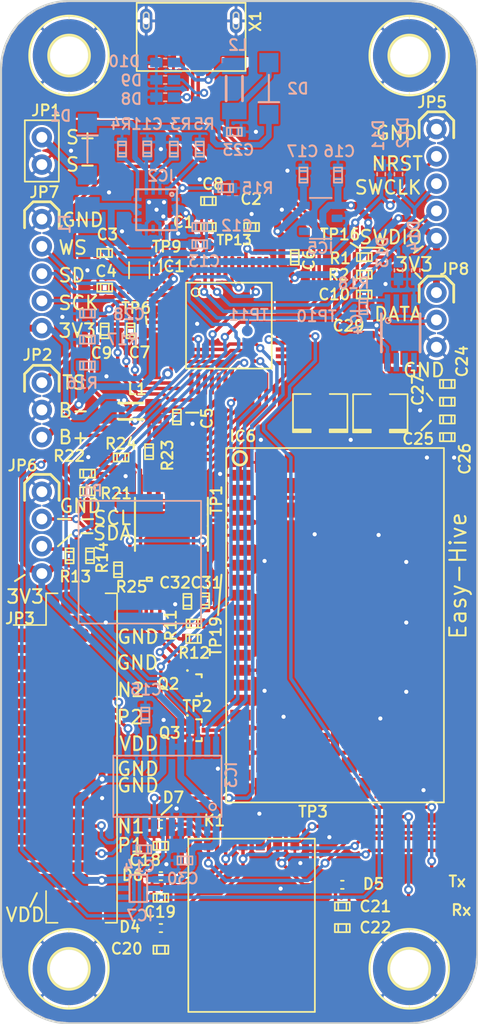
<source format=kicad_pcb>
(kicad_pcb (version 20171130) (host pcbnew 5.1.8+dfsg1-1~bpo10+1)
  (layers (0 Top signal hide) (31 Bottom signal hide) (34 B.Paste user hide) (35 F.Paste user hide) (36 B.SilkS user) (37 F.SilkS user) (38 B.Mask user hide) (39 F.Mask user hide) (44 Edge.Cuts user))
  (net 0 "")
  (net 1 GND)
  (net 2 +3V3)
  (net 3 VCC)
  (net 4 /PB03)
  (net 5 /PB02)
  (net 6 /SWDIO)
  (net 7 /SWCLK)
  (net 8 "Net-(C2-Pad1)")
  (net 9 /BUZZER)
  (net 10 /~RESET)
  (net 11 /DS_DATA)
  (net 12 "Net-(IC1-Pad38)")
  (net 13 "Net-(IC1-Pad37)")
  (net 14 /USBP)
  (net 15 /USBN)
  (net 16 /SAM_SCL)
  (net 17 /SAM_SDA)
  (net 18 /ADS_A0)
  (net 19 /GREEN)
  (net 20 /BLUE)
  (net 21 /RED)
  (net 22 /SARA_RST)
  (net 23 /SCLK)
  (net 24 /DATA)
  (net 25 /TEMP_EN)
  (net 26 /I2S_WS)
  (net 27 /I2S_SD)
  (net 28 /I2S_SCK)
  (net 29 "Net-(IC1-Pad8)")
  (net 30 /PB08)
  (net 31 "Net-(C7-Pad1)")
  (net 32 "Net-(IC1-Pad4)")
  (net 33 /AIN0)
  (net 34 "Net-(C4-Pad1)")
  (net 35 "Net-(C3-Pad1)")
  (net 36 "Net-(R1-Pad1)")
  (net 37 "Net-(D1-PadA)")
  (net 38 "Net-(C11-Pad1)")
  (net 39 /VUSB)
  (net 40 /VBAT)
  (net 41 "Net-(C13-Pad1)")
  (net 42 "Net-(D10-PadP$2)")
  (net 43 "Net-(X1-Pad4)")
  (net 44 "Net-(IC2-Pad1)")
  (net 45 "Net-(IC2-Pad17)")
  (net 46 "Net-(IC2-Pad16)")
  (net 47 "Net-(IC2-Pad14)")
  (net 48 "Net-(IC2-Pad12)")
  (net 49 "Net-(IC2-Pad9)")
  (net 50 "Net-(IC2-Pad7)")
  (net 51 "Net-(IC3-Pad13)")
  (net 52 "Net-(IC3-Pad14)")
  (net 53 "Net-(IC3-Pad12)")
  (net 54 "Net-(IC3-Pad11)")
  (net 55 "Net-(C14-Pad2)")
  (net 56 "Net-(C14-Pad1)")
  (net 57 "Net-(IC3-Pad4)")
  (net 58 "Net-(C18-Pad1)")
  (net 59 "Net-(C19-Pad1)")
  (net 60 "Net-(C20-Pad1)")
  (net 61 "Net-(K1-PadC6)")
  (net 62 "Net-(C21-Pad1)")
  (net 63 /SARA_SCL)
  (net 64 /SARA_SDA)
  (net 65 /SARA_IO2)
  (net 66 "Net-(IC6-Pad11)")
  (net 67 "Net-(IC6-Pad10)")
  (net 68 /+1V8)
  (net 69 /ANT)
  (net 70 /ANT_DET)
  (net 71 /3V3_LC)
  (net 72 /LC_ON)
  (net 73 "Net-(IC7-Pad5)")
  (net 74 /PDWN)
  (net 75 /I2S_MCK)
  (net 76 /SARA_1V8_ENABLE)
  (net 77 /SARA_RTS_3V3)
  (net 78 /SARA_RX_3V3)
  (net 79 /SARA_TX_3V3)
  (net 80 /SARA_PWRON)
  (net 81 "Net-(IC6-Pad29)")
  (net 82 "Net-(IC6-Pad28)")
  (net 83 /SARA_RX_1V8)
  (net 84 /SARA_TX_1V8)
  (net 85 "Net-(IC6-Pad7)")
  (net 86 /ANT_BT)
  (net 87 /RTS1V8)
  (net 88 "Net-(R21-Pad2)")
  (net 89 "Net-(R22-Pad2)")
  (net 90 "Net-(R23-Pad2)")
  (net 91 "Net-(R24-Pad2)")
  (net 92 /CTS1V8)
  (net 93 /SARA_CTS_3V3)
  (net 94 "Net-(IC6-Pad15)")
  (net 95 "Net-(IC6-Pad18)")
  (net 96 "Net-(IC6-Pad16)")
  (module easyhive:USBMICRO (layer Top) (at 144.9711 71.6376 180)
    (fp_text reference X1 (at -4.2539 1.7876 270) (layer F.SilkS) (effects (font (size 0.8 0.8)) (justify left top)))
    (fp_text value USB_MICRO_SHIELD)
    (fp_arc (start 3.3 3.1) (end 3.5 3.1) (angle 180) (layer Edge.Cuts) (width 0.127))
    (fp_arc (start 3.3 2.3) (end 3.1 2.3) (angle 180) (layer Edge.Cuts) (width 0.127))
    (fp_arc (start -3.3 3.1) (end -3.1 3.1) (angle 180) (layer Edge.Cuts) (width 0.127))
    (fp_arc (start -3.3 2.3) (end -3.5 2.3) (angle 180) (layer Edge.Cuts) (width 0.127))
    (fp_line (start -3.1 2.3) (end -3.1 3.1) (layer Edge.Cuts) (width 0.127))
    (fp_line (start -3.5 3.1) (end -3.5 2.3) (layer Edge.Cuts) (width 0.127))
    (fp_line (start 3.5 2.3) (end 3.5 3.1) (layer Edge.Cuts) (width 0.127))
    (fp_line (start 3.1 2.3) (end 3.1 3.1) (layer Edge.Cuts) (width 0.127))
    (pad S6 thru_hole oval (at 3.3 2.675 270) (size 1.8 0.9) (drill 0.5) (layers *.Cu *.Mask) (net 1 GND))
    (pad S5 thru_hole oval (at -3.3 2.675 270) (size 1.8 0.9) (drill 0.5) (layers *.Cu *.Mask) (net 1 GND))
    (pad S4 smd rect (at 1.2 2.675 180) (size 1.9 1.9) (layers Top F.Paste F.Mask) (net 1 GND))
    (pad S3 smd rect (at -1.2 2.675 180) (size 1.9 1.9) (layers Top F.Paste F.Mask) (net 1 GND))
    (pad S2 smd rect (at 3.25 0.125 180) (size 1.6 1.4) (layers Top F.Paste F.Mask) (net 1 GND))
    (pad S1 smd rect (at -3.25 0.125 180) (size 1.6 1.4) (layers Top F.Paste F.Mask) (net 1 GND))
    (pad 1 smd rect (at -1.3 0 180) (size 0.4 1.35) (layers Top F.Paste F.Mask) (net 42 "Net-(D10-PadP$2)"))
    (pad 2 smd rect (at -0.65 0 180) (size 0.4 1.35) (layers Top F.Paste F.Mask) (net 15 /USBN))
    (pad 5 smd rect (at 1.3 0 180) (size 0.4 1.35) (layers Top F.Paste F.Mask) (net 1 GND))
    (pad 4 smd rect (at 0.65 0 180) (size 0.4 1.35) (layers Top F.Paste F.Mask) (net 43 "Net-(X1-Pad4)"))
    (pad 3 smd rect (at 0 0 180) (size 0.4 1.35) (layers Top F.Paste F.Mask) (net 14 /USBP))
  )
  (module easyhive:1X02_2MM_Pad_only (layer Top) (at 163 132.1 270)
    (fp_text reference JP4 hide)
    (fp_text value M02-JST-2MM-SMT)
    (pad 2 smd circle (at 2 0) (size 1.5 1.5) (layers Top F.Mask) (net 82 "Net-(IC6-Pad28)"))
    (pad 1 smd circle (at 0 0) (size 1.5 1.5) (layers Top F.Mask) (net 81 "Net-(IC6-Pad29)"))
  )
  (module easyhive:SC75_SOT416 (layer Top) (at 145.352498 121.000001)
    (fp_text reference Q3 (at -2.852498 0.199999) (layer F.SilkS) (effects (font (size 0.8 0.8)) (justify left)))
    (fp_text value DTC123JET1G hide)
    (pad 3 smd rect (at 0.647502 -0.000001 90) (size 0.355999 0.508) (layers Top F.Paste F.Mask) (net 95 "Net-(IC6-Pad18)"))
    (pad 2 smd rect (at -0.647499 0.500002 90) (size 0.355999 0.508) (layers Top F.Paste F.Mask) (net 1 GND))
    (pad 1 smd rect (at -0.647499 -0.499999 90) (size 0.355999 0.508) (layers Top F.Paste F.Mask) (net 22 /SARA_RST))
  )
  (module easyhive:SC75_SOT416 (layer Top) (at 145.347499 117.699998)
    (fp_text reference Q2 (at -2.947499 -0.099998) (layer F.SilkS) (effects (font (size 0.8 0.8)) (justify left)))
    (fp_text value DTC123JET1G hide)
    (pad 3 smd rect (at 0.647502 -0.000001 90) (size 0.355999 0.508) (layers Top F.Paste F.Mask) (net 94 "Net-(IC6-Pad15)"))
    (pad 2 smd rect (at -0.647499 0.500002 90) (size 0.355999 0.508) (layers Top F.Paste F.Mask) (net 1 GND))
    (pad 1 smd rect (at -0.647499 -0.499999 90) (size 0.355999 0.508) (layers Top F.Paste F.Mask) (net 80 /SARA_PWRON))
  )
  (module easyhive:1X03-2MM_re_klein (layer Top) (at 163 92.9 90)
    (fp_text reference JP8 (at 6.2 2.5) (layer F.SilkS) (effects (font (size 0.8 0.8)) (justify right top)))
    (fp_text value "ext. DS18B20")
    (pad 3 thru_hole circle (at 4 0 180) (size 1.5 1.5) (drill 0.8) (layers *.Cu *.Mask) (net 2 +3V3))
    (pad 2 thru_hole circle (at 2 0 180) (size 1.5 1.5) (drill 0.8) (layers *.Cu *.Mask) (net 11 /DS_DATA))
    (pad 1 thru_hole circle (at 0 0 180) (size 1.5 1.5) (drill 0.8) (layers *.Cu *.Mask) (net 1 GND))
  )
  (module easyhive:1X04-2MM_klein (layer Top) (at 134.0011 103.5036 270)
    (fp_text reference JP6 (at -1.4536 2.6011 180) (layer F.SilkS) (effects (font (size 0.8 0.8)) (justify left bottom)))
    (fp_text value I2C)
    (pad 4 thru_hole circle (at 6 0) (size 1.5 1.5) (drill 0.8) (layers *.Cu *.Mask) (net 2 +3V3))
    (pad 3 thru_hole circle (at 4 0) (size 1.5 1.5) (drill 0.8) (layers *.Cu *.Mask) (net 17 /SAM_SDA))
    (pad 2 thru_hole circle (at 2 0) (size 1.5 1.5) (drill 0.8) (layers *.Cu *.Mask) (net 16 /SAM_SCL))
    (pad 1 thru_hole circle (at 0 0) (size 1.5 1.5) (drill 0.8) (layers *.Cu *.Mask) (net 1 GND))
  )
  (module easyhive:1X03-2MM_klein (layer Top) (at 134.0011 95.5036 270)
    (fp_text reference JP2 (at -2.5036 1.5011) (layer F.SilkS) (effects (font (size 0.8 0.8)) (justify left top)))
    (fp_text value Battery)
    (pad 3 thru_hole circle (at 4 0) (size 1.5 1.5) (drill 0.8) (layers *.Cu *.Mask) (net 40 /VBAT))
    (pad 2 thru_hole circle (at 2 0) (size 1.5 1.5) (drill 0.8) (layers *.Cu *.Mask) (net 1 GND))
    (pad 1 thru_hole circle (at 0 0) (size 1.5 1.5) (drill 0.8) (layers *.Cu *.Mask) (net 44 "Net-(IC2-Pad1)"))
  )
  (module easyhive:1X05-2MM_klein (layer Top) (at 134.0011 83.5036 270)
    (fp_text reference JP7 (at -1.5036 1.0011) (layer F.SilkS) (effects (font (size 0.8 0.8)) (justify left bottom)))
    (fp_text value I2S)
    (pad 5 thru_hole circle (at 8 0) (size 1.5 1.5) (drill 0.8) (layers *.Cu *.Mask) (net 2 +3V3))
    (pad 4 thru_hole circle (at 6 0) (size 1.5 1.5) (drill 0.8) (layers *.Cu *.Mask) (net 28 /I2S_SCK))
    (pad 3 thru_hole circle (at 4 0) (size 1.5 1.5) (drill 0.8) (layers *.Cu *.Mask) (net 27 /I2S_SD))
    (pad 2 thru_hole circle (at 2 0) (size 1.5 1.5) (drill 0.8) (layers *.Cu *.Mask) (net 26 /I2S_WS))
    (pad 1 thru_hole circle (at 0 0) (size 1.5 1.5) (drill 0.8) (layers *.Cu *.Mask) (net 1 GND))
  )
  (module easyhive:1X05-2MM_klein (layer Top) (at 163.0011 76.9036 270)
    (fp_text reference JP5 (at -1.5036 1.5011) (layer F.SilkS) (effects (font (size 0.8 0.8)) (justify left bottom)))
    (fp_text value SWD)
    (pad 5 thru_hole circle (at 8 0) (size 1.5 1.5) (drill 0.8) (layers *.Cu *.Mask) (net 2 +3V3))
    (pad 4 thru_hole circle (at 6 0) (size 1.5 1.5) (drill 0.8) (layers *.Cu *.Mask) (net 6 /SWDIO))
    (pad 3 thru_hole circle (at 4 0) (size 1.5 1.5) (drill 0.8) (layers *.Cu *.Mask) (net 7 /SWCLK))
    (pad 2 thru_hole circle (at 2 0) (size 1.5 1.5) (drill 0.8) (layers *.Cu *.Mask) (net 10 /~RESET))
    (pad 1 thru_hole circle (at 0 0) (size 1.5 1.5) (drill 0.8) (layers *.Cu *.Mask) (net 1 GND))
  )
  (module easyhive:1X02_2MM_klein (layer Top) (at 134.0011 79.5036 90)
    (fp_text reference JP1 (at 3.5036 1.4989 180) (layer F.SilkS) (effects (font (size 0.8 0.8)) (justify right bottom)))
    (fp_text value Solar)
    (pad 2 thru_hole circle (at 2 0 180) (size 1.5 1.5) (drill 0.8) (layers *.Cu *.Mask) (net 37 "Net-(D1-PadA)"))
    (pad 1 thru_hole circle (at 0 0 180) (size 1.5 1.5) (drill 0.8) (layers *.Cu *.Mask) (net 1 GND))
  )
  (module easyhive:1206 (layer Top) (at 158 93.2 180)
    (fp_text reference C29 (at 0.2 1.4 180) (layer F.SilkS) (effects (font (size 0.8 0.8)) (justify right bottom)))
    (fp_text value 100u)
    (pad 2 smd rect (at 1.4 0 180) (size 1.6 1.8) (layers Top F.Paste F.Mask) (net 1 GND))
    (pad 1 smd rect (at -1.4 0 180) (size 1.6 1.8) (layers Top F.Paste F.Mask) (net 2 +3V3))
  )
  (module easyhive:PW16 (layer Top) (at 143.524999 105.896 270)
    (fp_text reference U1 hide)
    (fp_text value SN74AVC4T774PWG4 hide)
    (pad 16 smd rect (at 2.921 -2.274999 270) (size 1.461999 0.3548) (layers Top F.Paste F.Mask) (net 2 +3V3))
    (pad 15 smd rect (at 2.921 -1.624998 270) (size 1.461999 0.3548) (layers Top F.Paste F.Mask) (net 68 /+1V8))
    (pad 14 smd rect (at 2.921 -0.974999 270) (size 1.461999 0.3548) (layers Top F.Paste F.Mask) (net 87 /RTS1V8))
    (pad 13 smd rect (at 2.921 -0.324998 270) (size 1.461999 0.3548) (layers Top F.Paste F.Mask) (net 92 /CTS1V8))
    (pad 12 smd rect (at 2.921 0.325001 270) (size 1.461999 0.3548) (layers Top F.Paste F.Mask) (net 84 /SARA_TX_1V8))
    (pad 11 smd rect (at 2.921 0.974999 270) (size 1.461999 0.3548) (layers Top F.Paste F.Mask) (net 83 /SARA_RX_1V8))
    (pad 10 smd rect (at 2.921 1.625001 270) (size 1.461999 0.3548) (layers Top F.Paste F.Mask) (net 1 GND))
    (pad 9 smd rect (at 2.921 2.274999 270) (size 1.461999 0.3548) (layers Top F.Paste F.Mask) (net 76 /SARA_1V8_ENABLE))
    (pad 8 smd rect (at -2.921 2.274999 270) (size 1.461999 0.3548) (layers Top F.Paste F.Mask) (net 91 "Net-(R24-Pad2)"))
    (pad 7 smd rect (at -2.921 1.624998 270) (size 1.461999 0.3548) (layers Top F.Paste F.Mask) (net 90 "Net-(R23-Pad2)"))
    (pad 6 smd rect (at -2.921 0.974999 270) (size 1.461999 0.3548) (layers Top F.Paste F.Mask) (net 78 /SARA_RX_3V3))
    (pad 5 smd rect (at -2.921 0.324998 270) (size 1.461999 0.3548) (layers Top F.Paste F.Mask) (net 79 /SARA_TX_3V3))
    (pad 4 smd rect (at -2.921 -0.325001 270) (size 1.461999 0.3548) (layers Top F.Paste F.Mask) (net 93 /SARA_CTS_3V3))
    (pad 3 smd rect (at -2.921 -0.974999 270) (size 1.461999 0.3548) (layers Top F.Paste F.Mask) (net 77 /SARA_RTS_3V3))
    (pad 2 smd rect (at -2.921 -1.625001 270) (size 1.461999 0.3548) (layers Top F.Paste F.Mask) (net 89 "Net-(R22-Pad2)"))
    (pad 1 smd rect (at -2.921 -2.274999 270) (size 1.461999 0.3548) (layers Top F.Paste F.Mask) (net 88 "Net-(R21-Pad2)"))
  )
  (module easyhive:TP08R (layer Top) (at 147.075 108.9 270)
    (fp_text reference TP19 (at 3.65 -0.175 270) (layer F.SilkS) (effects (font (size 0.8 0.8)) (justify right bottom)))
    (fp_text value TPTP08R)
    (pad TP smd roundrect (at 0 0 270) (size 0.8 0.8) (layers Top F.Mask) (roundrect_rratio 0.5) (net 85 "Net-(IC6-Pad7)"))
  )
  (module easyhive:TP08R (layer Top) (at 159.6 86.3)
    (fp_text reference TP16 (at -5.25 -1.2 -180) (layer F.SilkS) (effects (font (size 0.8 0.8)) (justify left bottom)))
    (fp_text value TPTP08R)
    (pad TP smd roundrect (at 0 0) (size 0.8 0.8) (layers Top F.Mask) (roundrect_rratio 0.5) (net 36 "Net-(R1-Pad1)"))
  )
  (module easyhive:TP08R (layer Top) (at 146.25 85.45)
    (fp_text reference TP13 (at 0.5 0 -180) (layer F.SilkS) (effects (font (size 0.7 0.7)) (justify left bottom)))
    (fp_text value TPTP08R)
    (pad TP smd roundrect (at 0 0) (size 0.8 0.8) (layers Top F.Mask) (roundrect_rratio 0.5) (net 5 /PB02))
  )
  (module easyhive:TP08R (layer Bottom) (at 149.0986 91.7036 180)
    (fp_text reference TP11 (at -1.6514 0.7036 180) (layer B.SilkS) (effects (font (size 0.8 0.8)) (justify left bottom mirror)))
    (fp_text value TPTP08R)
    (pad TP smd roundrect (at 0 0 180) (size 0.8 0.8) (layers Bottom B.Mask) (roundrect_rratio 0.5) (net 11 /DS_DATA))
  )
  (module easyhive:TP08R (layer Bottom) (at 156.2 91.5 180)
    (fp_text reference TP10 (at 0.4498 0.4001 180) (layer B.SilkS) (effects (font (size 0.8 0.8)) (justify left bottom mirror)))
    (fp_text value TPTP08R)
    (pad TP smd roundrect (at 0 0 180) (size 0.8 0.8) (layers Bottom B.Mask) (roundrect_rratio 0.5) (net 2 +3V3))
  )
  (module easyhive:TP08R (layer Top) (at 145.12985 85.51235)
    (fp_text reference TP9 (at -3.12985 0.48765 -180) (layer F.SilkS) (effects (font (size 0.8 0.8)) (justify left bottom)))
    (fp_text value TPTP08R)
    (pad TP smd roundrect (at 0 0) (size 0.8 0.8) (layers Top F.Mask) (roundrect_rratio 0.5) (net 4 /PB03))
  )
  (module easyhive:TP08R (layer Top) (at 141.63735 91.86235)
    (fp_text reference TP6 (at -1.88735 -1.36235 180) (layer F.SilkS) (effects (font (size 0.8 0.8)) (justify left bottom)))
    (fp_text value TPTP08R)
    (pad TP smd roundrect (at 0 0) (size 0.8 0.8) (layers Top F.Mask) (roundrect_rratio 0.5) (net 30 /PB08))
  )
  (module easyhive:TP08R (layer Top) (at 152.2 127.05)
    (fp_text reference TP3 (at 0.55 0.4 -180) (layer F.SilkS) (effects (font (size 0.8 0.8)) (justify left bottom)))
    (fp_text value TPTP08R)
    (pad TP smd roundrect (at 0 0) (size 0.8 0.8) (layers Top F.Mask) (roundrect_rratio 0.5) (net 65 /SARA_IO2))
  )
  (module easyhive:TP08R (layer Top) (at 147.05 118.85)
    (fp_text reference TP2 (at -2.8 0.85 -180) (layer F.SilkS) (effects (font (size 0.8 0.8)) (justify left bottom)))
    (fp_text value TPTP08R)
    (pad TP smd roundrect (at 0 0) (size 0.8 0.8) (layers Top F.Mask) (roundrect_rratio 0.5) (net 96 "Net-(IC6-Pad16)"))
  )
  (module easyhive:TP08R (layer Top) (at 145.9 105.6)
    (fp_text reference TP1 (at 1.4 -0.3 90) (layer F.SilkS) (effects (font (size 0.8 0.8)) (justify left bottom)))
    (fp_text value TPTP08R)
    (pad TP smd roundrect (at 0 0) (size 0.8 0.8) (layers Top F.Mask) (roundrect_rratio 0.5) (net 68 /+1V8))
  )
  (module easyhive:C0402 (layer Top) (at 139.5984 109.228 180)
    (fp_text reference R25 (at -2.2516 -1.722) (layer F.SilkS) (effects (font (size 0.8 0.8)) (justify right bottom)))
    (fp_text value 1M)
    (pad 2 smd roundrect (at 0 0.5 180) (size 0.75 0.7) (layers Top F.Paste F.Mask) (roundrect_rratio 0.1) (net 2 +3V3))
    (pad 1 smd roundrect (at 0 -0.5 180) (size 0.75 0.7) (layers Top F.Paste F.Mask) (roundrect_rratio 0.1) (net 76 /SARA_1V8_ENABLE))
  )
  (module easyhive:C0402 (layer Top) (at 139.827 100.9904 90)
    (fp_text reference R24 (at 0.5404 -1.277 180) (layer F.SilkS) (effects (font (size 0.8 0.8)) (justify left bottom)))
    (fp_text value 0R)
    (pad 2 smd roundrect (at 0 0.5 90) (size 0.75 0.7) (layers Top F.Paste F.Mask) (roundrect_rratio 0.1) (net 91 "Net-(R24-Pad2)"))
    (pad 1 smd roundrect (at 0 -0.5 90) (size 0.75 0.7) (layers Top F.Paste F.Mask) (roundrect_rratio 0.1) (net 1 GND))
  )
  (module easyhive:C0402 (layer Top) (at 141.8844 100.5666)
    (fp_text reference R23 (at 1.8156 1.5334 90) (layer F.SilkS) (effects (font (size 0.8 0.8)) (justify left bottom)))
    (fp_text value 0R)
    (pad 2 smd roundrect (at 0 0.5) (size 0.75 0.7) (layers Top F.Paste F.Mask) (roundrect_rratio 0.1) (net 90 "Net-(R23-Pad2)"))
    (pad 1 smd roundrect (at 0 -0.5) (size 0.75 0.7) (layers Top F.Paste F.Mask) (roundrect_rratio 0.1) (net 2 +3V3))
  )
  (module easyhive:C0402 (layer Top) (at 137.3534 102.1752 90)
    (fp_text reference R22 (at 0.8252 -2.6034 180) (layer F.SilkS) (effects (font (size 0.8 0.8)) (justify left bottom)))
    (fp_text value 0R)
    (pad 2 smd roundrect (at 0 0.5 90) (size 0.75 0.7) (layers Top F.Paste F.Mask) (roundrect_rratio 0.1) (net 89 "Net-(R22-Pad2)"))
    (pad 1 smd roundrect (at 0 -0.5 90) (size 0.75 0.7) (layers Top F.Paste F.Mask) (roundrect_rratio 0.1) (net 1 GND))
  )
  (module easyhive:C0402 (layer Top) (at 137.3534 103.4752 90)
    (fp_text reference R21 (at -0.6248 0.8466 180) (layer F.SilkS) (effects (font (size 0.8 0.8)) (justify left bottom)))
    (fp_text value 0R)
    (pad 2 smd roundrect (at 0 0.5 90) (size 0.75 0.7) (layers Top F.Paste F.Mask) (roundrect_rratio 0.1) (net 88 "Net-(R21-Pad2)"))
    (pad 1 smd roundrect (at 0 -0.5 90) (size 0.75 0.7) (layers Top F.Paste F.Mask) (roundrect_rratio 0.1) (net 2 +3V3))
  )
  (module easyhive:C0402 (layer Bottom) (at 157.63 89.92 180)
    (fp_text reference R18 (at -0.55 1.25) (layer B.SilkS) (effects (font (size 0.8 0.8)) (justify left bottom mirror)))
    (fp_text value 4k7)
    (pad 2 smd roundrect (at 0 -0.5 180) (size 0.75 0.7) (layers Bottom B.Paste B.Mask) (roundrect_rratio 0.1) (net 2 +3V3))
    (pad 1 smd roundrect (at 0 0.5 180) (size 0.75 0.7) (layers Bottom B.Paste B.Mask) (roundrect_rratio 0.1) (net 11 /DS_DATA))
  )
  (module easyhive:C0402 (layer Bottom) (at 137.3511 92.3386 270)
    (fp_text reference R17 (at 0.4614 -3.8489 180) (layer B.SilkS) (effects (font (size 0.8 0.8)) (justify left bottom mirror)))
    (fp_text value 10M)
    (pad 2 smd roundrect (at 0 -0.5 270) (size 0.75 0.7) (layers Bottom B.Paste B.Mask) (roundrect_rratio 0.1) (net 33 /AIN0))
    (pad 1 smd roundrect (at 0 0.5 270) (size 0.75 0.7) (layers Bottom B.Paste B.Mask) (roundrect_rratio 0.1) (net 1 GND))
  )
  (module easyhive:C0402 (layer Bottom) (at 137.3511 94.2436 90)
    (fp_text reference R16 (at -1.7564 -1.6511 180) (layer B.SilkS) (effects (font (size 0.8 0.8)) (justify right bottom mirror)))
    (fp_text value 4M7)
    (pad 2 smd roundrect (at 0 -0.5 90) (size 0.75 0.7) (layers Bottom B.Paste B.Mask) (roundrect_rratio 0.1) (net 40 /VBAT))
    (pad 1 smd roundrect (at 0 0.5 90) (size 0.75 0.7) (layers Bottom B.Paste B.Mask) (roundrect_rratio 0.1) (net 33 /AIN0))
  )
  (module easyhive:C0402 (layer Bottom) (at 147.5111 81.2261 90)
    (fp_text reference R15 (at -0.4739 1.0889 180) (layer B.SilkS) (effects (font (size 0.8 0.8)) (justify right bottom mirror)))
    (fp_text value "NTC 103AT")
    (pad 2 smd roundrect (at 0 -0.5 90) (size 0.75 0.7) (layers Bottom B.Paste B.Mask) (roundrect_rratio 0.1) (net 44 "Net-(IC2-Pad1)"))
    (pad 1 smd roundrect (at 0 0.5 90) (size 0.75 0.7) (layers Bottom B.Paste B.Mask) (roundrect_rratio 0.1) (net 1 GND))
  )
  (module easyhive:C0402 (layer Top) (at 137.541 108.204)
    (fp_text reference R14 (at 1.359 1.396 90) (layer F.SilkS) (effects (font (size 0.8 0.8)) (justify left bottom)))
    (fp_text value 2k)
    (pad 2 smd roundrect (at 0 0.5) (size 0.75 0.7) (layers Top F.Paste F.Mask) (roundrect_rratio 0.1) (net 2 +3V3))
    (pad 1 smd roundrect (at 0 -0.5) (size 0.75 0.7) (layers Top F.Paste F.Mask) (roundrect_rratio 0.1) (net 16 /SAM_SCL))
  )
  (module easyhive:C0402 (layer Top) (at 136.0424 108.212)
    (fp_text reference R13 (at -0.8424 1.988) (layer F.SilkS) (effects (font (size 0.8 0.8)) (justify left bottom)))
    (fp_text value 2k)
    (pad 2 smd roundrect (at 0 0.5) (size 0.75 0.7) (layers Top F.Paste F.Mask) (roundrect_rratio 0.1) (net 2 +3V3))
    (pad 1 smd roundrect (at 0 -0.5) (size 0.75 0.7) (layers Top F.Paste F.Mask) (roundrect_rratio 0.1) (net 17 /SAM_SDA))
  )
  (module easyhive:C0402 (layer Top) (at 145.15 114.3 270)
    (fp_text reference R12 (at 1.5 -1.3 180) (layer F.SilkS) (effects (font (size 0.8 0.8)) (justify right bottom)))
    (fp_text value 0R)
    (pad 2 smd roundrect (at 0 0.5 270) (size 0.75 0.7) (layers Top F.Paste F.Mask) (roundrect_rratio 0.1) (net 92 /CTS1V8))
    (pad 1 smd roundrect (at 0 -0.5 270) (size 0.75 0.7) (layers Top F.Paste F.Mask) (roundrect_rratio 0.1) (net 66 "Net-(IC6-Pad11)"))
  )
  (module easyhive:C0402 (layer Top) (at 145.175 113.175 270)
    (fp_text reference R11 (at -1.125 1.225 90) (layer F.SilkS) (effects (font (size 0.8 0.8)) (justify right bottom)))
    (fp_text value 0R)
    (pad 2 smd roundrect (at 0 0.5 270) (size 0.75 0.7) (layers Top F.Paste F.Mask) (roundrect_rratio 0.1) (net 87 /RTS1V8))
    (pad 1 smd roundrect (at 0 -0.5 270) (size 0.75 0.7) (layers Top F.Paste F.Mask) (roundrect_rratio 0.1) (net 67 "Net-(IC6-Pad10)"))
  )
  (module easyhive:C0402 (layer Bottom) (at 145.6061 78.3686 180)
    (fp_text reference R5 (at -1.1939 1.3686) (layer B.SilkS) (effects (font (size 0.8 0.8)) (justify left bottom mirror)))
    (fp_text value 680R)
    (pad 2 smd roundrect (at 0 -0.5 180) (size 0.75 0.7) (layers Bottom B.Paste B.Mask) (roundrect_rratio 0.1) (net 46 "Net-(IC2-Pad16)"))
    (pad 1 smd roundrect (at 0 0.5 180) (size 0.75 0.7) (layers Bottom B.Paste B.Mask) (roundrect_rratio 0.1) (net 1 GND))
  )
  (module easyhive:C0402 (layer Bottom) (at 139.8911 78.3686 180)
    (fp_text reference R4 (at -0.8089 1.3686) (layer B.SilkS) (effects (font (size 0.8 0.8)) (justify left bottom mirror)))
    (fp_text value 1k18)
    (pad 2 smd roundrect (at 0 -0.5 180) (size 0.75 0.7) (layers Bottom B.Paste B.Mask) (roundrect_rratio 0.1) (net 48 "Net-(IC2-Pad12)"))
    (pad 1 smd roundrect (at 0 0.5 180) (size 0.75 0.7) (layers Bottom B.Paste B.Mask) (roundrect_rratio 0.1) (net 1 GND))
  )
  (module easyhive:C0402 (layer Bottom) (at 143.7011 78.3686 180)
    (fp_text reference R3 (at -1.3989 1.3686) (layer B.SilkS) (effects (font (size 0.8 0.8)) (justify left bottom mirror)))
    (fp_text value 0R)
    (pad 2 smd roundrect (at 0 -0.5 180) (size 0.75 0.7) (layers Bottom B.Paste B.Mask) (roundrect_rratio 0.1) (net 47 "Net-(IC2-Pad14)"))
    (pad 1 smd roundrect (at 0 0.5 180) (size 0.75 0.7) (layers Bottom B.Paste B.Mask) (roundrect_rratio 0.1) (net 1 GND))
  )
  (module easyhive:C0402 (layer Top) (at 157.7 87.57 90)
    (fp_text reference R2 (at -0.4857 -2.7692 180) (layer F.SilkS) (effects (font (size 0.8 0.8)) (justify left bottom)))
    (fp_text value 2k2)
    (pad 2 smd roundrect (at 0 0.5 90) (size 0.75 0.7) (layers Top F.Paste F.Mask) (roundrect_rratio 0.1) (net 2 +3V3))
    (pad 1 smd roundrect (at 0 -0.5 90) (size 0.75 0.7) (layers Top F.Paste F.Mask) (roundrect_rratio 0.1) (net 10 /~RESET))
  )
  (module easyhive:C0402 (layer Top) (at 157.7 86.29 270)
    (fp_text reference R1 (at 0.5619 0.9023 180) (layer F.SilkS) (effects (font (size 0.8 0.8)) (justify right bottom)))
    (fp_text value 330)
    (pad 2 smd roundrect (at 0 0.5 270) (size 0.75 0.7) (layers Top F.Paste F.Mask) (roundrect_rratio 0.1) (net 10 /~RESET))
    (pad 1 smd roundrect (at 0 -0.5 270) (size 0.75 0.7) (layers Top F.Paste F.Mask) (roundrect_rratio 0.1) (net 36 "Net-(R1-Pad1)"))
  )
  (module easyhive:FC135 (layer Top) (at 141.1611 87.2586 270)
    (fp_text reference Q1 hide)
    (fp_text value "32768 Hz" hide)
    (pad 2 smd roundrect (at 1.25 0 270) (size 1 1.8) (layers Top F.Paste F.Mask) (roundrect_rratio 0.125) (net 34 "Net-(C4-Pad1)"))
    (pad 1 smd roundrect (at -1.25 0 270) (size 1 1.8) (layers Top F.Paste F.Mask) (roundrect_rratio 0.125) (net 35 "Net-(C3-Pad1)"))
  )
  (module easyhive:PKMCS_BUZZER (layer Bottom) (at 141.2 108.675 270)
    (fp_text reference P1 (at -4.775 4.4 180) (layer B.SilkS) (effects (font (size 0.8 0.8)) (justify right bottom mirror)))
    (fp_text value PKMCS)
    (pad 2 smd rect (at 4.35 0 270) (size 1.3 3.4) (layers Bottom B.Paste B.Mask) (net 1 GND))
    (pad 1 smd rect (at -4.35 0 270) (size 1.3 3.4) (layers Bottom B.Paste B.Mask) (net 9 /BUZZER))
  )
  (module easyhive:SM-1206 (layer Bottom) (at 148.1461 73.9236 270)
    (fp_text reference L2 (at -2.7236 0.5461 180) (layer B.SilkS) (effects (font (size 0.8 0.8)) (justify right bottom mirror)))
    (fp_text value "")
    (pad 2 smd rect (at 1.65 0 270) (size 1.2 1.8) (layers Bottom B.Paste B.Mask) (net 39 /VUSB))
    (pad 1 smd rect (at -1.65 0 270) (size 1.2 1.8) (layers Bottom B.Paste B.Mask) (net 42 "Net-(D10-PadP$2)"))
  )
  (module easyhive:SM-1206 (layer Top) (at 140.55 97.6)
    (fp_text reference L1 (at -0.35 -1.15 -180) (layer F.SilkS) (effects (font (size 0.8 0.8)) (justify left bottom)))
    (fp_text value "")
    (pad 2 smd rect (at 1.65 0) (size 1.2 1.8) (layers Top F.Paste F.Mask) (net 2 +3V3))
    (pad 1 smd rect (at -1.65 0) (size 1.2 1.8) (layers Top F.Paste F.Mask) (net 31 "Net-(C7-Pad1)"))
  )
  (module easyhive:693043020611 (layer Top) (at 149.4161 129.1686)
    (fp_text reference K1 (at -3.6161 -1.0686) (layer F.SilkS) (effects (font (size 0.8 0.8)) (justify left bottom)))
    (fp_text value 693043020611)
    (pad Z2 smd rect (at 4.595 6.42) (size 0.35 1.8) (layers Top F.Paste F.Mask) (net 1 GND))
    (pad Z5 smd rect (at -4.596 6.42) (size 0.35 1.8) (layers Top F.Paste F.Mask) (net 1 GND))
    (pad Z3 smd rect (at 4.595 0.67) (size 0.35 1.8) (layers Top F.Paste F.Mask) (net 1 GND))
    (pad Z4 smd rect (at -4.596 0.67) (size 0.35 1.8) (layers Top F.Paste F.Mask) (net 1 GND))
    (pad C7 smd rect (at -3.17 0) (size 0.65 1.3) (layers Top F.Paste F.Mask) (net 58 "Net-(C18-Pad1)"))
    (pad C3 smd rect (at -1.9 0) (size 0.65 1.3) (layers Top F.Paste F.Mask) (net 59 "Net-(C19-Pad1)"))
    (pad C2 smd rect (at -0.63 0) (size 0.65 1.3) (layers Top F.Paste F.Mask) (net 60 "Net-(C20-Pad1)"))
    (pad C6 smd rect (at 0.64 0) (size 0.65 1.3) (layers Top F.Paste F.Mask) (net 61 "Net-(K1-PadC6)"))
    (pad C1 smd rect (at 1.91 0) (size 0.65 1.3) (layers Top F.Paste F.Mask) (net 62 "Net-(C21-Pad1)"))
    (pad C5 smd rect (at 3.18 0) (size 0.65 1.3) (layers Top F.Paste F.Mask) (net 1 GND))
    (pad Z1 smd rect (at 4.4 12.14 90) (size 1 0.9) (layers Top F.Paste F.Mask) (net 1 GND))
    (pad Z6 smd rect (at -4.4 12.14 90) (size 1 0.9) (layers Top F.Paste F.Mask) (net 1 GND))
  )
  (module easyhive:U.FL (layer Top) (at 154.4574 97.6376 270)
    (fp_text reference J2 hide)
    (fp_text value "U.FL(2)" hide)
    (pad P$4 smd rect (at -1.525 0 270) (size 1.05 1) (layers Top F.Paste F.Mask))
    (pad P$3 smd rect (at 1.525 0 270) (size 1.05 1) (layers Top F.Paste F.Mask) (net 86 /ANT_BT))
    (pad P$2 smd rect (at 0 1.375 270) (size 2.2 0.85) (layers Top F.Paste F.Mask) (net 1 GND))
    (pad P$1 smd rect (at 0 -1.375 270) (size 2.2 0.85) (layers Top F.Paste F.Mask) (net 1 GND))
  )
  (module easyhive:U.FL (layer Top) (at 158.875 97.65 270)
    (fp_text reference J1 hide)
    (fp_text value U.FL hide)
    (pad P$4 smd rect (at -1.525 0 270) (size 1.05 1) (layers Top F.Paste F.Mask))
    (pad P$3 smd rect (at 1.525 0 270) (size 1.05 1) (layers Top F.Paste F.Mask) (net 69 /ANT))
    (pad P$2 smd rect (at 0 1.375 270) (size 2.2 0.85) (layers Top F.Paste F.Mask) (net 1 GND))
    (pad P$1 smd rect (at 0 -1.375 270) (size 2.2 0.85) (layers Top F.Paste F.Mask) (net 1 GND))
  )
  (module easyhive:sot-sc70-6 (layer Bottom) (at 141.040774 132.132208 180)
    (fp_text reference IC7 (at -0.159226 -2.467792) (layer B.SilkS) (effects (font (size 0.8 0.8)) (justify mirror)))
    (fp_text value TPS22919)
    (pad 4 smd rect (at 1.000774 0.179208 90) (size 0.4 0.9) (layers Bottom B.Paste B.Mask) (net 71 /3V3_LC))
    (pad 5 smd rect (at 1.000774 -0.470792 90) (size 0.4 0.9) (layers Bottom B.Paste B.Mask) (net 73 "Net-(IC7-Pad5)"))
    (pad 6 smd rect (at 1.000774 -1.120792 90) (size 0.4 0.9) (layers Bottom B.Paste B.Mask))
    (pad 1 smd rect (at -1.199226 0.179208 90) (size 0.4 0.9) (layers Bottom B.Paste B.Mask) (net 2 +3V3))
    (pad 2 smd rect (at -1.199226 -0.470792 90) (size 0.4 0.9) (layers Bottom B.Paste B.Mask) (net 1 GND))
    (pad 3 smd rect (at -1.199226 -1.120792 90) (size 0.4 0.9) (layers Bottom B.Paste B.Mask) (net 72 /LC_ON))
  )
  (module easyhive:SARA-N3 (layer Top) (at 155.55 102.3)
    (fp_text reference IC6 (at -7.85 -2.4) (layer F.SilkS) (effects (font (size 0.8 0.8)) (justify left bottom)))
    (fp_text value SARA-N310)
    (pad 84 smd rect (at 5.25 17.65) (size 1.1 1.1) (layers Top F.Paste F.Mask) (net 1 GND))
    (pad 83 smd rect (at -5.25 17.65) (size 1.1 1.1) (layers Top F.Paste F.Mask) (net 1 GND))
    (pad 82 smd rect (at 5.25 14.05) (size 1.1 1.1) (layers Top F.Paste F.Mask) (net 1 GND))
    (pad 81 smd rect (at -5.25 14.05) (size 1.1 1.1) (layers Top F.Paste F.Mask) (net 1 GND))
    (pad 91 smd rect (at -5.25 21.25) (size 1.1 1.1) (layers Top F.Paste F.Mask) (net 1 GND))
    (pad 92 smd rect (at -3.15 21.25) (size 1.1 1.1) (layers Top F.Paste F.Mask) (net 1 GND))
    (pad 93 smd rect (at -1.05 21.25) (size 1.1 1.1) (layers Top F.Paste F.Mask) (net 1 GND))
    (pad 94 smd rect (at 1.05 21.25) (size 1.1 1.1) (layers Top F.Paste F.Mask) (net 1 GND))
    (pad 95 smd rect (at 3.15 21.25) (size 1.1 1.1) (layers Top F.Paste F.Mask) (net 1 GND))
    (pad 96 smd rect (at 5.25 21.25) (size 1.1 1.1) (layers Top F.Paste F.Mask) (net 1 GND))
    (pad 90 smd rect (at 5.25 19.45) (size 1.1 1.1) (layers Top F.Paste F.Mask) (net 1 GND))
    (pad 89 smd rect (at 3.15 19.45) (size 1.1 1.1) (layers Top F.Paste F.Mask) (net 1 GND))
    (pad 88 smd rect (at 1.05 19.45) (size 1.1 1.1) (layers Top F.Paste F.Mask) (net 1 GND))
    (pad 87 smd rect (at -1.05 19.45) (size 1.1 1.1) (layers Top F.Paste F.Mask) (net 1 GND))
    (pad 86 smd rect (at -3.15 19.45) (size 1.1 1.1) (layers Top F.Paste F.Mask) (net 1 GND))
    (pad 85 smd rect (at -5.25 19.45) (size 1.1 1.1) (layers Top F.Paste F.Mask) (net 1 GND))
    (pad 80 smd rect (at 5.25 7.95) (size 1.1 1.1) (layers Top F.Paste F.Mask) (net 1 GND))
    (pad 79 smd rect (at -5.25 7.95) (size 1.1 1.1) (layers Top F.Paste F.Mask) (net 1 GND))
    (pad 78 smd rect (at 5.25 4.35) (size 1.1 1.1) (layers Top F.Paste F.Mask) (net 1 GND))
    (pad 77 smd rect (at -5.25 4.35) (size 1.1 1.1) (layers Top F.Paste F.Mask) (net 1 GND))
    (pad 71 smd rect (at -5.25 2.55) (size 1.1 1.1) (layers Top F.Paste F.Mask) (net 1 GND))
    (pad 72 smd rect (at -3.15 2.55) (size 1.1 1.1) (layers Top F.Paste F.Mask) (net 1 GND))
    (pad 73 smd rect (at -1.05 2.55) (size 1.1 1.1) (layers Top F.Paste F.Mask) (net 1 GND))
    (pad 74 smd rect (at 1.05 2.55) (size 1.1 1.1) (layers Top F.Paste F.Mask) (net 1 GND))
    (pad 75 smd rect (at 3.15 2.55) (size 1.1 1.1) (layers Top F.Paste F.Mask) (net 1 GND))
    (pad 76 smd rect (at 5.25 2.55) (size 1.1 1.1) (layers Top F.Paste F.Mask) (net 1 GND))
    (pad 70 smd rect (at 5.25 0.75) (size 1.1 1.1) (layers Top F.Paste F.Mask) (net 1 GND))
    (pad 69 smd rect (at 3.15 0.75) (size 1.1 1.1) (layers Top F.Paste F.Mask) (net 1 GND))
    (pad 68 smd rect (at 1.05 0.75) (size 1.1 1.1) (layers Top F.Paste F.Mask) (net 1 GND))
    (pad 67 smd rect (at -1.05 0.75) (size 1.1 1.1) (layers Top F.Paste F.Mask) (net 1 GND))
    (pad 66 smd rect (at -3.15 0.75) (size 1.1 1.1) (layers Top F.Paste F.Mask) (net 1 GND))
    (pad 65 smd rect (at -5.25 0.75) (size 1.1 1.1) (layers Top F.Paste F.Mask) (net 1 GND))
    (pad 32 smd rect (at 5.5 22.95) (size 0.8 1.5) (layers Top F.Paste F.Mask) (net 1 GND))
    (pad 23 smd rect (at -4.4 22.95) (size 0.8 1.5) (layers Top F.Paste F.Mask))
    (pad 22 smd rect (at -5.5 22.95) (size 0.8 1.5) (layers Top F.Paste F.Mask) (net 1 GND))
    (pad 31 smd rect (at 4.4 22.95) (size 0.8 1.5) (layers Top F.Paste F.Mask))
    (pad 30 smd rect (at 3.3 22.95) (size 0.8 1.5) (layers Top F.Paste F.Mask) (net 1 GND))
    (pad 29 smd rect (at 2.2 22.95) (size 0.8 1.5) (layers Top F.Paste F.Mask) (net 81 "Net-(IC6-Pad29)"))
    (pad 28 smd rect (at 1.1 22.95) (size 0.8 1.5) (layers Top F.Paste F.Mask) (net 82 "Net-(IC6-Pad28)"))
    (pad 27 smd rect (at 0 22.95) (size 0.8 1.5) (layers Top F.Paste F.Mask) (net 63 /SARA_SCL))
    (pad 26 smd rect (at -1.1 22.95) (size 0.8 1.5) (layers Top F.Paste F.Mask) (net 64 /SARA_SDA))
    (pad 25 smd rect (at -2.2 22.95) (size 0.8 1.5) (layers Top F.Paste F.Mask))
    (pad 24 smd rect (at -3.3 22.95) (size 0.8 1.5) (layers Top F.Paste F.Mask) (net 65 /SARA_IO2))
    (pad 33 smd rect (at 6.95 22 90) (size 0.8 1.5) (layers Top F.Paste F.Mask))
    (pad 34 smd rect (at 6.95 20.9 90) (size 0.8 1.5) (layers Top F.Paste F.Mask))
    (pad 35 smd rect (at 6.95 19.8 90) (size 0.8 1.5) (layers Top F.Paste F.Mask))
    (pad 36 smd rect (at 6.95 18.7 90) (size 0.8 1.5) (layers Top F.Paste F.Mask))
    (pad 37 smd rect (at 6.95 17.6 90) (size 0.8 1.5) (layers Top F.Paste F.Mask))
    (pad 38 smd rect (at 6.95 16.5 90) (size 0.8 1.5) (layers Top F.Paste F.Mask) (net 59 "Net-(C19-Pad1)"))
    (pad 39 smd rect (at 6.95 15.4 90) (size 0.8 1.5) (layers Top F.Paste F.Mask) (net 58 "Net-(C18-Pad1)"))
    (pad 40 smd rect (at 6.95 14.3 90) (size 0.8 1.5) (layers Top F.Paste F.Mask) (net 60 "Net-(C20-Pad1)"))
    (pad 41 smd rect (at 6.95 13.2 90) (size 0.8 1.5) (layers Top F.Paste F.Mask) (net 62 "Net-(C21-Pad1)"))
    (pad 42 smd rect (at 6.95 12.1 90) (size 0.8 1.5) (layers Top F.Paste F.Mask))
    (pad 43 smd rect (at 6.95 11 90) (size 0.8 1.5) (layers Top F.Paste F.Mask) (net 1 GND))
    (pad 44 smd rect (at 6.95 9.9 90) (size 0.8 1.5) (layers Top F.Paste F.Mask))
    (pad 45 smd rect (at 6.95 8.8 90) (size 0.8 1.5) (layers Top F.Paste F.Mask))
    (pad 46 smd rect (at 6.95 7.7 90) (size 0.8 1.5) (layers Top F.Paste F.Mask))
    (pad 47 smd rect (at 6.95 6.6 90) (size 0.8 1.5) (layers Top F.Paste F.Mask))
    (pad 48 smd rect (at 6.95 5.5 90) (size 0.8 1.5) (layers Top F.Paste F.Mask))
    (pad 49 smd rect (at 6.95 4.4 90) (size 0.8 1.5) (layers Top F.Paste F.Mask))
    (pad 50 smd rect (at 6.95 3.3 90) (size 0.8 1.5) (layers Top F.Paste F.Mask) (net 1 GND))
    (pad 51 smd rect (at 6.95 2.2 90) (size 0.8 1.5) (layers Top F.Paste F.Mask) (net 2 +3V3))
    (pad 52 smd rect (at 6.95 1.1 90) (size 0.8 1.5) (layers Top F.Paste F.Mask) (net 2 +3V3))
    (pad 53 smd rect (at 6.95 0 90) (size 0.8 1.5) (layers Top F.Paste F.Mask) (net 2 +3V3))
    (pad 21 smd rect (at -6.95 22 90) (size 0.8 1.5) (layers Top F.Paste F.Mask) (net 1 GND))
    (pad 20 smd rect (at -6.95 20.9 90) (size 0.8 1.5) (layers Top F.Paste F.Mask) (net 1 GND))
    (pad 19 smd rect (at -6.95 19.8 90) (size 0.8 1.5) (layers Top F.Paste F.Mask))
    (pad 18 smd rect (at -6.95 18.7 90) (size 0.8 1.5) (layers Top F.Paste F.Mask) (net 95 "Net-(IC6-Pad18)"))
    (pad 17 smd rect (at -6.95 17.6 90) (size 0.8 1.5) (layers Top F.Paste F.Mask))
    (pad 16 smd rect (at -6.95 16.5 90) (size 0.8 1.5) (layers Top F.Paste F.Mask) (net 96 "Net-(IC6-Pad16)"))
    (pad 15 smd rect (at -6.95 15.4 90) (size 0.8 1.5) (layers Top F.Paste F.Mask) (net 94 "Net-(IC6-Pad15)"))
    (pad 14 smd rect (at -6.95 14.3 90) (size 0.8 1.5) (layers Top F.Paste F.Mask) (net 1 GND))
    (pad 13 smd rect (at -6.95 13.2 90) (size 0.8 1.5) (layers Top F.Paste F.Mask) (net 83 /SARA_RX_1V8))
    (pad 12 smd rect (at -6.95 12.1 90) (size 0.8 1.5) (layers Top F.Paste F.Mask) (net 84 /SARA_TX_1V8))
    (pad 11 smd rect (at -6.95 11 90) (size 0.8 1.5) (layers Top F.Paste F.Mask) (net 66 "Net-(IC6-Pad11)"))
    (pad 10 smd rect (at -6.95 9.9 90) (size 0.8 1.5) (layers Top F.Paste F.Mask) (net 67 "Net-(IC6-Pad10)"))
    (pad 9 smd rect (at -6.95 8.8 90) (size 0.8 1.5) (layers Top F.Paste F.Mask))
    (pad 8 smd rect (at -6.95 7.7 90) (size 0.8 1.5) (layers Top F.Paste F.Mask))
    (pad 7 smd rect (at -6.95 6.6 90) (size 0.8 1.5) (layers Top F.Paste F.Mask) (net 85 "Net-(IC6-Pad7)"))
    (pad 6 smd rect (at -6.95 5.5 90) (size 0.8 1.5) (layers Top F.Paste F.Mask))
    (pad 5 smd rect (at -6.95 4.4 90) (size 0.8 1.5) (layers Top F.Paste F.Mask) (net 1 GND))
    (pad 4 smd rect (at -6.95 3.3 90) (size 0.8 1.5) (layers Top F.Paste F.Mask) (net 68 /+1V8))
    (pad 3 smd rect (at -6.95 2.2 90) (size 0.8 1.5) (layers Top F.Paste F.Mask) (net 1 GND))
    (pad 2 smd rect (at -6.95 1.1 90) (size 0.8 1.5) (layers Top F.Paste F.Mask))
    (pad 54 smd rect (at 5.5 -0.95) (size 0.8 1.5) (layers Top F.Paste F.Mask) (net 1 GND))
    (pad 1 smd rect (at -6.95 0 90) (size 0.8 1.5) (layers Top F.Paste F.Mask) (net 1 GND))
    (pad 63 smd rect (at -4.4 -0.95) (size 0.8 1.5) (layers Top F.Paste F.Mask) (net 1 GND))
    (pad 64 smd rect (at -5.5 -0.95) (size 0.8 1.5) (layers Top F.Paste F.Mask) (net 1 GND))
    (pad 55 smd rect (at 4.4 -0.95) (size 0.8 1.5) (layers Top F.Paste F.Mask) (net 1 GND))
    (pad 56 smd rect (at 3.3 -0.95) (size 0.8 1.5) (layers Top F.Paste F.Mask) (net 69 /ANT))
    (pad 57 smd rect (at 2.2 -0.95) (size 0.8 1.5) (layers Top F.Paste F.Mask) (net 1 GND))
    (pad 58 smd rect (at 1.1 -0.95) (size 0.8 1.5) (layers Top F.Paste F.Mask) (net 1 GND))
    (pad 59 smd rect (at 0 -0.95) (size 0.8 1.5) (layers Top F.Paste F.Mask) (net 86 /ANT_BT))
    (pad 60 smd rect (at -1.1 -0.95) (size 0.8 1.5) (layers Top F.Paste F.Mask) (net 1 GND))
    (pad 61 smd rect (at -2.2 -0.95) (size 0.8 1.5) (layers Top F.Paste F.Mask) (net 1 GND))
    (pad 62 smd rect (at -3.3 -0.95) (size 0.8 1.5) (layers Top F.Paste F.Mask) (net 70 /ANT_DET))
  )
  (module easyhive:SOT25 (layer Bottom) (at 154.4961 83.4486 270)
    (fp_text reference IC5 (at 2.6514 1.0961 180) (layer B.SilkS) (effects (font (size 0.8 0.8)) (justify right bottom mirror)))
    (fp_text value XC6220B331)
    (pad 4 smd roundrect (at 0.95 1.2 270) (size 0.55 0.8) (layers Bottom B.Paste B.Mask) (roundrect_rratio 0.125))
    (pad 2 smd roundrect (at 0 -1.2 270) (size 0.55 0.8) (layers Bottom B.Paste B.Mask) (roundrect_rratio 0.125) (net 1 GND))
    (pad 5 smd roundrect (at -0.95 1.2 270) (size 0.55 0.8) (layers Bottom B.Paste B.Mask) (roundrect_rratio 0.125) (net 2 +3V3))
    (pad 3 smd roundrect (at 0.95 -1.2 270) (size 0.55 0.8) (layers Bottom B.Paste B.Mask) (roundrect_rratio 0.125) (net 3 VCC))
    (pad 1 smd roundrect (at -0.95 -1.2 270) (size 0.55 0.8) (layers Bottom B.Paste B.Mask) (roundrect_rratio 0.125) (net 3 VCC))
  )
  (module easyhive:UMAX8 (layer Bottom) (at 160.05 91.85)
    (fp_text reference IC4 (at -2.45 0.25 -90) (layer B.SilkS) (effects (font (size 0.8 0.8)) (justify right bottom mirror)))
    (fp_text value DS18B20U)
    (pad 8 smd rect (at -0.65 2.15 180) (size 0.4 1.35) (layers Bottom B.Paste B.Mask) (net 2 +3V3))
    (pad 7 smd rect (at 0 2.15 180) (size 0.4 1.35) (layers Bottom B.Paste B.Mask))
    (pad 6 smd rect (at 0.65 2.15 180) (size 0.4 1.35) (layers Bottom B.Paste B.Mask))
    (pad 5 smd rect (at 1.3 2.15 180) (size 0.4 1.35) (layers Bottom B.Paste B.Mask))
    (pad 4 smd rect (at 1.3 -2.15) (size 0.4 1.35) (layers Bottom B.Paste B.Mask) (net 1 GND))
    (pad 3 smd rect (at 0.65 -2.15) (size 0.4 1.35) (layers Bottom B.Paste B.Mask))
    (pad 2 smd rect (at 0 -2.15) (size 0.4 1.35) (layers Bottom B.Paste B.Mask))
    (pad 1 smd rect (at -0.65 -2.15) (size 0.4 1.35) (layers Bottom B.Paste B.Mask) (net 11 /DS_DATA))
  )
  (module easyhive:TSSOP24 (layer Bottom) (at 143.555 125.116 180)
    (fp_text reference IC3 (at -3.895 -0.234 90) (layer B.SilkS) (effects (font (size 0.8 0.8)) (justify right top mirror)))
    (fp_text value ADS1232)
    (pad 13 smd roundrect (at 3.9 2.9 180) (size 0.45 1.5) (layers Bottom B.Paste B.Mask) (roundrect_rratio 0.125) (net 51 "Net-(IC3-Pad13)"))
    (pad 14 smd roundrect (at 3.25 2.9 180) (size 0.45 1.5) (layers Bottom B.Paste B.Mask) (roundrect_rratio 0.125) (net 52 "Net-(IC3-Pad14)"))
    (pad 15 smd roundrect (at 2.6 2.9 180) (size 0.45 1.5) (layers Bottom B.Paste B.Mask) (roundrect_rratio 0.125) (net 1 GND))
    (pad 16 smd roundrect (at 1.95 2.9 180) (size 0.45 1.5) (layers Bottom B.Paste B.Mask) (roundrect_rratio 0.125) (net 71 /3V3_LC))
    (pad 17 smd roundrect (at 1.3 2.9 180) (size 0.45 1.5) (layers Bottom B.Paste B.Mask) (roundrect_rratio 0.125) (net 1 GND))
    (pad 18 smd roundrect (at 0.65 2.9 180) (size 0.45 1.5) (layers Bottom B.Paste B.Mask) (roundrect_rratio 0.125) (net 71 /3V3_LC))
    (pad 19 smd roundrect (at 0 2.9 180) (size 0.45 1.5) (layers Bottom B.Paste B.Mask) (roundrect_rratio 0.125) (net 2 +3V3))
    (pad 20 smd roundrect (at -0.65 2.9 180) (size 0.45 1.5) (layers Bottom B.Paste B.Mask) (roundrect_rratio 0.125) (net 2 +3V3))
    (pad 21 smd roundrect (at -1.3 2.9 180) (size 0.45 1.5) (layers Bottom B.Paste B.Mask) (roundrect_rratio 0.125) (net 1 GND))
    (pad 22 smd roundrect (at -1.95 2.9 180) (size 0.45 1.5) (layers Bottom B.Paste B.Mask) (roundrect_rratio 0.125) (net 74 /PDWN))
    (pad 23 smd roundrect (at -2.6 2.9 180) (size 0.45 1.5) (layers Bottom B.Paste B.Mask) (roundrect_rratio 0.125) (net 23 /SCLK))
    (pad 24 smd roundrect (at -3.25 2.9 180) (size 0.45 1.5) (layers Bottom B.Paste B.Mask) (roundrect_rratio 0.125) (net 24 /DATA))
    (pad 12 smd roundrect (at 3.9 -2.9 180) (size 0.45 1.5) (layers Bottom B.Paste B.Mask) (roundrect_rratio 0.125) (net 53 "Net-(IC3-Pad12)"))
    (pad 11 smd roundrect (at 3.25 -2.9 180) (size 0.45 1.5) (layers Bottom B.Paste B.Mask) (roundrect_rratio 0.125) (net 54 "Net-(IC3-Pad11)"))
    (pad 10 smd roundrect (at 2.6 -2.9 180) (size 0.45 1.5) (layers Bottom B.Paste B.Mask) (roundrect_rratio 0.125) (net 55 "Net-(C14-Pad2)"))
    (pad 9 smd roundrect (at 1.95 -2.9 180) (size 0.45 1.5) (layers Bottom B.Paste B.Mask) (roundrect_rratio 0.125) (net 56 "Net-(C14-Pad1)"))
    (pad 8 smd roundrect (at 1.3 -2.9 180) (size 0.45 1.5) (layers Bottom B.Paste B.Mask) (roundrect_rratio 0.125) (net 18 /ADS_A0))
    (pad 7 smd roundrect (at 0.65 -2.9 180) (size 0.45 1.5) (layers Bottom B.Paste B.Mask) (roundrect_rratio 0.125) (net 25 /TEMP_EN))
    (pad 6 smd roundrect (at 0 -2.9 180) (size 0.45 1.5) (layers Bottom B.Paste B.Mask) (roundrect_rratio 0.125) (net 1 GND))
    (pad 5 smd roundrect (at -0.65 -2.9 180) (size 0.45 1.5) (layers Bottom B.Paste B.Mask) (roundrect_rratio 0.125) (net 1 GND))
    (pad 4 smd roundrect (at -1.3 -2.9 180) (size 0.45 1.5) (layers Bottom B.Paste B.Mask) (roundrect_rratio 0.125) (net 57 "Net-(IC3-Pad4)"))
    (pad 3 smd roundrect (at -1.95 -2.9 180) (size 0.45 1.5) (layers Bottom B.Paste B.Mask) (roundrect_rratio 0.125) (net 1 GND))
    (pad 2 smd roundrect (at -2.6 -2.9 180) (size 0.45 1.5) (layers Bottom B.Paste B.Mask) (roundrect_rratio 0.125) (net 1 GND))
    (pad 1 smd roundrect (at -3.25 -2.9 180) (size 0.45 1.5) (layers Bottom B.Paste B.Mask) (roundrect_rratio 0.125) (net 2 +3V3))
  )
  (module easyhive:VQFN16 (layer Bottom) (at 142.4311 82.8136 180)
    (fp_text reference IC2 (at -1.3689 2.0136 180) (layer B.SilkS) (effects (font (size 0.8 0.8)) (justify left bottom mirror)))
    (fp_text value BQ2407X)
    (pad 2 smd roundrect (at -1.4 0.25 180) (size 0.6 0.25) (layers Bottom B.Paste B.Mask) (roundrect_rratio 0.125) (net 40 /VBAT))
    (pad 1 smd roundrect (at -1.4 0.75 180) (size 0.6 0.25) (layers Bottom B.Paste B.Mask) (roundrect_rratio 0.125) (net 44 "Net-(IC2-Pad1)"))
    (pad 3 smd roundrect (at -1.4 -0.25 180) (size 0.6 0.25) (layers Bottom B.Paste B.Mask) (roundrect_rratio 0.125) (net 40 /VBAT))
    (pad 4 smd roundrect (at -1.4 -0.75 180) (size 0.6 0.25) (layers Bottom B.Paste B.Mask) (roundrect_rratio 0.125) (net 1 GND))
    (pad 5 smd roundrect (at -0.75 -1.4 90) (size 0.6 0.25) (layers Bottom B.Paste B.Mask) (roundrect_rratio 0.125) (net 41 "Net-(C13-Pad1)"))
    (pad 6 smd roundrect (at -0.25 -1.4 90) (size 0.6 0.25) (layers Bottom B.Paste B.Mask) (roundrect_rratio 0.125) (net 1 GND))
    (pad 7 smd roundrect (at 0.25 -1.4 90) (size 0.6 0.25) (layers Bottom B.Paste B.Mask) (roundrect_rratio 0.125) (net 50 "Net-(IC2-Pad7)"))
    (pad 8 smd roundrect (at 0.75 -1.4 90) (size 0.6 0.25) (layers Bottom B.Paste B.Mask) (roundrect_rratio 0.125) (net 1 GND))
    (pad 9 smd roundrect (at 1.4 -0.75) (size 0.6 0.25) (layers Bottom B.Paste B.Mask) (roundrect_rratio 0.125) (net 49 "Net-(IC2-Pad9)"))
    (pad 10 smd roundrect (at 1.4 -0.25) (size 0.6 0.25) (layers Bottom B.Paste B.Mask) (roundrect_rratio 0.125) (net 41 "Net-(C13-Pad1)"))
    (pad 11 smd roundrect (at 1.4 0.25) (size 0.6 0.25) (layers Bottom B.Paste B.Mask) (roundrect_rratio 0.125) (net 41 "Net-(C13-Pad1)"))
    (pad 12 smd roundrect (at 1.4 0.75) (size 0.6 0.25) (layers Bottom B.Paste B.Mask) (roundrect_rratio 0.125) (net 48 "Net-(IC2-Pad12)"))
    (pad 13 smd roundrect (at 0.75 1.4 270) (size 0.6 0.25) (layers Bottom B.Paste B.Mask) (roundrect_rratio 0.125) (net 38 "Net-(C11-Pad1)"))
    (pad 14 smd roundrect (at 0.25 1.4 270) (size 0.6 0.25) (layers Bottom B.Paste B.Mask) (roundrect_rratio 0.125) (net 47 "Net-(IC2-Pad14)"))
    (pad 15 smd roundrect (at -0.25 1.4 270) (size 0.6 0.25) (layers Bottom B.Paste B.Mask) (roundrect_rratio 0.125) (net 1 GND))
    (pad 16 smd roundrect (at -0.75 1.4 270) (size 0.6 0.25) (layers Bottom B.Paste B.Mask) (roundrect_rratio 0.125) (net 46 "Net-(IC2-Pad16)"))
    (pad 17 smd roundrect (at 0 0 180) (size 1.6 1.6) (layers Bottom B.Paste B.Mask) (roundrect_rratio 0.05) (net 45 "Net-(IC2-Pad17)"))
    (pad V1 thru_hole circle (at -0.55 0.55 180) (size 0.508 0.508) (drill 0.3048) (layers *.Cu *.Mask) (net 45 "Net-(IC2-Pad17)"))
    (pad V3 thru_hole circle (at -0.5 -0.5 180) (size 0.508 0.508) (drill 0.3048) (layers *.Cu *.Mask) (net 45 "Net-(IC2-Pad17)"))
    (pad V4 thru_hole circle (at 0 0 180) (size 0.508 0.508) (drill 0.3048) (layers *.Cu *.Mask) (net 45 "Net-(IC2-Pad17)"))
    (pad V2 thru_hole circle (at 0.55 0.55 180) (size 0.508 0.508) (drill 0.3048) (layers *.Cu *.Mask) (net 45 "Net-(IC2-Pad17)"))
    (pad 17 smd roundrect (at 0 0 180) (size 1.6 1.6) (layers Top F.Paste F.Mask) (roundrect_rratio 0.05) (net 45 "Net-(IC2-Pad17)"))
  )
  (module easyhive:TQFP48 (layer Top) (at 143.4961 87.0686 270)
    (fp_text reference IC1 (at -0.5686 -1.1039) (layer F.SilkS) (effects (font (size 0.8 0.8)) (justify right top)))
    (fp_text value ATSAMD21G)
    (pad 48 smd rect (at 0 -1.5 180) (size 0.3 1.6) (layers Top F.Paste F.Mask) (net 4 /PB03))
    (pad 47 smd rect (at 0 -2 180) (size 0.3 1.6) (layers Top F.Paste F.Mask) (net 5 /PB02))
    (pad 46 smd rect (at 0 -2.5 180) (size 0.3 1.6) (layers Top F.Paste F.Mask) (net 6 /SWDIO))
    (pad 45 smd rect (at 0 -3 180) (size 0.3 1.6) (layers Top F.Paste F.Mask) (net 7 /SWCLK))
    (pad 44 smd rect (at 0 -3.5 180) (size 0.3 1.6) (layers Top F.Paste F.Mask) (net 2 +3V3))
    (pad 43 smd rect (at 0 -4 180) (size 0.3 1.6) (layers Top F.Paste F.Mask) (net 8 "Net-(C2-Pad1)"))
    (pad 42 smd rect (at 0 -4.5 180) (size 0.3 1.6) (layers Top F.Paste F.Mask) (net 1 GND))
    (pad 41 smd rect (at 0 -5 180) (size 0.3 1.6) (layers Top F.Paste F.Mask) (net 9 /BUZZER))
    (pad 40 smd rect (at 0 -5.5 180) (size 0.3 1.6) (layers Top F.Paste F.Mask) (net 10 /~RESET))
    (pad 39 smd rect (at 0 -6 180) (size 0.3 1.6) (layers Top F.Paste F.Mask) (net 11 /DS_DATA))
    (pad 38 smd rect (at 0 -6.5 180) (size 0.3 1.6) (layers Top F.Paste F.Mask) (net 12 "Net-(IC1-Pad38)"))
    (pad 37 smd rect (at 0 -7 180) (size 0.3 1.6) (layers Top F.Paste F.Mask) (net 13 "Net-(IC1-Pad37)"))
    (pad 36 smd rect (at 1.5 -8.5 90) (size 0.3 1.6) (layers Top F.Paste F.Mask) (net 2 +3V3))
    (pad 35 smd rect (at 2 -8.5 90) (size 0.3 1.6) (layers Top F.Paste F.Mask) (net 1 GND))
    (pad 34 smd rect (at 2.5 -8.5 90) (size 0.3 1.6) (layers Top F.Paste F.Mask) (net 14 /USBP))
    (pad 33 smd rect (at 3 -8.5 90) (size 0.3 1.6) (layers Top F.Paste F.Mask) (net 15 /USBN))
    (pad 32 smd rect (at 3.5 -8.5 90) (size 0.3 1.6) (layers Top F.Paste F.Mask) (net 16 /SAM_SCL))
    (pad 31 smd rect (at 4 -8.5 90) (size 0.3 1.6) (layers Top F.Paste F.Mask) (net 17 /SAM_SDA))
    (pad 29 smd rect (at 5 -8.5 90) (size 0.3 1.6) (layers Top F.Paste F.Mask) (net 72 /LC_ON))
    (pad 30 smd rect (at 4.5 -8.5 90) (size 0.3 1.6) (layers Top F.Paste F.Mask) (net 20 /BLUE))
    (pad 28 smd rect (at 5.5 -8.5 90) (size 0.3 1.6) (layers Top F.Paste F.Mask) (net 18 /ADS_A0))
    (pad 27 smd rect (at 6 -8.5 90) (size 0.3 1.6) (layers Top F.Paste F.Mask) (net 19 /GREEN))
    (pad 26 smd rect (at 6.5 -8.5 90) (size 0.3 1.6) (layers Top F.Paste F.Mask) (net 21 /RED))
    (pad 25 smd rect (at 7 -8.5 90) (size 0.3 1.6) (layers Top F.Paste F.Mask) (net 76 /SARA_1V8_ENABLE))
    (pad 24 smd rect (at 8.5 -7) (size 0.3 1.6) (layers Top F.Paste F.Mask) (net 77 /SARA_RTS_3V3))
    (pad 23 smd rect (at 8.5 -6.5) (size 0.3 1.6) (layers Top F.Paste F.Mask) (net 93 /SARA_CTS_3V3))
    (pad 22 smd rect (at 8.5 -6) (size 0.3 1.6) (layers Top F.Paste F.Mask) (net 79 /SARA_TX_3V3))
    (pad 21 smd rect (at 8.5 -5.5) (size 0.3 1.6) (layers Top F.Paste F.Mask) (net 78 /SARA_RX_3V3))
    (pad 20 smd rect (at 8.5 -5) (size 0.3 1.6) (layers Top F.Paste F.Mask) (net 22 /SARA_RST))
    (pad 19 smd rect (at 8.5 -4.5) (size 0.3 1.6) (layers Top F.Paste F.Mask) (net 80 /SARA_PWRON))
    (pad 18 smd rect (at 8.5 -4) (size 0.3 1.6) (layers Top F.Paste F.Mask) (net 1 GND))
    (pad 17 smd rect (at 8.5 -3.5) (size 0.3 1.6) (layers Top F.Paste F.Mask) (net 2 +3V3))
    (pad 16 smd rect (at 8.5 -3) (size 0.3 1.6) (layers Top F.Paste F.Mask) (net 26 /I2S_WS))
    (pad 15 smd rect (at 8.5 -2.5) (size 0.3 1.6) (layers Top F.Paste F.Mask) (net 28 /I2S_SCK))
    (pad 14 smd rect (at 8.5 -2) (size 0.3 1.6) (layers Top F.Paste F.Mask) (net 75 /I2S_MCK))
    (pad 13 smd rect (at 8.5 -1.5) (size 0.3 1.6) (layers Top F.Paste F.Mask) (net 27 /I2S_SD))
    (pad 12 smd rect (at 7 0 270) (size 0.3 1.6) (layers Top F.Paste F.Mask) (net 74 /PDWN))
    (pad 11 smd rect (at 6.5 0 270) (size 0.3 1.6) (layers Top F.Paste F.Mask) (net 23 /SCLK))
    (pad 10 smd rect (at 6 0 270) (size 0.3 1.6) (layers Top F.Paste F.Mask) (net 24 /DATA))
    (pad 9 smd rect (at 5.5 0 270) (size 0.3 1.6) (layers Top F.Paste F.Mask) (net 25 /TEMP_EN))
    (pad 8 smd rect (at 5 0 270) (size 0.3 1.6) (layers Top F.Paste F.Mask) (net 29 "Net-(IC1-Pad8)"))
    (pad 7 smd rect (at 4.5 0 270) (size 0.3 1.6) (layers Top F.Paste F.Mask) (net 30 /PB08))
    (pad 6 smd rect (at 4 0 270) (size 0.3 1.6) (layers Top F.Paste F.Mask) (net 31 "Net-(C7-Pad1)"))
    (pad 5 smd rect (at 3.5 0 270) (size 0.3 1.6) (layers Top F.Paste F.Mask) (net 1 GND))
    (pad 4 smd rect (at 3 0 270) (size 0.3 1.6) (layers Top F.Paste F.Mask) (net 32 "Net-(IC1-Pad4)"))
    (pad 3 smd rect (at 2.5 0 270) (size 0.3 1.6) (layers Top F.Paste F.Mask) (net 33 /AIN0))
    (pad 2 smd rect (at 2 0 270) (size 0.3 1.6) (layers Top F.Paste F.Mask) (net 34 "Net-(C4-Pad1)"))
    (pad 1 smd rect (at 1.5 0 270) (size 0.3 1.6) (layers Top F.Paste F.Mask) (net 35 "Net-(C3-Pad1)"))
  )
  (module easyhive:2,8-PAD (layer Top) (at 161.0011 138.5036)
    (fp_text reference H4 hide)
    (fp_text value MOUNT-PAD-ROUND2.8 hide)
    (pad B2,8 thru_hole circle (at 0 0) (size 5.334 5.334) (drill 2.8) (layers *.Cu *.Mask) (net 1 GND))
  )
  (module easyhive:2,8-PAD (layer Top) (at 161.0011 71.5036)
    (fp_text reference H3 hide)
    (fp_text value MOUNT-PAD-ROUND2.8 hide)
    (pad B2,8 thru_hole circle (at 0 0) (size 5.334 5.334) (drill 2.8) (layers *.Cu *.Mask) (net 1 GND))
  )
  (module easyhive:2,8-PAD (layer Top) (at 136.0011 71.5036)
    (fp_text reference H2 hide)
    (fp_text value MOUNT-PAD-ROUND2.8 hide)
    (pad B2,8 thru_hole circle (at 0 0) (size 5.334 5.334) (drill 2.8) (layers *.Cu *.Mask) (net 1 GND))
  )
  (module easyhive:2,8-PAD (layer Top) (at 135.9916 138.5062)
    (fp_text reference H1 hide)
    (fp_text value MOUNT-PAD-ROUND2.8 hide)
    (pad B2,8 thru_hole circle (at 0 0) (size 5.334 5.334) (drill 2.8) (layers *.Cu *.Mask) (net 1 GND))
  )
  (module easyhive:1206 (layer Bottom) (at 137.3511 84.0836 270)
    (fp_text reference F1 (at -1.0336 1.2011 270) (layer B.SilkS) (effects (font (size 0.8 0.8)) (justify left bottom mirror)))
    (fp_text value 6V/0.5A)
    (pad 2 smd rect (at 1.4 0 270) (size 1.6 1.8) (layers Bottom B.Paste B.Mask) (net 3 VCC))
    (pad 1 smd rect (at -1.4 0 270) (size 1.6 1.8) (layers Bottom B.Paste B.Mask) (net 41 "Net-(C13-Pad1)"))
  )
  (module easyhive:0402-TVS (layer Bottom) (at 161.4811 87.2586 90)
    (fp_text reference D14 (at 1.2586 0.3189 90) (layer B.SilkS) (effects (font (size 0.8 0.8)) (justify right bottom mirror)))
    (fp_text value PESD0402-140)
    (pad P$2 smd roundrect (at 0.65 0 90) (size 0.9 0.7) (layers Bottom B.Paste B.Mask) (roundrect_rratio 0.05) (net 2 +3V3))
    (pad P$1 smd roundrect (at -0.65 0 90) (size 0.9 0.7) (layers Bottom B.Paste B.Mask) (roundrect_rratio 0.05) (net 1 GND))
  )
  (module easyhive:0402-TVS (layer Bottom) (at 160.2111 87.2586 90)
    (fp_text reference D13 (at 0.0586 -0.7111 90) (layer B.SilkS) (effects (font (size 0.8 0.8)) (justify right bottom mirror)))
    (fp_text value PESD0402-140)
    (pad P$2 smd roundrect (at 0.65 0 90) (size 0.9 0.7) (layers Bottom B.Paste B.Mask) (roundrect_rratio 0.05) (net 6 /SWDIO))
    (pad P$1 smd roundrect (at -0.65 0 90) (size 0.9 0.7) (layers Bottom B.Paste B.Mask) (roundrect_rratio 0.05) (net 1 GND))
  )
  (module easyhive:0402-TVS (layer Bottom) (at 160.2111 80.2086 270)
    (fp_text reference D12 (at -4.3086 -0.7889 90) (layer B.SilkS) (effects (font (size 0.8 0.8)) (justify left bottom mirror)))
    (fp_text value PESD0402-140)
    (pad P$2 smd roundrect (at 0.65 0 270) (size 0.9 0.7) (layers Bottom B.Paste B.Mask) (roundrect_rratio 0.05) (net 7 /SWCLK))
    (pad P$1 smd roundrect (at -0.65 0 270) (size 0.9 0.7) (layers Bottom B.Paste B.Mask) (roundrect_rratio 0.05) (net 1 GND))
  )
  (module easyhive:0402-TVS (layer Bottom) (at 158.9411 80.2086 270)
    (fp_text reference D11 (at -4.1086 -0.2589 90) (layer B.SilkS) (effects (font (size 0.8 0.8)) (justify left bottom mirror)))
    (fp_text value PESD0402-140)
    (pad P$2 smd roundrect (at 0.65 0 270) (size 0.9 0.7) (layers Bottom B.Paste B.Mask) (roundrect_rratio 0.05) (net 10 /~RESET))
    (pad P$1 smd roundrect (at -0.65 0 270) (size 0.9 0.7) (layers Bottom B.Paste B.Mask) (roundrect_rratio 0.05) (net 1 GND))
  )
  (module easyhive:0402-TVS (layer Bottom) (at 143.0661 72.0186)
    (fp_text reference D10 (at -4.2661 0.3814) (layer B.SilkS) (effects (font (size 0.8 0.8)) (justify right bottom mirror)))
    (fp_text value PESD0402-140)
    (pad P$2 smd roundrect (at 0.65 0) (size 0.9 0.7) (layers Bottom B.Paste B.Mask) (roundrect_rratio 0.05) (net 42 "Net-(D10-PadP$2)"))
    (pad P$1 smd roundrect (at -0.65 0) (size 0.9 0.7) (layers Bottom B.Paste B.Mask) (roundrect_rratio 0.05) (net 1 GND))
  )
  (module easyhive:0402-TVS (layer Bottom) (at 143.0661 73.2886)
    (fp_text reference D9 (at -3.3661 0.5114) (layer B.SilkS) (effects (font (size 0.8 0.8)) (justify right bottom mirror)))
    (fp_text value PESD0402-140)
    (pad P$2 smd roundrect (at 0.65 0) (size 0.9 0.7) (layers Bottom B.Paste B.Mask) (roundrect_rratio 0.05) (net 15 /USBN))
    (pad P$1 smd roundrect (at -0.65 0) (size 0.9 0.7) (layers Bottom B.Paste B.Mask) (roundrect_rratio 0.05) (net 1 GND))
  )
  (module easyhive:0402-TVS (layer Bottom) (at 143.0661 74.5586)
    (fp_text reference D8 (at -3.3661 0.6) (layer B.SilkS) (effects (font (size 0.8 0.8)) (justify right bottom mirror)))
    (fp_text value PESD0402-140)
    (pad P$2 smd roundrect (at 0.65 0) (size 0.9 0.7) (layers Bottom B.Paste B.Mask) (roundrect_rratio 0.05) (net 14 /USBP))
    (pad P$1 smd roundrect (at -0.65 0) (size 0.9 0.7) (layers Bottom B.Paste B.Mask) (roundrect_rratio 0.05) (net 1 GND))
  )
  (module easyhive:0402-TVS (layer Top) (at 142.7486 127.8986 180)
    (fp_text reference D7 (at -1.8014 1.4986) (layer F.SilkS) (effects (font (size 0.8 0.8)) (justify right bottom)))
    (fp_text value PESD0402-140)
    (pad P$2 smd roundrect (at 0.65 0 180) (size 0.9 0.7) (layers Top F.Paste F.Mask) (roundrect_rratio 0.05) (net 1 GND))
    (pad P$1 smd roundrect (at -0.65 0 180) (size 0.9 0.7) (layers Top F.Paste F.Mask) (roundrect_rratio 0.05) (net 58 "Net-(C18-Pad1)"))
  )
  (module easyhive:0402-TVS (layer Top) (at 142.7486 131.7086 180)
    (fp_text reference D6 (at 1.1986 -0.3914) (layer F.SilkS) (effects (font (size 0.8 0.8)) (justify right bottom)))
    (fp_text value PESD0402-140)
    (pad P$2 smd roundrect (at 0.65 0 180) (size 0.9 0.7) (layers Top F.Paste F.Mask) (roundrect_rratio 0.05) (net 1 GND))
    (pad P$1 smd roundrect (at -0.65 0 180) (size 0.9 0.7) (layers Top F.Paste F.Mask) (roundrect_rratio 0.05) (net 59 "Net-(C19-Pad1)"))
  )
  (module easyhive:0402-TVS (layer Top) (at 156.0836 132.3436)
    (fp_text reference D5 (at 1.4164 0.4064) (layer F.SilkS) (effects (font (size 0.8 0.8)) (justify left bottom)))
    (fp_text value PESD0402-140)
    (pad P$2 smd roundrect (at 0.65 0) (size 0.9 0.7) (layers Top F.Paste F.Mask) (roundrect_rratio 0.05) (net 1 GND))
    (pad P$1 smd roundrect (at -0.65 0) (size 0.9 0.7) (layers Top F.Paste F.Mask) (roundrect_rratio 0.05) (net 62 "Net-(C21-Pad1)"))
  )
  (module easyhive:0402-TVS (layer Top) (at 142.7486 135.5186 180)
    (fp_text reference D4 (at 1.3986 -0.3814) (layer F.SilkS) (effects (font (size 0.8 0.8)) (justify right bottom)))
    (fp_text value PESD0402-140)
    (pad P$2 smd roundrect (at 0.65 0 180) (size 0.9 0.7) (layers Top F.Paste F.Mask) (roundrect_rratio 0.05) (net 1 GND))
    (pad P$1 smd roundrect (at -0.65 0 180) (size 0.9 0.7) (layers Top F.Paste F.Mask) (roundrect_rratio 0.05) (net 60 "Net-(C20-Pad1)"))
  )
  (module easyhive:SOD123 (layer Bottom) (at 150.6861 73.9236 90)
    (fp_text reference D2 (at -0.4764 3.0139) (layer B.SilkS) (effects (font (size 0.8 0.8)) (justify left bottom mirror)))
    (fp_text value MBR0520LT)
    (pad A smd rect (at 1.9 0 90) (size 1.4 1.4) (layers Bottom B.Paste B.Mask) (net 39 /VUSB))
    (pad C smd rect (at -1.9 0 90) (size 1.4 1.4) (layers Bottom B.Paste B.Mask) (net 38 "Net-(C11-Pad1)"))
  )
  (module easyhive:SOD123 (layer Bottom) (at 137.3511 78.3686 270)
    (fp_text reference D1 (at -1.9686 2.8511) (layer B.SilkS) (effects (font (size 0.8 0.8)) (justify right bottom mirror)))
    (fp_text value MBR0520LT)
    (pad A smd rect (at 1.9 0 270) (size 1.4 1.4) (layers Bottom B.Paste B.Mask) (net 37 "Net-(D1-PadA)"))
    (pad C smd rect (at -1.9 0 270) (size 1.4 1.4) (layers Bottom B.Paste B.Mask) (net 38 "Net-(C11-Pad1)"))
  )
  (module easyhive:C0402 (layer Top) (at 144.7 111.55 180)
    (fp_text reference C32 (at -0.35 0.9) (layer F.SilkS) (effects (font (size 0.8 0.8)) (justify right bottom)))
    (fp_text value 1u)
    (pad 2 smd roundrect (at 0 0.5 180) (size 0.75 0.7) (layers Top F.Paste F.Mask) (roundrect_rratio 0.1) (net 68 /+1V8))
    (pad 1 smd roundrect (at 0 -0.5 180) (size 0.75 0.7) (layers Top F.Paste F.Mask) (roundrect_rratio 0.1) (net 1 GND))
  )
  (module easyhive:C0402 (layer Top) (at 146 111.5 180)
    (fp_text reference C31 (at -1.35 0.85) (layer F.SilkS) (effects (font (size 0.8 0.8)) (justify right bottom)))
    (fp_text value 1u)
    (pad 2 smd roundrect (at 0 0.5 180) (size 0.75 0.7) (layers Top F.Paste F.Mask) (roundrect_rratio 0.1) (net 2 +3V3))
    (pad 1 smd roundrect (at 0 -0.5 180) (size 0.75 0.7) (layers Top F.Paste F.Mask) (roundrect_rratio 0.1) (net 1 GND))
  )
  (module easyhive:C0402 (layer Bottom) (at 144.518 130.556 90)
    (fp_text reference C30 (at -1.794 -1.418 180) (layer B.SilkS) (effects (font (size 0.8 0.8)) (justify right bottom mirror)))
    (fp_text value 1u)
    (pad 2 smd roundrect (at 0 -0.5 90) (size 0.75 0.7) (layers Bottom B.Paste B.Mask) (roundrect_rratio 0.1) (net 1 GND))
    (pad 1 smd roundrect (at 0 0.5 90) (size 0.75 0.7) (layers Bottom B.Paste B.Mask) (roundrect_rratio 0.1) (net 2 +3V3))
  )
  (module easyhive:C0402 (layer Bottom) (at 137.3511 90.4336 90)
    (fp_text reference C28 (at -0.5164 1.7989 180) (layer B.SilkS) (effects (font (size 0.8 0.8)) (justify right bottom mirror)))
    (fp_text value 100n)
    (pad 2 smd roundrect (at 0 -0.5 90) (size 0.75 0.7) (layers Bottom B.Paste B.Mask) (roundrect_rratio 0.1) (net 1 GND))
    (pad 1 smd roundrect (at 0 0.5 90) (size 0.75 0.7) (layers Bottom B.Paste B.Mask) (roundrect_rratio 0.1) (net 33 /AIN0))
  )
  (module easyhive:C0402 (layer Top) (at 163.8 96.9 90)
    (fp_text reference C27 (at -0.4 -1.7 270) (layer F.SilkS) (effects (font (size 0.8 0.8)) (justify left bottom)))
    (fp_text value 10n)
    (pad 2 smd roundrect (at 0 0.5 90) (size 0.75 0.7) (layers Top F.Paste F.Mask) (roundrect_rratio 0.1) (net 1 GND))
    (pad 1 smd roundrect (at 0 -0.5 90) (size 0.75 0.7) (layers Top F.Paste F.Mask) (roundrect_rratio 0.1) (net 2 +3V3))
  )
  (module easyhive:C0402 (layer Top) (at 163.8 99.5 90)
    (fp_text reference C26 (at -2.85 1.75 270) (layer F.SilkS) (effects (font (size 0.8 0.8)) (justify left bottom)))
    (fp_text value 15p)
    (pad 2 smd roundrect (at 0 0.5 90) (size 0.75 0.7) (layers Top F.Paste F.Mask) (roundrect_rratio 0.1) (net 1 GND))
    (pad 1 smd roundrect (at 0 -0.5 90) (size 0.75 0.7) (layers Top F.Paste F.Mask) (roundrect_rratio 0.1) (net 2 +3V3))
  )
  (module easyhive:C0402 (layer Top) (at 163.8 98.2 90)
    (fp_text reference C25 (at -1.9 -3.4 180) (layer F.SilkS) (effects (font (size 0.8 0.8)) (justify left bottom)))
    (fp_text value 56p)
    (pad 2 smd roundrect (at 0 0.5 90) (size 0.75 0.7) (layers Top F.Paste F.Mask) (roundrect_rratio 0.1) (net 1 GND))
    (pad 1 smd roundrect (at 0 -0.5 90) (size 0.75 0.7) (layers Top F.Paste F.Mask) (roundrect_rratio 0.1) (net 2 +3V3))
  )
  (module easyhive:C0402 (layer Top) (at 163.8 95.6 90)
    (fp_text reference C24 (at 0.4 1.55 90) (layer F.SilkS) (effects (font (size 0.8 0.8)) (justify left bottom)))
    (fp_text value 100n)
    (pad 2 smd roundrect (at 0 0.5 90) (size 0.75 0.7) (layers Top F.Paste F.Mask) (roundrect_rratio 0.1) (net 1 GND))
    (pad 1 smd roundrect (at 0 -0.5 90) (size 0.75 0.7) (layers Top F.Paste F.Mask) (roundrect_rratio 0.1) (net 2 +3V3))
  )
  (module easyhive:C0402 (layer Bottom) (at 148.1461 77.0986 270)
    (fp_text reference C23 (at 1.8014 -1.5539 180) (layer B.SilkS) (effects (font (size 0.8 0.8)) (justify left bottom mirror)))
    (fp_text value 4u7)
    (pad 2 smd roundrect (at 0 -0.5 270) (size 0.75 0.7) (layers Bottom B.Paste B.Mask) (roundrect_rratio 0.1) (net 1 GND))
    (pad 1 smd roundrect (at 0 0.5 270) (size 0.75 0.7) (layers Bottom B.Paste B.Mask) (roundrect_rratio 0.1) (net 39 /VUSB))
  )
  (module easyhive:C0402 (layer Top) (at 156.0836 135.5186 90)
    (fp_text reference C22 (at -0.4314 1.1664 180) (layer F.SilkS) (effects (font (size 0.8 0.8)) (justify left bottom)))
    (fp_text value 100n)
    (pad 2 smd roundrect (at 0 0.5 90) (size 0.75 0.7) (layers Top F.Paste F.Mask) (roundrect_rratio 0.1) (net 1 GND))
    (pad 1 smd roundrect (at 0 -0.5 90) (size 0.75 0.7) (layers Top F.Paste F.Mask) (roundrect_rratio 0.1) (net 62 "Net-(C21-Pad1)"))
  )
  (module easyhive:C0402 (layer Top) (at 156.0836 133.9311 90)
    (fp_text reference C21 (at -0.4689 1.1664 180) (layer F.SilkS) (effects (font (size 0.8 0.8)) (justify left bottom)))
    (fp_text value 47p)
    (pad 2 smd roundrect (at 0 0.5 90) (size 0.75 0.7) (layers Top F.Paste F.Mask) (roundrect_rratio 0.1) (net 1 GND))
    (pad 1 smd roundrect (at 0 -0.5 90) (size 0.75 0.7) (layers Top F.Paste F.Mask) (roundrect_rratio 0.1) (net 62 "Net-(C21-Pad1)"))
  )
  (module easyhive:C0402 (layer Top) (at 142.7486 137.1061 270)
    (fp_text reference C20 (at 0.3939 1.2486 180) (layer F.SilkS) (effects (font (size 0.8 0.8)) (justify right bottom)))
    (fp_text value 47p)
    (pad 2 smd roundrect (at 0 0.5 270) (size 0.75 0.7) (layers Top F.Paste F.Mask) (roundrect_rratio 0.1) (net 1 GND))
    (pad 1 smd roundrect (at 0 -0.5 270) (size 0.75 0.7) (layers Top F.Paste F.Mask) (roundrect_rratio 0.1) (net 60 "Net-(C20-Pad1)"))
  )
  (module easyhive:C0402 (layer Top) (at 142.7486 133.2961 270)
    (fp_text reference C19 (at 1.5039 -1.2014 180) (layer F.SilkS) (effects (font (size 0.8 0.8)) (justify right bottom)))
    (fp_text value 47p)
    (pad 2 smd roundrect (at 0 0.5 270) (size 0.75 0.7) (layers Top F.Paste F.Mask) (roundrect_rratio 0.1) (net 1 GND))
    (pad 1 smd roundrect (at 0 -0.5 270) (size 0.75 0.7) (layers Top F.Paste F.Mask) (roundrect_rratio 0.1) (net 59 "Net-(C19-Pad1)"))
  )
  (module easyhive:C0402 (layer Top) (at 142.7486 129.4861 270)
    (fp_text reference C18 (at 1.5139 -0.1014 180) (layer F.SilkS) (effects (font (size 0.8 0.8)) (justify right bottom)))
    (fp_text value 47p)
    (pad 2 smd roundrect (at 0 0.5 270) (size 0.75 0.7) (layers Top F.Paste F.Mask) (roundrect_rratio 0.1) (net 1 GND))
    (pad 1 smd roundrect (at 0 -0.5 270) (size 0.75 0.7) (layers Top F.Paste F.Mask) (roundrect_rratio 0.1) (net 58 "Net-(C18-Pad1)"))
  )
  (module easyhive:C0402 (layer Bottom) (at 153.2261 80.2736)
    (fp_text reference C17 (at -1.3261 -1.2736) (layer B.SilkS) (effects (font (size 0.8 0.8)) (justify right bottom mirror)))
    (fp_text value 10u)
    (pad 2 smd roundrect (at 0 -0.5) (size 0.75 0.7) (layers Bottom B.Paste B.Mask) (roundrect_rratio 0.1) (net 1 GND))
    (pad 1 smd roundrect (at 0 0.5) (size 0.75 0.7) (layers Bottom B.Paste B.Mask) (roundrect_rratio 0.1) (net 2 +3V3))
  )
  (module easyhive:C0402 (layer Bottom) (at 155.7661 80.2736)
    (fp_text reference C16 (at -1.1661 -1.2736) (layer B.SilkS) (effects (font (size 0.8 0.8)) (justify right bottom mirror)))
    (fp_text value 10u)
    (pad 2 smd roundrect (at 0 -0.5) (size 0.75 0.7) (layers Bottom B.Paste B.Mask) (roundrect_rratio 0.1) (net 1 GND))
    (pad 1 smd roundrect (at 0 0.5) (size 0.75 0.7) (layers Bottom B.Paste B.Mask) (roundrect_rratio 0.1) (net 3 VCC))
  )
  (module easyhive:C0402 (layer Bottom) (at 141.605 119.896)
    (fp_text reference C15 (at -1.205 -1.396) (layer B.SilkS) (effects (font (size 0.8 0.8)) (justify right bottom mirror)))
    (fp_text value 100n)
    (pad 2 smd roundrect (at 0 -0.5) (size 0.75 0.7) (layers Bottom B.Paste B.Mask) (roundrect_rratio 0.1) (net 1 GND))
    (pad 1 smd roundrect (at 0 0.5) (size 0.75 0.7) (layers Bottom B.Paste B.Mask) (roundrect_rratio 0.1) (net 71 /3V3_LC))
  )
  (module easyhive:C0402 (layer Bottom) (at 141.4954 129.7432 90)
    (fp_text reference C14 (at -1.7068 -1.5954 180) (layer B.SilkS) (effects (font (size 0.8 0.8)) (justify right bottom mirror)))
    (fp_text value 100n)
    (pad 2 smd roundrect (at 0 -0.5 90) (size 0.75 0.7) (layers Bottom B.Paste B.Mask) (roundrect_rratio 0.1) (net 55 "Net-(C14-Pad2)"))
    (pad 1 smd roundrect (at 0 0.5 90) (size 0.75 0.7) (layers Bottom B.Paste B.Mask) (roundrect_rratio 0.1) (net 56 "Net-(C14-Pad1)"))
  )
  (module easyhive:C0402 (layer Bottom) (at 145.6061 85.3536 270)
    (fp_text reference C13 (at 1.6964 -1.5939 180) (layer B.SilkS) (effects (font (size 0.8 0.8)) (justify left bottom mirror)))
    (fp_text value 4u7)
    (pad 2 smd roundrect (at 0 -0.5 270) (size 0.75 0.7) (layers Bottom B.Paste B.Mask) (roundrect_rratio 0.1) (net 1 GND))
    (pad 1 smd roundrect (at 0 0.5 270) (size 0.75 0.7) (layers Bottom B.Paste B.Mask) (roundrect_rratio 0.1) (net 41 "Net-(C13-Pad1)"))
  )
  (module easyhive:C0402 (layer Bottom) (at 145.6061 84.0836 270)
    (fp_text reference C12 (at 0.3664 -3.9939 180) (layer B.SilkS) (effects (font (size 0.8 0.8)) (justify left bottom mirror)))
    (fp_text value 4u7)
    (pad 2 smd roundrect (at 0 -0.5 270) (size 0.75 0.7) (layers Bottom B.Paste B.Mask) (roundrect_rratio 0.1) (net 1 GND))
    (pad 1 smd roundrect (at 0 0.5 270) (size 0.75 0.7) (layers Bottom B.Paste B.Mask) (roundrect_rratio 0.1) (net 40 /VBAT))
  )
  (module easyhive:C0402 (layer Bottom) (at 141.75 78.35)
    (fp_text reference C11 (at -1.27 -1.35) (layer B.SilkS) (effects (font (size 0.8 0.8)) (justify right bottom mirror)))
    (fp_text value 1u)
    (pad 2 smd roundrect (at 0 -0.5) (size 0.75 0.7) (layers Bottom B.Paste B.Mask) (roundrect_rratio 0.1) (net 1 GND))
    (pad 1 smd roundrect (at 0 0.5) (size 0.75 0.7) (layers Bottom B.Paste B.Mask) (roundrect_rratio 0.1) (net 38 "Net-(C11-Pad1)"))
  )
  (module easyhive:C0402 (layer Top) (at 157.69 89.03 270)
    (fp_text reference C10 (at 0.47 0.94 180) (layer F.SilkS) (effects (font (size 0.8 0.8)) (justify right bottom)))
    (fp_text value 100p)
    (pad 2 smd roundrect (at 0 0.5 270) (size 0.75 0.7) (layers Top F.Paste F.Mask) (roundrect_rratio 0.1) (net 10 /~RESET))
    (pad 1 smd roundrect (at 0 -0.5 270) (size 0.75 0.7) (layers Top F.Paste F.Mask) (roundrect_rratio 0.1) (net 2 +3V3))
  )
  (module easyhive:C0402 (layer Top) (at 138.6211 91.7036)
    (fp_text reference C9 (at -1.1211 2.0964) (layer F.SilkS) (effects (font (size 0.8 0.8)) (justify left bottom)))
    (fp_text value 10u)
    (pad 2 smd roundrect (at 0 0.5) (size 0.75 0.7) (layers Top F.Paste F.Mask) (roundrect_rratio 0.1) (net 1 GND))
    (pad 1 smd roundrect (at 0 -0.5) (size 0.75 0.7) (layers Top F.Paste F.Mask) (roundrect_rratio 0.1) (net 31 "Net-(C7-Pad1)"))
  )
  (module easyhive:C0402 (layer Top) (at 146.2411 82.1786 270)
    (fp_text reference C8 (at -0.7786 -1.2089 180) (layer F.SilkS) (effects (font (size 0.8 0.8)) (justify right bottom)))
    (fp_text value 10u)
    (pad 2 smd roundrect (at 0 0.5 270) (size 0.75 0.7) (layers Top F.Paste F.Mask) (roundrect_rratio 0.1) (net 1 GND))
    (pad 1 smd roundrect (at 0 -0.5 270) (size 0.75 0.7) (layers Top F.Paste F.Mask) (roundrect_rratio 0.1) (net 2 +3V3))
  )
  (module easyhive:C0402 (layer Top) (at 140.5261 91.7036)
    (fp_text reference C7 (at -0.2261 2.0464) (layer F.SilkS) (effects (font (size 0.8 0.8)) (justify left bottom)))
    (fp_text value 100n)
    (pad 2 smd roundrect (at 0 0.5) (size 0.75 0.7) (layers Top F.Paste F.Mask) (roundrect_rratio 0.1) (net 1 GND))
    (pad 1 smd roundrect (at 0 -0.5) (size 0.75 0.7) (layers Top F.Paste F.Mask) (roundrect_rratio 0.1) (net 31 "Net-(C7-Pad1)"))
  )
  (module easyhive:C0402 (layer Top) (at 152.5911 86.3061 180)
    (fp_text reference C6 (at -1.5089 0.7061 90) (layer F.SilkS) (effects (font (size 0.8 0.8)) (justify right bottom)))
    (fp_text value 100n)
    (pad 2 smd roundrect (at 0 0.5 180) (size 0.75 0.7) (layers Top F.Paste F.Mask) (roundrect_rratio 0.1) (net 1 GND))
    (pad 1 smd roundrect (at 0 -0.5 180) (size 0.75 0.7) (layers Top F.Paste F.Mask) (roundrect_rratio 0.1) (net 2 +3V3))
  )
  (module easyhive:C0402 (layer Top) (at 143.925 98.025)
    (fp_text reference C5 (at 2.675 0.975 90) (layer F.SilkS) (effects (font (size 0.8 0.8)) (justify left bottom)))
    (fp_text value 100n)
    (pad 2 smd roundrect (at 0 0.5) (size 0.75 0.7) (layers Top F.Paste F.Mask) (roundrect_rratio 0.1) (net 1 GND))
    (pad 1 smd roundrect (at 0 -0.5) (size 0.75 0.7) (layers Top F.Paste F.Mask) (roundrect_rratio 0.1) (net 2 +3V3))
  )
  (module easyhive:C0402 (layer Top) (at 138.6211 88.5286 270)
    (fp_text reference C4 (at -0.7286 -0.9789 180) (layer F.SilkS) (effects (font (size 0.8 0.8)) (justify right bottom)))
    (fp_text value 15p)
    (pad 2 smd roundrect (at 0 0.5 270) (size 0.75 0.7) (layers Top F.Paste F.Mask) (roundrect_rratio 0.1) (net 1 GND))
    (pad 1 smd roundrect (at 0 -0.5 270) (size 0.75 0.7) (layers Top F.Paste F.Mask) (roundrect_rratio 0.1) (net 34 "Net-(C4-Pad1)"))
  )
  (module easyhive:C0402 (layer Top) (at 138.6211 85.9886 270)
    (fp_text reference C3 (at -0.8886 -1.0789 180) (layer F.SilkS) (effects (font (size 0.8 0.8)) (justify right bottom)))
    (fp_text value 15p)
    (pad 2 smd roundrect (at 0 0.5 270) (size 0.75 0.7) (layers Top F.Paste F.Mask) (roundrect_rratio 0.1) (net 1 GND))
    (pad 1 smd roundrect (at 0 -0.5 270) (size 0.75 0.7) (layers Top F.Paste F.Mask) (roundrect_rratio 0.1) (net 35 "Net-(C3-Pad1)"))
  )
  (module easyhive:C0402 (layer Top) (at 149.4161 84.0836 90)
    (fp_text reference C2 (at 1.5836 -0.9161 180) (layer F.SilkS) (effects (font (size 0.8 0.8)) (justify left bottom)))
    (fp_text value 1u)
    (pad 2 smd roundrect (at 0 0.5 90) (size 0.75 0.7) (layers Top F.Paste F.Mask) (roundrect_rratio 0.1) (net 1 GND))
    (pad 1 smd roundrect (at 0 -0.5 90) (size 0.75 0.7) (layers Top F.Paste F.Mask) (roundrect_rratio 0.1) (net 8 "Net-(C2-Pad1)"))
  )
  (module easyhive:C0402 (layer Top) (at 146.2411 84.0836 270)
    (fp_text reference C1 (at 0.1164 0.9411 180) (layer F.SilkS) (effects (font (size 0.8 0.8)) (justify right bottom)))
    (fp_text value 100n)
    (pad 2 smd roundrect (at 0 0.5 270) (size 0.75 0.7) (layers Top F.Paste F.Mask) (roundrect_rratio 0.1) (net 1 GND))
    (pad 1 smd roundrect (at 0 -0.5 270) (size 0.75 0.7) (layers Top F.Paste F.Mask) (roundrect_rratio 0.1) (net 2 +3V3))
  )
  (module Connector_JST:JST_PH_B10B-PH-SM4-TB_1x10-1MP_P2.00mm_Vertical (layer Top) (at 135.1708 123.0434 270)
    (fp_text reference JP3 (at -10.2434 2.7708) (layer F.SilkS) (effects (font (size 0.8 0.8))))
    (fp_text value "JST PH")
    (pad MP smd roundrect (at 11.4 -1.75 270) (size 1.6 3) (layers Top F.Paste F.Mask) (roundrect_rratio 0.15625))
    (pad MP smd roundrect (at -11.4 -1.75 270) (size 1.6 3) (layers Top F.Paste F.Mask) (roundrect_rratio 0.15625))
    (pad 10 smd roundrect (at 9 0.5 270) (size 1 5.5) (layers Top F.Paste F.Mask) (net 71 /3V3_LC))
    (pad 9 smd roundrect (at 7 0.5 270) (size 1 5.5) (layers Top F.Paste F.Mask) (net 54 "Net-(IC3-Pad11)"))
    (pad 8 smd roundrect (at 5 0.5 270) (size 1 5.5) (layers Top F.Paste F.Mask) (net 53 "Net-(IC3-Pad12)"))
    (pad 7 smd roundrect (at 3 0.5 270) (size 1 5.5) (layers Top F.Paste F.Mask) (net 1 GND))
    (pad 6 smd roundrect (at 1 0.5 270) (size 1 5.5) (layers Top F.Paste F.Mask) (net 1 GND))
    (pad 5 smd roundrect (at -1 0.5 270) (size 1 5.5) (layers Top F.Paste F.Mask) (net 71 /3V3_LC))
    (pad 4 smd roundrect (at -3 0.5 270) (size 1 5.5) (layers Top F.Paste F.Mask) (net 52 "Net-(IC3-Pad14)"))
    (pad 3 smd roundrect (at -5 0.5 270) (size 1 5.5) (layers Top F.Paste F.Mask) (net 51 "Net-(IC3-Pad13)"))
    (pad 2 smd roundrect (at -7 0.5 270) (size 1 5.5) (layers Top F.Paste F.Mask) (net 1 GND))
    (pad 1 smd roundrect (at -9 0.5 270) (size 1 5.5) (layers Top F.Paste F.Mask) (net 1 GND))
  )
  (gr_text Rx (at 164 134.2) (layer F.SilkS) (effects (font (size 0.8 0.8)) (justify left)))
  (gr_text Tx (at 163.8 132.1) (layer F.SilkS) (effects (font (size 0.8 0.8)) (justify left)))
  (gr_line (start 162.3 96.3) (end 162.7 96.8) (layer F.SilkS) (width 0.15))
  (gr_line (start 166.0011 137.5036) (end 166.0011 72.5036) (layer Edge.Cuts) (width 0.15))
  (gr_line (start 159.05 85.6) (end 159.25 85.75) (layer F.SilkS) (width 0.15))
  (gr_line (start 157.25 85.6) (end 159 85.6) (layer F.SilkS) (width 0.15))
  (gr_line (start 156.7 85.25) (end 157.25 85.6) (layer F.SilkS) (width 0.15))
  (gr_line (start 161.45 87.45) (end 161.85 87.85) (layer F.SilkS) (width 0.15))
  (gr_line (start 142.8 127.2) (end 143.55 126.5) (layer F.SilkS) (width 0.15))
  (gr_text GND (at 139.45 123.85) (layer F.SilkS) (effects (font (size 1 1)) (justify left)))
  (gr_line (start 147.2 109.6) (end 146.95 112.55) (layer F.SilkS) (width 0.15))
  (gr_line (start 161.9 99) (end 162.6 98.3) (layer F.SilkS) (width 0.15))
  (gr_text GND (at 139.4 116.05) (layer F.SilkS) (effects (font (size 1 1)) (justify left)))
  (gr_line (start 145.5 97.7) (end 144.6 97.7) (layer F.SilkS) (width 0.15))
  (gr_line (start 141.7 91.2) (end 141.65 90.65) (layer F.SilkS) (width 0.15))
  (gr_text DATA (at 162 89.9) (layer F.SilkS) (effects (font (size 1 1)) (justify right top)))
  (gr_line (start 161.35 85.98154) (end 162 85.5) (layer F.SilkS) (width 0.15))
  (gr_text GND (at 163.7 94) (layer F.SilkS) (effects (font (size 1 1)) (justify right top)))
  (gr_line (start 132.7404 109.601) (end 132.0292 110.0582) (layer F.SilkS) (width 0.15))
  (gr_line (start 137.7696 105.5116) (end 136.9616 105.529) (layer F.SilkS) (width 0.15))
  (gr_line (start 136.0011 142.5036) (end 161.0011 142.5036) (layer Edge.Cuts) (width 0.15))
  (gr_line (start 131.0011 72.5036) (end 131.0011 137.5036) (layer Edge.Cuts) (width 0.15))
  (gr_arc (start 161.0011 72.5036) (end 161.0011 67.5036) (angle 90) (layer Edge.Cuts) (width 0.15))
  (gr_arc (start 161.0011 137.5036) (end 166.0011 137.5036) (angle 90) (layer Edge.Cuts) (width 0.15))
  (gr_arc (start 136.0011 137.5036) (end 136.0011 142.5036) (angle 90) (layer Edge.Cuts) (width 0.15))
  (gr_line (start 136.0011 67.5036) (end 161.0011 67.5036) (layer Edge.Cuts) (width 0.15))
  (gr_arc (start 136.0011 72.5036) (end 131.0011 72.5036) (angle 90) (layer Edge.Cuts) (width 0.15))
  (gr_text S+ (at 135.6836 77.5036) (layer F.SilkS) (effects (font (size 1 1)) (justify left)))
  (gr_text S- (at 135.6836 79.5036) (layer F.SilkS) (effects (font (size 1 1)) (justify left)))
  (gr_text WS (at 135.128 85.598) (layer F.SilkS) (effects (font (size 1 1)) (justify left)))
  (gr_text SD (at 135.128 87.63) (layer F.SilkS) (effects (font (size 1 1)) (justify left)))
  (gr_text SCK (at 135.128 89.662) (layer F.SilkS) (effects (font (size 1 1)) (justify left)))
  (gr_text TS (at 135.4 95.5) (layer F.SilkS) (effects (font (size 1 1)) (justify left)))
  (gr_text B- (at 135.128 97.536) (layer F.SilkS) (effects (font (size 1 1)) (justify left)))
  (gr_text B+ (at 135.128 99.5036) (layer F.SilkS) (effects (font (size 1 1)) (justify left)))
  (gr_text SCL (at 137.6934 105.4354) (layer F.SilkS) (effects (font (size 1 1)) (justify left)))
  (gr_text SDA (at 137.668 106.553) (layer F.SilkS) (effects (font (size 1 1)) (justify left)))
  (gr_text P2 (at 139.4 120.05) (layer F.SilkS) (effects (font (size 1 1)) (justify left)))
  (gr_text N2 (at 139.45 118.05) (layer F.SilkS) (effects (font (size 1 1)) (justify left)))
  (gr_text N1 (at 139.45 128.05) (layer F.SilkS) (effects (font (size 1 1)) (justify left)))
  (gr_text P1 (at 139.45 129.45) (layer F.SilkS) (effects (font (size 1 1)) (justify left)))
  (gr_text GND (at 161.7 76.6) (layer F.SilkS) (effects (font (size 1 1)) (justify right top)))
  (gr_text NRST (at 162.1 78.85) (layer F.SilkS) (effects (font (size 1 1)) (justify right top)))
  (gr_text SWCLK (at 162 80.6) (layer F.SilkS) (effects (font (size 1 1)) (justify right top)))
  (gr_text SWDIO (at 162.05 84.25) (layer F.SilkS) (effects (font (size 1 1)) (justify right top)))
  (gr_text 3V3 (at 162.85 86.25) (layer F.SilkS) (effects (font (size 1 1)) (justify right top)))
  (gr_line (start 137.7188 106.553) (end 136.9173 106.553) (layer F.SilkS) (width 0.15))
  (gr_line (start 136.15 106.65) (end 135.1836 107.5036) (layer F.SilkS) (width 0.15))
  (gr_line (start 136.0932 105.5116) (end 135.1836 105.5036) (layer F.SilkS) (width 0.15))
  (gr_line (start 161.6 83.8) (end 162.0011 83.5036) (layer F.SilkS) (width 0.15))
  (gr_text GND (at 135.382 83.566) (layer F.SilkS) (effects (font (size 1 1)) (justify left)))
  (gr_text GND (at 135.2042 104.5464) (layer F.SilkS) (effects (font (size 1 1)) (justify left)))
  (gr_text GND (at 139.45 114.15) (layer F.SilkS) (effects (font (size 1 1)) (justify left)))
  (gr_text GND (at 139.45 125.05) (layer F.SilkS) (effects (font (size 1 1)) (justify left)))
  (gr_text VDD (at 139.6 122) (layer F.SilkS) (effects (font (size 1 1)) (justify left)))
  (gr_text VDD (at 131.25 134.55) (layer F.SilkS) (effects (font (size 1 1)) (justify left)))
  (gr_text 3V3 (at 135.128 91.694) (layer F.SilkS) (effects (font (size 1 1)) (justify left)))
  (gr_text 3V3 (at 131.3 111.2) (layer F.SilkS) (effects (font (size 1 1)) (justify left)))
  (gr_line (start 133.15 133.95) (end 133.6359 132.9563) (layer F.SilkS) (width 0.15))
  (gr_text Easy-Hive (at 164.592 114.427 90) (layer F.SilkS) (effects (font (size 1.2 1.2)) (justify left)))
  (gr_text v1.5 (at 139.065 141.4018) (layer Top) (effects (font (size 1.5 1.5) (thickness 0.3)) (justify left bottom)))
  (via (at 144.0186 84.55985) (size 0.6096) (drill 0.3048) (layers Top Bottom) (net 1))
  (via (at 139.8911 84.4011) (size 0.6096) (drill 0.3048) (layers Top Bottom) (net 1))
  (via (at 142.7486 78.3686) (size 0.6096) (drill 0.3048) (layers Top Bottom) (net 1))
  (via (at 149.7336 77.0986) (size 0.6096) (drill 0.3048) (layers Top Bottom) (net 1))
  (via (at 149.4161 83.1311) (size 0.6096) (drill 0.3048) (layers Top Bottom) (net 1))
  (via (at 154.051 106.6261) (size 0.6096) (drill 0.3048) (layers Top Bottom) (net 1))
  (via (at 158.877 120.142) (size 0.6096) (drill 0.3048) (layers Top Bottom) (net 1))
  (via (at 160.7826 108.6581) (size 0.6096) (drill 0.3048) (layers Top Bottom) (net 1))
  (via (at 160.7826 113.1031) (size 0.6096) (drill 0.3048) (layers Top Bottom) (net 1))
  (via (at 160.7826 118.1831) (size 0.6096) (drill 0.3048) (layers Top Bottom) (net 1))
  (via (at 143.8 111.76) (size 0.6096) (drill 0.3048) (layers Top Bottom) (net 1))
  (via (at 146.939 123.825) (size 0.6096) (drill 0.3048) (layers Top Bottom) (net 1))
  (via (at 149.987 127.127) (size 0.6096) (drill 0.3048) (layers Top Bottom) (net 1))
  (via (at 137.3511 87.2586) (size 0.6096) (drill 0.3048) (layers Top Bottom) (net 1))
  (via (at 138.75 95.03735) (size 0.6096) (drill 0.3048) (layers Top Bottom) (net 1))
  (via (at 145.075 98.525) (size 0.6096) (drill 0.3048) (layers Top Bottom) (net 1))
  (via (at 135.509 90.678) (size 0.6096) (drill 0.3048) (layers Top Bottom) (net 1))
  (via (at 138.9386 81.5436) (size 0.6096) (drill 0.3048) (layers Top Bottom) (net 1))
  (via (at 145.6061 80.5911) (size 0.6096) (drill 0.3048) (layers Top Bottom) (net 1))
  (via (at 155.1311 128.8511) (size 0.6096) (drill 0.3048) (layers Top Bottom) (net 1))
  (via (at 143.1544 130.8354) (size 0.6096) (drill 0.3048) (layers Top Bottom) (net 1))
  (via (at 153 130.75) (size 0.6096) (drill 0.3048) (layers Top Bottom) (net 1))
  (via (at 156.7 99.7) (size 0.6096) (drill 0.3048) (layers Top Bottom) (net 1))
  (via (at 151.6386 82.8136) (size 0.6096) (drill 0.3048) (layers Top Bottom) (net 1))
  (via (at 145.415 91.186) (size 0.6096) (drill 0.3048) (layers Top Bottom) (net 1))
  (via (at 158.75 106.68) (size 0.6096) (drill 0.3048) (layers Top Bottom) (net 1))
  (via (at 152.05 79.95) (size 0.6096) (drill 0.3048) (layers Top Bottom) (net 1))
  (segment (start 141.6811 83.8136) (end 142.162863 83.331837) (width 0.25) (layer Bottom) (net 1))
  (segment (start 141.6811 84.2136) (end 141.6811 83.8136) (width 0.25) (layer Bottom) (net 1))
  (segment (start 140.195899 84.096301) (end 139.8911 84.4011) (width 0.25) (layer Bottom) (net 1))
  (segment (start 140.27431 84.01789) (end 140.195899 84.096301) (width 0.25) (layer Bottom) (net 1))
  (segment (start 141.48539 84.01789) (end 140.27431 84.01789) (width 0.25) (layer Bottom) (net 1))
  (segment (start 141.6811 84.2136) (end 141.48539 84.01789) (width 0.25) (layer Bottom) (net 1))
  (segment (start 143.8311 84.37235) (end 144.0186 84.55985) (width 0.25) (layer Bottom) (net 1))
  (segment (start 143.8311 83.5636) (end 143.8311 84.37235) (width 0.25) (layer Bottom) (net 1))
  (segment (start 142.399699 83.633187) (end 142.399699 83.345001) (width 0.25) (layer Bottom) (net 1))
  (segment (start 142.566512 83.8) (end 142.399699 83.633187) (width 0.25) (layer Bottom) (net 1))
  (segment (start 142.6675 83.8) (end 142.566512 83.8) (width 0.25) (layer Bottom) (net 1))
  (segment (start 142.6811 83.8136) (end 142.6675 83.8) (width 0.25) (layer Bottom) (net 1))
  (segment (start 142.6811 84.2136) (end 142.6811 83.8136) (width 0.25) (layer Bottom) (net 1))
  (segment (start 143.4786 82.1786) (end 145.7411 82.1786) (width 0.25) (layer Top) (net 1))
  (segment (start 143.35 83.3) (end 143.35 82.05) (width 0.25) (layer Top) (net 1))
  (segment (start 143.35 82.05) (end 143.4786 82.1786) (width 0.25) (layer Top) (net 1))
  (segment (start 145.7411 82.1786) (end 143.5286 82.1786) (width 0.25) (layer Top) (net 1))
  (segment (start 143.5286 82.1786) (end 143.3 81.95) (width 0.25) (layer Top) (net 1))
  (segment (start 143.3 81.95) (end 141.55 81.95) (width 0.3) (layer Top) (net 1))
  (segment (start 141.55 81.95) (end 141.55 82.65) (width 0.25) (layer Top) (net 1))
  (segment (start 141.55 82.65) (end 141.55 83.7) (width 0.25) (layer Top) (net 1))
  (segment (start 141.55 83.7) (end 142.3 83.7) (width 0.25) (layer Top) (net 1))
  (segment (start 142.3 83.7) (end 142.9 83.7) (width 0.25) (layer Top) (net 1))
  (via (at 150.368 108.585) (size 0.6096) (drill 0.3048) (layers Top Bottom) (net 1))
  (via (at 137.414 100.965) (size 0.6096) (drill 0.3048) (layers Top Bottom) (net 1))
  (via (at 142.95 120.25) (size 0.6096) (drill 0.3048) (layers Top Bottom) (net 1))
  (via (at 143.9 126.75) (size 0.6096) (drill 0.3048) (layers Top Bottom) (net 1))
  (via (at 159.258 88.265) (size 0.6096) (drill 0.3048) (layers Top Bottom) (net 1))
  (via (at 150.368 118.11) (size 0.6096) (drill 0.3048) (layers Top Bottom) (net 1))
  (via (at 151.765 120.015) (size 0.6096) (drill 0.3048) (layers Top Bottom) (net 1))
  (via (at 161.798 97.536) (size 0.6096) (drill 0.3048) (layers Top Bottom) (net 1))
  (via (at 150.1 99.7) (size 0.6096) (drill 0.3048) (layers Top Bottom) (net 1))
  (via (at 136.144 78.486) (size 0.6096) (drill 0.3048) (layers Top Bottom) (net 1))
  (via (at 138.43 125.984) (size 0.6096) (drill 0.3048) (layers Top Bottom) (net 1))
  (via (at 138.7 113.1) (size 0.6096) (drill 0.3048) (layers Top Bottom) (net 1))
  (via (at 140.1572 102.362) (size 0.6096) (drill 0.3048) (layers Top Bottom) (net 1))
  (via (at 151.55 132.625) (size 0.6096) (drill 0.3048) (layers Top Bottom) (net 1))
  (segment (start 150.05 116.6) (end 150.3 116.35) (width 0.25) (layer Top) (net 1))
  (segment (start 148.6 116.6) (end 150.05 116.6) (width 0.25) (layer Top) (net 1))
  (via (at 147.1 102.2) (size 0.6096) (drill 0.3048) (layers Top Bottom) (net 1))
  (via (at 164.3 101) (size 0.6096) (drill 0.3048) (layers Top Bottom) (net 1))
  (via (at 162.3 101) (size 0.6096) (drill 0.3048) (layers Top Bottom) (net 1))
  (via (at 162.05 125.4) (size 0.6096) (drill 0.3048) (layers Top Bottom) (net 1))
  (segment (start 141.583 132.603) (end 141.58 132.6) (width 0.2) (layer Bottom) (net 1))
  (segment (start 142.24 132.603) (end 141.583 132.603) (width 0.25) (layer Bottom) (net 1))
  (segment (start 141.58 132.71) (end 141.57561 132.71439) (width 0.2) (layer Bottom) (net 1))
  (segment (start 141.58 132.83) (end 141.58 132.71) (width 0.25) (layer Bottom) (net 1))
  (segment (start 153.2961 82.4986) (end 153.2261 82.4286) (width 0.508) (layer Bottom) (net 2))
  (segment (start 153.2261 82.4286) (end 153.2261 80.7736) (width 0.508) (layer Bottom) (net 2))
  (segment (start 146.7411 82.1786) (end 146.7411 84.0836) (width 0.4064) (layer Top) (net 2))
  (segment (start 152.5911 87.81485) (end 151.9961 88.40985) (width 0.254) (layer Top) (net 2))
  (segment (start 151.9961 88.5686) (end 151.9961 88.40985) (width 0.254) (layer Top) (net 2))
  (segment (start 142.1761 97.4186) (end 142.1761 97.4811) (width 0.254) (layer Top) (net 2))
  (segment (start 153.2961 82.4986) (end 151.3936 84.4011) (width 0.508) (layer Bottom) (net 2))
  (segment (start 151.3936 84.4011) (end 151.3211 84.4011) (width 0.4064) (layer Bottom) (net 2))
  (via (at 151.3211 84.4011) (size 0.6096) (drill 0.3048) (layers Top Bottom) (net 2))
  (segment (start 151.3211 84.4011) (end 151.6386 84.7186) (width 0.508) (layer Top) (net 2))
  (segment (start 146.7411 82.1786) (end 149.7336 82.1786) (width 0.508) (layer Top) (net 2))
  (segment (start 149.7336 82.1786) (end 151.3211 83.7661) (width 0.508) (layer Top) (net 2))
  (segment (start 151.3211 83.7661) (end 151.3211 84.4011) (width 0.508) (layer Top) (net 2))
  (via (at 152.5911 87.81485) (size 0.6096) (drill 0.3048) (layers Top Bottom) (net 2))
  (segment (start 156.0836 87.5761) (end 152.82985 87.5761) (width 0.508) (layer Bottom) (net 2))
  (segment (start 152.5911 87.81485) (end 152.82985 87.5761) (width 0.508) (layer Bottom) (net 2))
  (segment (start 156.0836 87.5761) (end 160.2111 83.4486) (width 0.508) (layer Bottom) (net 2))
  (via (at 160.2111 83.4486) (size 0.6096) (drill 0.3048) (layers Top Bottom) (net 2))
  (segment (start 137.6686 97.4186) (end 137.0336 98.0536) (width 0.4064) (layer Bottom) (net 2))
  (segment (start 137.0336 98.0536) (end 136.3986 98.0536) (width 0.4064) (layer Bottom) (net 2))
  (segment (start 135.7636 97.4186) (end 135.7636 92.6561) (width 0.4064) (layer Bottom) (net 2))
  (segment (start 135.7636 92.6561) (end 134.6111 91.5036) (width 0.4064) (layer Bottom) (net 2))
  (segment (start 134.6111 91.5036) (end 134.0011 91.5036) (width 0.4064) (layer Bottom) (net 2))
  (segment (start 136.3986 98.0536) (end 135.7636 97.4186) (width 0.4064) (layer Bottom) (net 2))
  (segment (start 134.0011 109.5036) (end 133.6836 109.1861) (width 0.508) (layer Top) (net 2))
  (segment (start 133.6836 109.1861) (end 133.2436 109.1861) (width 0.508) (layer Top) (net 2))
  (segment (start 133.2436 109.1861) (end 132.5886 108.5311) (width 0.508) (layer Top) (net 2))
  (segment (start 132.5886 108.5311) (end 132.5886 91.3286) (width 0.508) (layer Top) (net 2))
  (segment (start 132.7636 91.5036) (end 134.0011 91.5036) (width 0.508) (layer Top) (net 2))
  (segment (start 132.7636 91.5036) (end 132.5886 91.3286) (width 0.254) (layer Top) (net 2))
  (segment (start 134.0011 109.5036) (end 134.3386 109.5036) (width 0.508) (layer Top) (net 2))
  (segment (start 135.1286 108.7136) (end 136.7161 108.7136) (width 0.508) (layer Top) (net 2))
  (segment (start 135.1286 108.7136) (end 134.3386 109.5036) (width 0.508) (layer Top) (net 2))
  (segment (start 146.9961 87.0686) (end 146.9961 84.3386) (width 0.254) (layer Top) (net 2))
  (segment (start 146.9961 84.3386) (end 146.7411 84.0836) (width 0.254) (layer Top) (net 2))
  (segment (start 151.6386 86.86235) (end 151.995475 87.219225) (width 0.508) (layer Top) (net 2))
  (segment (start 151.995475 87.219225) (end 152.5911 87.81485) (width 0.508) (layer Top) (net 2))
  (segment (start 151.6386 84.7186) (end 151.6386 86.86235) (width 0.508) (layer Top) (net 2))
  (segment (start 152.5911 86.8061) (end 152.177975 87.219225) (width 0.508) (layer Top) (net 2))
  (segment (start 152.177975 87.219225) (end 151.995475 87.219225) (width 0.508) (layer Top) (net 2))
  (segment (start 140.3686 97.4186) (end 140.35 97.4) (width 0.25) (layer Top) (net 2))
  (segment (start 137.6686 97.4186) (end 137.6872 97.4) (width 0.25) (layer Bottom) (net 2))
  (segment (start 137.6686 97.4186) (end 137.6814 97.4186) (width 0.25) (layer Bottom) (net 2))
  (segment (start 138.6 96.5) (end 140 96.5) (width 0.4) (layer Bottom) (net 2))
  (segment (start 137.6814 97.4186) (end 138.6 96.5) (width 0.4) (layer Bottom) (net 2))
  (via (at 140.05 96.8) (size 0.6096) (drill 0.3048) (layers Top Bottom) (net 2))
  (segment (start 141.6564 97.525) (end 143.925 97.525) (width 0.4) (layer Top) (net 2))
  (segment (start 141.55 97.4186) (end 141.6564 97.525) (width 0.4) (layer Top) (net 2))
  (segment (start 141.55 97.4186) (end 140.3686 97.4186) (width 0.4) (layer Top) (net 2))
  (segment (start 142.1761 97.4186) (end 141.55 97.4186) (width 0.4) (layer Top) (net 2))
  (segment (start 146.124022 97.525) (end 146.9961 96.652922) (width 0.4) (layer Top) (net 2))
  (segment (start 143.925 97.525) (end 146.124022 97.525) (width 0.4) (layer Top) (net 2))
  (segment (start 146.9961 95.5686) (end 146.9961 96.652922) (width 0.25) (layer Top) (net 2))
  (segment (start 145.799998 110.474998) (end 145.825 110.5) (width 0.25) (layer Top) (net 2))
  (segment (start 145.924998 110.474998) (end 145.799998 110.474998) (width 0.25) (layer Top) (net 2))
  (segment (start 146 110.55) (end 145.924998 110.474998) (width 0.25) (layer Top) (net 2))
  (segment (start 146 111) (end 146 110.55) (width 0.25) (layer Top) (net 2))
  (segment (start 145.799998 110.474998) (end 145.799998 108.817) (width 0.25) (layer Top) (net 2))
  (segment (start 162.5 102.3) (end 162.5 104.5) (width 0.5) (layer Top) (net 2))
  (segment (start 139.5984 108.728) (end 136.7161 108.7136) (width 0.508) (layer Top) (net 2))
  (segment (start 137.1852 100) (end 135.5344 101.6508) (width 0.25) (layer Top) (net 2))
  (segment (start 135.5344 102.1562) (end 136.8534 103.4752) (width 0.25) (layer Top) (net 2))
  (segment (start 135.5344 101.6508) (end 135.5344 102.1562) (width 0.25) (layer Top) (net 2))
  (segment (start 134.0011 110.688993) (end 134.0104 110.698293) (width 0.25) (layer Bottom) (net 2))
  (segment (start 134.0011 109.5036) (end 134.0011 110.688993) (width 0.504) (layer Bottom) (net 2))
  (segment (start 134.0011 110.688993) (end 134.0011 110.7601) (width 0.25) (layer Bottom) (net 2))
  (segment (start 140.208 116.967) (end 134.0011 110.7601) (width 0.504) (layer Bottom) (net 2))
  (segment (start 142.2908 118.0846) (end 141.3256 118.0846) (width 0.504) (layer Bottom) (net 2))
  (segment (start 141.3256 118.0846) (end 140.208 116.967) (width 0.504) (layer Bottom) (net 2))
  (segment (start 146.805 127.166) (end 146.805 128.016) (width 0.504) (layer Bottom) (net 2))
  (segment (start 145.115 130.556) (end 145.018 130.556) (width 0.25) (layer Bottom) (net 2))
  (segment (start 144.096 131.953) (end 142.915 131.953) (width 0.504) (layer Bottom) (net 2))
  (segment (start 142.915 131.953) (end 142.24 131.953) (width 0.5) (layer Bottom) (net 2))
  (segment (start 145.018 131.031) (end 144.096 131.953) (width 0.504) (layer Bottom) (net 2))
  (segment (start 141.8844 97.9156) (end 142.2 97.6) (width 0.25) (layer Top) (net 2))
  (segment (start 141.8844 100.0666) (end 141.8844 97.9156) (width 0.25) (layer Top) (net 2))
  (segment (start 142.2 97.9) (end 142.2 97.6) (width 0.25) (layer Top) (net 2))
  (segment (start 140.0334 100.0666) (end 142.2 97.9) (width 0.25) (layer Top) (net 2))
  (segment (start 137.2518 100.0666) (end 140.0334 100.0666) (width 0.25) (layer Top) (net 2))
  (segment (start 137.1852 100) (end 137.2518 100.0666) (width 0.25) (layer Top) (net 2))
  (segment (start 140.05 96.55) (end 140 96.5) (width 0.25) (layer Bottom) (net 2))
  (segment (start 140.05 96.8) (end 140.05 96.55) (width 0.4) (layer Bottom) (net 2))
  (segment (start 140.3686 97.1186) (end 140.05 96.8) (width 0.5) (layer Top) (net 2))
  (segment (start 140.3686 97.4186) (end 140.3686 97.1186) (width 0.5) (layer Top) (net 2))
  (segment (start 146.805 127.166) (end 146.805 127.03) (width 0.25) (layer Bottom) (net 2))
  (segment (start 144.205 119.9988) (end 144.205 124.43) (width 0.5) (layer Bottom) (net 2))
  (segment (start 142.2908 118.0846) (end 144.205 119.9988) (width 0.5) (layer Bottom) (net 2))
  (segment (start 146.805 127.03) (end 144.3228 124.5478) (width 0.5) (layer Bottom) (net 2))
  (segment (start 145.018 131.031) (end 145.018 130.556) (width 0.5) (layer Bottom) (net 2))
  (segment (start 145.018 130.556) (end 145.018 129.81) (width 0.5) (layer Bottom) (net 2))
  (segment (start 145.018 129.81) (end 145.288 129.54) (width 0.5) (layer Bottom) (net 2))
  (segment (start 146.805 128.866) (end 146.805 128.016) (width 0.5) (layer Bottom) (net 2))
  (segment (start 145.288 129.54) (end 146.131 129.54) (width 0.5) (layer Bottom) (net 2))
  (segment (start 146.131 129.54) (end 146.5072 129.54) (width 0.5) (layer Bottom) (net 2))
  (segment (start 146.805 129.2422) (end 146.805 128.866) (width 0.5) (layer Bottom) (net 2))
  (segment (start 146.5072 129.54) (end 146.805 129.2422) (width 0.5) (layer Bottom) (net 2))
  (segment (start 143.555 122.216) (end 144.205 122.216) (width 0.45) (layer Bottom) (net 2))
  (via (at 145.8 107.1) (size 0.6096) (drill 0.3048) (layers Top Bottom) (net 2))
  (segment (start 145.799998 107.836001) (end 145.8 107.1) (width 0.25) (layer Top) (net 2))
  (segment (start 145.799998 108.817) (end 145.799998 107.836001) (width 0.25) (layer Top) (net 2))
  (segment (start 145.8 107.1) (end 140.475 107.1) (width 0.25) (layer Bottom) (net 2))
  (segment (start 140.475 107.8514) (end 139.5984 108.728) (width 0.25) (layer Top) (net 2))
  (via (at 140.475 107.1) (size 0.6096) (drill 0.3048) (layers Top Bottom) (net 2))
  (segment (start 140.475 107.1) (end 140.475 107.8514) (width 0.25) (layer Top) (net 2))
  (via (at 158.6 91.3) (size 0.6096) (drill 0.3048) (layers Top Bottom) (net 2))
  (segment (start 158.6 90.5) (end 158.6 91.3) (width 0.5) (layer Top) (net 2))
  (segment (start 158.2 87.57) (end 158.2 89.9) (width 0.5) (layer Top) (net 2))
  (segment (start 158.2 89.9) (end 158.6 90.5) (width 0.5) (layer Top) (net 2))
  (segment (start 159.4 94) (end 159.4 92.9) (width 0.25) (layer Bottom) (net 2))
  (segment (start 159.4 92.9) (end 159.1 92.6) (width 0.25) (layer Bottom) (net 2))
  (segment (start 159.1 92.6) (end 158.6 92.1) (width 0.25) (layer Bottom) (net 2))
  (segment (start 158.6 92.1) (end 158.6 91.3) (width 0.25) (layer Bottom) (net 2))
  (segment (start 157.63 91.23) (end 157.63 90.42) (width 0.5) (layer Bottom) (net 2))
  (segment (start 158.6 91.3) (end 157.7 91.3) (width 0.5) (layer Bottom) (net 2))
  (segment (start 157.7 91.3) (end 157.63 91.23) (width 0.5) (layer Bottom) (net 2))
  (segment (start 157.36 91.5) (end 157.63 91.23) (width 0.5) (layer Bottom) (net 2))
  (segment (start 156.2 91.5) (end 157.36 91.5) (width 0.5) (layer Bottom) (net 2))
  (via (at 155.65 87.55) (size 0.6096) (drill 0.3048) (layers Top Bottom) (net 2))
  (segment (start 155.65 87.55) (end 155.65 90.4) (width 0.5) (layer Top) (net 2))
  (segment (start 156.55 91.3) (end 158.6 91.3) (width 0.5) (layer Top) (net 2))
  (segment (start 155.65 90.4) (end 156.55 91.3) (width 0.5) (layer Top) (net 2))
  (segment (start 163.325 101.425) (end 162.5 102.3) (width 0.5) (layer Top) (net 2))
  (segment (start 159.4 91.9) (end 159.4 94.4) (width 0.5) (layer Top) (net 2))
  (segment (start 158.6 91.3) (end 159.4 91.9) (width 0.5) (layer Top) (net 2))
  (segment (start 159.4 94.4) (end 159.6 94.6) (width 0.5) (layer Top) (net 2))
  (segment (start 159.6 94.6) (end 163.1 94.6) (width 0.5) (layer Top) (net 2))
  (segment (start 163.1 94.6) (end 163.325 94.825) (width 0.5) (layer Top) (net 2))
  (segment (start 163.325 94.825) (end 163.325 101.425) (width 0.5) (layer Top) (net 2))
  (segment (start 161.4811 86.6086) (end 163.0011 84.9036) (width 0.254) (layer Bottom) (net 2))
  (segment (start 160.9461 83.4486) (end 163.0011 84.9036) (width 0.508) (layer Top) (net 2))
  (segment (start 160.2111 83.4486) (end 160.9461 83.4486) (width 0.508) (layer Top) (net 2))
  (segment (start 163.0011 84.9036) (end 163 88.9) (width 0.5) (layer Top) (net 2))
  (segment (start 132.5886 77.0986) (end 132.5886 91.3286) (width 0.508) (layer Top) (net 2))
  (segment (start 133.8736 75.8136) (end 132.5886 77.0986) (width 0.508) (layer Top) (net 2))
  (segment (start 139.7411 75.8136) (end 133.8736 75.8136) (width 0.508) (layer Top) (net 2))
  (segment (start 146.8911 80.2886) (end 142.5661 75.9636) (width 0.508) (layer Top) (net 2))
  (segment (start 146.8911 82.0286) (end 146.8911 80.2886) (width 0.508) (layer Top) (net 2))
  (segment (start 146.7411 82.1786) (end 146.8911 82.0286) (width 0.508) (layer Top) (net 2))
  (segment (start 142.5661 75.9636) (end 142.5636 75.9636) (width 0.5) (layer Top) (net 2))
  (segment (start 142.4136 75.8136) (end 139.7411 75.8136) (width 0.5) (layer Top) (net 2))
  (segment (start 142.5636 75.9636) (end 142.4136 75.8136) (width 0.5) (layer Top) (net 2))
  (segment (start 155.6961 82.4986) (end 155.7661 82.4286) (width 0.254) (layer Bottom) (net 3))
  (segment (start 155.7661 82.4286) (end 155.7661 80.7736) (width 0.508) (layer Bottom) (net 3))
  (segment (start 155.6961 84.3986) (end 155.1286 84.3986) (width 0.508) (layer Bottom) (net 3))
  (segment (start 155.1286 84.3986) (end 154.65485 83.92485) (width 0.508) (layer Bottom) (net 3))
  (segment (start 154.65485 83.92485) (end 154.65485 82.97235) (width 0.508) (layer Bottom) (net 3))
  (segment (start 154.65485 82.97235) (end 155.1311 82.4961) (width 0.508) (layer Bottom) (net 3))
  (segment (start 155.1311 82.4961) (end 155.6936 82.4961) (width 0.508) (layer Bottom) (net 3))
  (segment (start 155.6936 82.4961) (end 155.6961 82.4986) (width 0.254) (layer Bottom) (net 3))
  (segment (start 157.9886 84.4011) (end 157.9886 83.7661) (width 0.508) (layer Bottom) (net 3))
  (via (at 157.9886 83.7661) (size 0.6096) (drill 0.3048) (layers Top Bottom) (net 3))
  (segment (start 157.9886 83.4486) (end 157.0361 82.4961) (width 0.508) (layer Top) (net 3))
  (segment (start 157.0361 82.4961) (end 156.7186 82.4961) (width 0.508) (layer Top) (net 3))
  (segment (start 157.9886 83.7661) (end 157.9886 83.4486) (width 0.508) (layer Top) (net 3))
  (via (at 156.7186 82.4961) (size 0.6096) (drill 0.3048) (layers Top Bottom) (net 3))
  (segment (start 156.7186 82.4961) (end 155.6986 82.4961) (width 0.508) (layer Bottom) (net 3))
  (segment (start 155.6986 82.4961) (end 155.6961 82.4986) (width 0.254) (layer Bottom) (net 3))
  (segment (start 155.7661 86.6236) (end 157.9886 84.4011) (width 0.508) (layer Bottom) (net 3))
  (segment (start 140.0786 87.2586) (end 138.3036 85.4836) (width 0.508) (layer Bottom) (net 3))
  (segment (start 137.3511 85.4836) (end 138.3036 85.4836) (width 0.508) (layer Bottom) (net 3))
  (segment (start 140.0786 87.2586) (end 142.4311 87.2586) (width 0.508) (layer Bottom) (net 3))
  (segment (start 142.4311 87.2586) (end 143.0661 86.6236) (width 0.508) (layer Bottom) (net 3))
  (segment (start 143.0661 86.6236) (end 155.7661 86.6236) (width 0.508) (layer Bottom) (net 3))
  (segment (start 144.9961 87.0686) (end 144.9961 85.6461) (width 0.2032) (layer Top) (net 4))
  (segment (start 144.9961 85.6461) (end 145.12985 85.51235) (width 0.2032) (layer Top) (net 4))
  (segment (start 145.4961 87.0686) (end 145.4961 86.25735) (width 0.2032) (layer Top) (net 5))
  (segment (start 145.4961 86.25735) (end 146.2411 85.51235) (width 0.2032) (layer Top) (net 5))
  (segment (start 145.9961 87.0686) (end 145.9961 88.7736) (width 0.254) (layer Top) (net 6))
  (segment (start 145.9961 88.7736) (end 145.9236 88.8461) (width 0.254) (layer Top) (net 6))
  (via (at 145.9236 88.8461) (size 0.6096) (drill 0.3048) (layers Top Bottom) (net 6))
  (segment (start 147.35235 90.27485) (end 145.9236 88.8461) (width 0.254) (layer Bottom) (net 6))
  (segment (start 155.28985 90.27485) (end 160.05235 85.51235) (width 0.254) (layer Bottom) (net 6))
  (segment (start 147.35235 90.27485) (end 155.28985 90.27485) (width 0.254) (layer Bottom) (net 6))
  (segment (start 160.2111 86.6086) (end 160.2111 85.6711) (width 0.254) (layer Bottom) (net 6))
  (segment (start 160.2111 85.6711) (end 160.05235 85.51235) (width 0.254) (layer Bottom) (net 6))
  (segment (start 160.05235 85.51235) (end 160.06265 85.51235) (width 0.25) (layer Bottom) (net 6))
  (segment (start 162.6714 82.9036) (end 163.0011 82.9036) (width 0.25) (layer Bottom) (net 6))
  (segment (start 160.06265 85.51235) (end 162.6714 82.9036) (width 0.25) (layer Bottom) (net 6))
  (via (at 146.8761 88.8461) (size 0.6096) (drill 0.3048) (layers Top Bottom) (net 7))
  (segment (start 146.8761 88.8461) (end 146.4961 88.4661) (width 0.254) (layer Top) (net 7))
  (segment (start 146.4961 88.4661) (end 146.4961 87.0686) (width 0.254) (layer Top) (net 7))
  (segment (start 147.8286 89.7986) (end 146.8761 88.8461) (width 0.254) (layer Bottom) (net 7))
  (segment (start 161.4 83.3) (end 155.0236 89.7986) (width 0.254) (layer Bottom) (net 7))
  (segment (start 155.0236 89.7986) (end 147.8286 89.7986) (width 0.254) (layer Bottom) (net 7))
  (segment (start 160.2111 81.5586) (end 160.8 82.1) (width 0.254) (layer Bottom) (net 7))
  (segment (start 161.4 83.3) (end 161.4 82.7047) (width 0.25) (layer Bottom) (net 7))
  (segment (start 160.8 82.1047) (end 161.4 82.7047) (width 0.25) (layer Bottom) (net 7))
  (segment (start 160.8 82.1) (end 160.8 82.1047) (width 0.25) (layer Bottom) (net 7))
  (segment (start 160.2111 81.5586) (end 160.2111 80.8586) (width 0.25) (layer Bottom) (net 7))
  (segment (start 161.4 82.7047) (end 163.0011 80.9036) (width 0.25) (layer Bottom) (net 7))
  (segment (start 147.4961 87.0686) (end 147.5111 87.0536) (width 0.254) (layer Top) (net 8))
  (segment (start 147.5111 87.0536) (end 147.5111 85.3536) (width 0.254) (layer Top) (net 8))
  (segment (start 147.5111 85.3536) (end 148.7811 84.0836) (width 0.254) (layer Top) (net 8))
  (segment (start 148.7811 84.0836) (end 148.9161 84.0836) (width 0.254) (layer Top) (net 8))
  (segment (start 141.1611 104.4986) (end 141.1611 100.2761) (width 0.254) (layer Bottom) (net 9))
  (segment (start 141.1611 100.2761) (end 148.4636 92.9736) (width 0.254) (layer Bottom) (net 9))
  (segment (start 148.4636 92.9736) (end 148.4636 92.3386) (width 0.254) (layer Bottom) (net 9))
  (segment (start 147.35235 91.22735) (end 146.5586 91.22735) (width 0.254) (layer Bottom) (net 9))
  (segment (start 146.5586 91.22735) (end 144.81235 89.4811) (width 0.254) (layer Bottom) (net 9))
  (segment (start 144.81235 89.4811) (end 144.81235 88.2111) (width 0.254) (layer Bottom) (net 9))
  (segment (start 144.81235 88.2111) (end 145.2886 87.73485) (width 0.254) (layer Bottom) (net 9))
  (segment (start 145.2886 87.73485) (end 147.5111 87.73485) (width 0.254) (layer Bottom) (net 9))
  (segment (start 147.5111 87.73485) (end 148.30485 88.5286) (width 0.254) (layer Bottom) (net 9))
  (segment (start 148.30485 88.5286) (end 148.4636 88.5286) (width 0.254) (layer Bottom) (net 9))
  (via (at 148.4636 88.5286) (size 0.6096) (drill 0.3048) (layers Top Bottom) (net 9))
  (segment (start 148.4961 87.0686) (end 148.4961 88.4961) (width 0.254) (layer Top) (net 9))
  (segment (start 148.4961 88.4961) (end 148.4636 88.5286) (width 0.254) (layer Top) (net 9))
  (segment (start 148.4636 92.3386) (end 148.275 92.15) (width 0.25) (layer Bottom) (net 9))
  (segment (start 148.275 92.15) (end 148.275 91.8) (width 0.25) (layer Bottom) (net 9))
  (segment (start 147.70235 91.22735) (end 147.35235 91.22735) (width 0.25) (layer Bottom) (net 9))
  (segment (start 148.275 91.8) (end 147.70235 91.22735) (width 0.25) (layer Bottom) (net 9))
  (via (at 157.0361 83.7661) (size 0.6096) (drill 0.3048) (layers Top Bottom) (net 10))
  (segment (start 148.9961 87.0686) (end 148.9961 85.7736) (width 0.254) (layer Top) (net 10))
  (segment (start 148.9961 85.7736) (end 149.0986 85.6711) (width 0.254) (layer Top) (net 10))
  (via (at 149.0986 85.6711) (size 0.6096) (drill 0.3048) (layers Top Bottom) (net 10))
  (segment (start 155.4486 85.9886) (end 149.4161 85.9886) (width 0.254) (layer Bottom) (net 10))
  (segment (start 149.0986 85.6711) (end 149.4161 85.9886) (width 0.254) (layer Bottom) (net 10))
  (segment (start 155.4486 85.9886) (end 156.7186 84.7186) (width 0.254) (layer Bottom) (net 10))
  (segment (start 156.7186 84.7186) (end 156.7186 84.0836) (width 0.254) (layer Bottom) (net 10))
  (segment (start 156.7186 84.0836) (end 157.0361 83.7661) (width 0.254) (layer Bottom) (net 10))
  (segment (start 157.1711 83.9311) (end 157.19 89.03) (width 0.254) (layer Top) (net 10))
  (segment (start 157.0361 83.7661) (end 157.0211 83.7811) (width 0.254) (layer Top) (net 10))
  (segment (start 157.0211 83.7811) (end 157.1711 83.9311) (width 0.254) (layer Top) (net 10))
  (segment (start 158.9561 81.8461) (end 157.0361 83.7661) (width 0.254) (layer Bottom) (net 10))
  (segment (start 159.6061 82.4961) (end 158.9561 81.8461) (width 0.254) (layer Bottom) (net 10))
  (segment (start 158.9561 81.9) (end 158.9561 81.1461) (width 0.254) (layer Bottom) (net 10))
  (segment (start 158.9411 80.8586) (end 158.9561 81.9) (width 0.254) (layer Bottom) (net 10))
  (via (at 159.6 82.5) (size 0.6548) (drill 0.35) (layers Top Bottom) (net 10))
  (segment (start 163.0011 78.9036) (end 159.6 82.5) (width 0.254) (layer Top) (net 10))
  (segment (start 149.4961 87.0686) (end 149.4961 88.6086) (width 0.254) (layer Top) (net 11))
  (segment (start 149.4961 88.6086) (end 149.7336 88.8461) (width 0.254) (layer Top) (net 11))
  (via (at 149.7336 88.8461) (size 0.6096) (drill 0.3048) (layers Top Bottom) (net 11))
  (segment (start 149.7336 88.8461) (end 149.4161 89.1636) (width 0.254) (layer Bottom) (net 11))
  (segment (start 149.4161 89.1636) (end 148.1461 89.1636) (width 0.254) (layer Bottom) (net 11))
  (segment (start 148.1461 89.1636) (end 147.1936 88.2111) (width 0.254) (layer Bottom) (net 11))
  (segment (start 147.1936 88.2111) (end 145.6061 88.2111) (width 0.254) (layer Bottom) (net 11))
  (segment (start 145.6061 88.2111) (end 145.2886 88.5286) (width 0.254) (layer Bottom) (net 11))
  (segment (start 145.2886 88.5286) (end 145.2886 89.1636) (width 0.254) (layer Bottom) (net 11))
  (segment (start 145.2886 89.1636) (end 146.8761 90.7511) (width 0.254) (layer Bottom) (net 11))
  (segment (start 146.8761 90.7511) (end 149.0986 90.7511) (width 0.254) (layer Bottom) (net 11))
  (segment (start 149.0986 90.7511) (end 155.4486 90.7511) (width 0.254) (layer Bottom) (net 11))
  (segment (start 155.4486 90.7511) (end 156.4161 89.7836) (width 0.254) (layer Bottom) (net 11))
  (segment (start 149.0986 91.7036) (end 149.0986 90.7511) (width 0.254) (layer Bottom) (net 11))
  (segment (start 156.7497 89.45) (end 158.35 89.45) (width 0.25) (layer Bottom) (net 11))
  (segment (start 156.4161 89.7836) (end 156.7497 89.45) (width 0.25) (layer Bottom) (net 11))
  (segment (start 159.15 89.45) (end 159.4 89.7) (width 0.25) (layer Bottom) (net 11))
  (segment (start 158.35 89.45) (end 159.15 89.45) (width 0.25) (layer Bottom) (net 11))
  (segment (start 161.8 91.02) (end 163 90.9) (width 0.25) (layer Bottom) (net 11))
  (segment (start 159.786801 91.011801) (end 161.8 91.02) (width 0.25) (layer Bottom) (net 11))
  (segment (start 159.4 89.7) (end 159.4 90.625) (width 0.25) (layer Bottom) (net 11))
  (segment (start 159.4 90.625) (end 159.786801 91.011801) (width 0.25) (layer Bottom) (net 11))
  (segment (start 145.0854 71.9297) (end 145.0854 74.5586) (width 0.254) (layer Top) (net 14))
  (segment (start 145.0854 74.5586) (end 145.0854 75.277769) (width 0.254) (layer Top) (net 14))
  (segment (start 145.0854 75.277769) (end 153.9754 84.167769) (width 0.254) (layer Top) (net 14))
  (segment (start 153.9754 84.167769) (end 153.9754 89.079432) (width 0.254) (layer Top) (net 14))
  (segment (start 153.9754 89.079432) (end 153.459431 89.5954) (width 0.254) (layer Top) (net 14))
  (segment (start 151.9561 89.5954) (end 153.459431 89.5954) (width 0.254) (layer Top) (net 14))
  (segment (start 143.7161 74.5586) (end 144.6536 74.5586) (width 0.2032) (layer Bottom) (net 14))
  (via (at 144.6536 74.5586) (size 0.6096) (drill 0.3048) (layers Top Bottom) (net 14))
  (segment (start 144.6536 74.5586) (end 145.0854 74.5586) (width 0.2032) (layer Top) (net 14))
  (segment (start 151.9961 89.5686) (end 151.9829 89.5686) (width 0.254) (layer Top) (net 14))
  (segment (start 151.9829 89.5686) (end 151.9561 89.5954) (width 0.254) (layer Top) (net 14))
  (segment (start 144.9711 71.6376) (end 144.9711 71.8154) (width 0.254) (layer Top) (net 14))
  (segment (start 144.9711 71.8154) (end 145.0854 71.9297) (width 0.254) (layer Top) (net 14))
  (segment (start 145.4918 71.9447) (end 145.4918 74.2411) (width 0.254) (layer Top) (net 15))
  (segment (start 145.4918 74.2411) (end 145.4918 75.109432) (width 0.254) (layer Top) (net 15))
  (segment (start 145.4918 75.109432) (end 154.3818 83.999432) (width 0.254) (layer Top) (net 15))
  (segment (start 154.3818 83.999432) (end 154.3818 89.247769) (width 0.254) (layer Top) (net 15))
  (segment (start 154.3818 89.247769) (end 153.627768 90.0018) (width 0.254) (layer Top) (net 15))
  (segment (start 151.9561 90.0018) (end 153.627768 90.0018) (width 0.254) (layer Top) (net 15))
  (segment (start 144.3361 73.2886) (end 143.7161 73.2886) (width 0.2032) (layer Bottom) (net 15))
  (segment (start 145.4918 74.2411) (end 145.9236 74.2411) (width 0.2032) (layer Top) (net 15))
  (via (at 145.9236 74.2411) (size 0.6096) (drill 0.3048) (layers Top Bottom) (net 15))
  (segment (start 145.9236 74.2411) (end 145.2886 74.2411) (width 0.2032) (layer Bottom) (net 15))
  (segment (start 145.2886 74.2411) (end 144.3361 73.2886) (width 0.2032) (layer Bottom) (net 15))
  (segment (start 151.9961 90.0686) (end 151.9561 90.0286) (width 0.254) (layer Top) (net 15))
  (segment (start 151.9561 90.0286) (end 151.9561 90.0018) (width 0.254) (layer Top) (net 15))
  (segment (start 145.6211 71.6376) (end 145.6211 71.8154) (width 0.254) (layer Top) (net 15))
  (segment (start 145.6211 71.8154) (end 145.4918 71.9447) (width 0.254) (layer Top) (net 15))
  (segment (start 151.9961 90.5686) (end 150.5511 90.5686) (width 0.254) (layer Top) (net 16))
  (via (at 146.55 91.95) (size 0.6096) (drill 0.3048) (layers Top Bottom) (net 16))
  (segment (start 147.9314 90.5686) (end 146.55 91.95) (width 0.25) (layer Top) (net 16))
  (segment (start 150.5511 90.5686) (end 147.9314 90.5686) (width 0.25) (layer Top) (net 16))
  (segment (start 146.55 92.6475) (end 146.55 91.95) (width 0.25) (layer Bottom) (net 16))
  (segment (start 146.5586 92.6561) (end 146.55 92.6475) (width 0.25) (layer Bottom) (net 16))
  (segment (start 134.0011 105.5036) (end 136.525 105.5036) (width 0.254) (layer Top) (net 16))
  (via (at 136.525 105.5036) (size 0.6096) (drill 0.3048) (layers Top Bottom) (net 16))
  (segment (start 137.0336 103.1336) (end 146.5586 93.6086) (width 0.254) (layer Bottom) (net 16))
  (segment (start 146.5586 93.6086) (end 146.5586 92.6561) (width 0.254) (layer Bottom) (net 16))
  (segment (start 137.0336 104.995) (end 136.525 105.5036) (width 0.25) (layer Bottom) (net 16))
  (segment (start 137.0336 103.1336) (end 137.0336 104.995) (width 0.25) (layer Bottom) (net 16))
  (segment (start 137.541 106.5196) (end 137.541 107.704) (width 0.25) (layer Top) (net 16))
  (segment (start 136.525 105.5036) (end 137.541 106.5196) (width 0.25) (layer Top) (net 16))
  (segment (start 151.9961 91.0686) (end 150.84485 91.0686) (width 0.254) (layer Top) (net 17))
  (via (at 147.45 92.15) (size 0.6096) (drill 0.3048) (layers Top Bottom) (net 17))
  (segment (start 147.45 92.9125) (end 147.45 92.15) (width 0.25) (layer Bottom) (net 17))
  (segment (start 147.5111 92.9736) (end 147.45 92.9125) (width 0.25) (layer Bottom) (net 17))
  (segment (start 148.5314 91.0686) (end 147.45 92.15) (width 0.25) (layer Top) (net 17))
  (segment (start 150.84485 91.0686) (end 148.5314 91.0686) (width 0.25) (layer Top) (net 17))
  (via (at 136.525 106.553) (size 0.6096) (drill 0.3048) (layers Top Bottom) (net 17))
  (segment (start 137.6686 105.9911) (end 137.6686 103.1336) (width 0.254) (layer Bottom) (net 17))
  (segment (start 137.6686 103.1336) (end 147.5111 93.2911) (width 0.254) (layer Bottom) (net 17))
  (segment (start 136.525 106.553) (end 137.668 105.9688) (width 0.254) (layer Bottom) (net 17))
  (segment (start 147.5111 93.2911) (end 147.5111 92.9736) (width 0.254) (layer Bottom) (net 17))
  (segment (start 137.668 105.9688) (end 137.6686 105.9911) (width 0.254) (layer Bottom) (net 17))
  (segment (start 136.525 107.2294) (end 136.0424 107.712) (width 0.25) (layer Top) (net 17))
  (segment (start 136.525 106.553) (end 136.525 107.2294) (width 0.25) (layer Top) (net 17))
  (segment (start 134.2095 107.712) (end 134.0011 107.5036) (width 0.25) (layer Top) (net 17))
  (segment (start 136.0424 107.712) (end 134.2095 107.712) (width 0.25) (layer Top) (net 17))
  (via (at 147.75 125.984) (size 0.6548) (drill 0.35) (layers Top Bottom) (net 18))
  (segment (start 151.9961 92.5686) (end 150.9161 92.5686) (width 0.254) (layer Top) (net 18))
  (segment (start 150.9161 92.5686) (end 150.6861 92.3386) (width 0.254) (layer Top) (net 18))
  (via (at 150.6861 92.3386) (size 0.6548) (drill 0.35) (layers Top Bottom) (net 18))
  (via (at 142.2654 125.984) (size 0.6548) (drill 0.35) (layers Top Bottom) (net 18))
  (segment (start 142.2654 128.0056) (end 142.255 128.016) (width 0.25) (layer Bottom) (net 18))
  (segment (start 142.2654 125.984) (end 142.2654 128.0056) (width 0.25) (layer Bottom) (net 18))
  (segment (start 147.193 125.984) (end 147.75 125.984) (width 0.25) (layer Top) (net 18))
  (segment (start 142.2654 125.984) (end 147.193 125.984) (width 0.25) (layer Top) (net 18))
  (segment (start 151.149113 92.3386) (end 150.6861 92.3386) (width 0.25) (layer Bottom) (net 18))
  (segment (start 151.692619 92.807381) (end 151.149113 92.3386) (width 0.25) (layer Bottom) (net 18))
  (segment (start 151.675 92.775) (end 151.692619 92.807381) (width 0.25) (layer Bottom) (net 18))
  (segment (start 147.75 125.984) (end 149.116 125.984) (width 0.25) (layer Bottom) (net 18))
  (segment (start 149.116 125.984) (end 149.5 125.6) (width 0.25) (layer Bottom) (net 18))
  (segment (start 149.5 125.6) (end 149.5 112) (width 0.25) (layer Bottom) (net 18))
  (segment (start 151.725 96.375) (end 151.675 92.775) (width 0.25) (layer Bottom) (net 18))
  (segment (start 149.5 112) (end 149.425 98.65) (width 0.25) (layer Bottom) (net 18))
  (segment (start 149.425 98.65) (end 151.725 96.375) (width 0.25) (layer Bottom) (net 18))
  (segment (start 148.4961 95.5686) (end 148.4636 95.6011) (width 0.254) (layer Top) (net 22))
  (segment (start 148.4961 95.5686) (end 148.4961 96.521522) (width 0.254) (layer Top) (net 22))
  (segment (start 142.85 116.175) (end 142.7 116.325) (width 0.25) (layer Bottom) (net 22))
  (segment (start 142.845201 116.170201) (end 142.85 116.175) (width 0.25) (layer Bottom) (net 22))
  (segment (start 142.829799 116.170201) (end 142.845201 116.170201) (width 0.25) (layer Bottom) (net 22))
  (via (at 142.748 116.332) (size 0.6096) (drill 0.3048) (layers Top Bottom) (net 22))
  (segment (start 142.748 116.332) (end 142.829799 116.170201) (width 0.25) (layer Bottom) (net 22))
  (segment (start 148.403478 96.521522) (end 148.4961 96.521522) (width 0.25) (layer Top) (net 22))
  (via (at 147.9 97) (size 0.6096) (drill 0.3048) (layers Top Bottom) (net 22))
  (segment (start 147.9 97) (end 148.403478 96.521522) (width 0.25) (layer Top) (net 22))
  (segment (start 147.9 111.213793) (end 142.85 116.175) (width 0.25) (layer Bottom) (net 22))
  (segment (start 147.9 97) (end 147.9 111.213793) (width 0.25) (layer Bottom) (net 22))
  (segment (start 142.748 118.543003) (end 144.704999 120.500002) (width 0.25) (layer Top) (net 22))
  (segment (start 142.748 116.332) (end 142.748 118.543003) (width 0.25) (layer Top) (net 22))
  (segment (start 143.90051 93.55) (end 143.90051 93.496001) (width 0.25) (layer Top) (net 23))
  (segment (start 147.48075 93.55) (end 143.90051 93.55) (width 0.25) (layer Top) (net 23))
  (segment (start 148.843948 93.15) (end 147.88075 93.15) (width 0.25) (layer Top) (net 23))
  (segment (start 147.88075 93.15) (end 147.48075 93.55) (width 0.25) (layer Top) (net 23))
  (segment (start 150.0511 93.9261) (end 149.620048 93.9261) (width 0.25) (layer Top) (net 23))
  (segment (start 149.620048 93.9261) (end 148.843948 93.15) (width 0.25) (layer Top) (net 23))
  (via (at 150.0511 93.9261) (size 0.6096) (drill 0.3048) (layers Top Bottom) (net 23))
  (segment (start 150.84485 95.98985) (end 148.4 98.4) (width 0.254) (layer Bottom) (net 23))
  (segment (start 150.0511 93.9261) (end 150.84485 94.71985) (width 0.254) (layer Bottom) (net 23))
  (segment (start 150.84485 94.71985) (end 150.84485 95.98985) (width 0.254) (layer Bottom) (net 23))
  (segment (start 146.8 120.2) (end 146.1308 120.9206) (width 0.25) (layer Bottom) (net 23))
  (segment (start 146.155 120.9448) (end 146.155 122.216) (width 0.25) (layer Bottom) (net 23))
  (segment (start 146.1308 120.9206) (end 146.155 120.9448) (width 0.25) (layer Bottom) (net 23))
  (segment (start 148.345454 118.745454) (end 146.8 120.2) (width 0.25) (layer Bottom) (net 23))
  (segment (start 148.4 98.375) (end 148.4 118.690908) (width 0.25) (layer Bottom) (net 23))
  (segment (start 148.4 118.690908) (end 148.345454 118.745454) (width 0.25) (layer Bottom) (net 23))
  (via (at 150.0511 92.9736) (size 0.6096) (drill 0.3048) (layers Top Bottom) (net 24))
  (segment (start 143.90051 93.0686) (end 143.90051 92.996001) (width 0.25) (layer Top) (net 24))
  (segment (start 147.393058 93.0686) (end 143.90051 93.0686) (width 0.25) (layer Top) (net 24))
  (segment (start 147.792857 92.668801) (end 147.393058 93.0686) (width 0.25) (layer Top) (net 24))
  (segment (start 149.746301 92.668801) (end 147.792857 92.668801) (width 0.25) (layer Top) (net 24))
  (segment (start 150.0511 92.9736) (end 149.746301 92.668801) (width 0.25) (layer Top) (net 24))
  (segment (start 146.805 120.995) (end 146.805 122.216) (width 0.25) (layer Bottom) (net 24))
  (segment (start 149 118.8) (end 146.805 120.995) (width 0.25) (layer Bottom) (net 24))
  (segment (start 151.275 94.225) (end 150.0511 92.9736) (width 0.254) (layer Bottom) (net 24))
  (segment (start 149 118.8) (end 148.9 98.55) (width 0.254) (layer Bottom) (net 24))
  (segment (start 151.275 96.225) (end 151.275 94.225) (width 0.254) (layer Bottom) (net 24))
  (segment (start 148.9 98.55) (end 151.275 96.225) (width 0.254) (layer Bottom) (net 24))
  (via (at 140.85 98.3) (size 0.6096) (drill 0.3048) (layers Top Bottom) (net 25))
  (via (at 145.5 92.3) (size 0.6096) (drill 0.3048) (layers Top Bottom) (net 25))
  (segment (start 144.5461 92.5686) (end 144.5647 92.55) (width 0.25) (layer Top) (net 25))
  (segment (start 143.4961 92.5686) (end 144.5461 92.5686) (width 0.25) (layer Top) (net 25))
  (via (at 133.95 101.525) (size 0.6096) (drill 0.3048) (layers Top Bottom) (net 25))
  (segment (start 140.545201 98.604799) (end 140.85 98.3) (width 0.25) (layer Top) (net 25))
  (segment (start 139.77741 99.37259) (end 140.545201 98.604799) (width 0.25) (layer Top) (net 25))
  (segment (start 136.10241 99.37259) (end 139.77741 99.37259) (width 0.25) (layer Top) (net 25))
  (segment (start 133.95 101.525) (end 136.10241 99.37259) (width 0.25) (layer Top) (net 25))
  (segment (start 141.1732 133.9088) (end 141.1732 131.6482) (width 0.25) (layer Bottom) (net 25))
  (segment (start 145.5 93.602554) (end 140.85 98.252554) (width 0.25) (layer Bottom) (net 25))
  (segment (start 145.5 92.3) (end 145.5 93.602554) (width 0.25) (layer Bottom) (net 25))
  (segment (start 144.8147 92.3) (end 145.5 92.3) (width 0.25) (layer Top) (net 25))
  (segment (start 144.5461 92.5686) (end 144.8147 92.3) (width 0.25) (layer Top) (net 25))
  (segment (start 132.525 102.6) (end 132.525 129.792093) (width 0.25) (layer Bottom) (net 25))
  (segment (start 137.352907 134.62) (end 140.462 134.62) (width 0.25) (layer Bottom) (net 25))
  (segment (start 132.525 129.792093) (end 137.352907 134.62) (width 0.25) (layer Bottom) (net 25))
  (segment (start 133.975 101.525) (end 133.6 101.525) (width 0.25) (layer Bottom) (net 25))
  (segment (start 140.462 134.62) (end 141.1732 133.9088) (width 0.25) (layer Bottom) (net 25))
  (segment (start 133.6 101.525) (end 132.525 102.6) (width 0.25) (layer Bottom) (net 25))
  (segment (start 142.905 130.1542) (end 142.905 128.016) (width 0.25) (layer Bottom) (net 25))
  (segment (start 142.4178 130.683) (end 142.9258 130.175) (width 0.25) (layer Bottom) (net 25))
  (segment (start 141.1732 131.6736) (end 142.1384 130.683) (width 0.25) (layer Bottom) (net 25))
  (segment (start 142.1384 130.683) (end 142.4178 130.683) (width 0.25) (layer Bottom) (net 25))
  (via (at 140.8436 94.5611) (size 0.6096) (drill 0.3048) (layers Top Bottom) (net 26))
  (segment (start 140.8436 94.5611) (end 140.8436 89.7986) (width 0.254) (layer Bottom) (net 26))
  (segment (start 139.2561 88.2111) (end 136.7161 88.2111) (width 0.254) (layer Bottom) (net 26))
  (segment (start 136.7161 88.2111) (end 134.0086 85.5036) (width 0.254) (layer Bottom) (net 26))
  (segment (start 134.0086 85.5036) (end 134.0011 85.5036) (width 0.254) (layer Bottom) (net 26))
  (segment (start 140.8436 89.7986) (end 139.2561 88.2111) (width 0.254) (layer Bottom) (net 26))
  (segment (start 146.4961 94.4211) (end 146.425 94.35) (width 0.25) (layer Top) (net 26))
  (segment (start 146.425 94.35) (end 144.765378 94.35) (width 0.25) (layer Top) (net 26))
  (segment (start 146.4961 95.5686) (end 146.4961 94.4211) (width 0.25) (layer Top) (net 26))
  (segment (start 144.765378 94.35) (end 143.587977 95.527401) (width 0.25) (layer Top) (net 26))
  (segment (start 143.587977 95.527401) (end 141.378849 95.527401) (width 0.25) (layer Top) (net 26))
  (segment (start 140.8436 94.992152) (end 140.8436 94.5611) (width 0.25) (layer Top) (net 26))
  (segment (start 141.378849 95.527401) (end 140.8436 94.992152) (width 0.25) (layer Top) (net 26))
  (via (at 140.2086 93.9261) (size 0.6096) (drill 0.3048) (layers Top Bottom) (net 27))
  (segment (start 140.2086 93.9261) (end 140.2086 89.7986) (width 0.254) (layer Bottom) (net 27))
  (segment (start 139.2561 88.8461) (end 136.2961 88.8461) (width 0.254) (layer Bottom) (net 27))
  (segment (start 136.2961 88.8461) (end 134.9536 87.5036) (width 0.254) (layer Bottom) (net 27))
  (segment (start 134.9536 87.5036) (end 134.0011 87.5036) (width 0.254) (layer Bottom) (net 27))
  (segment (start 140.2086 89.7986) (end 139.2561 88.8461) (width 0.254) (layer Bottom) (net 27))
  (segment (start 144.5961 95.5686) (end 144.9961 95.5686) (width 0.25) (layer Top) (net 27))
  (segment (start 144.234889 95.929811) (end 144.5961 95.5686) (width 0.25) (layer Top) (net 27))
  (segment (start 141.212166 95.929811) (end 144.234889 95.929811) (width 0.25) (layer Top) (net 27))
  (segment (start 140.2086 94.926244) (end 141.212166 95.929811) (width 0.25) (layer Top) (net 27))
  (segment (start 140.2086 93.9261) (end 140.2086 94.926244) (width 0.25) (layer Top) (net 27))
  (via (at 139.5736 93.2911) (size 0.6096) (drill 0.3048) (layers Top Bottom) (net 28))
  (segment (start 139.5736 93.2911) (end 139.5736 89.7986) (width 0.254) (layer Bottom) (net 28))
  (segment (start 139.5736 89.7986) (end 139.2561 89.4811) (width 0.254) (layer Bottom) (net 28))
  (segment (start 139.2561 89.4811) (end 134.0236 89.4811) (width 0.254) (layer Bottom) (net 28))
  (segment (start 134.0236 89.4811) (end 134.0011 89.5036) (width 0.254) (layer Bottom) (net 28))
  (segment (start 139.5736 93.722152) (end 139.5736 93.2911) (width 0.25) (layer Top) (net 28))
  (segment (start 139.5736 94.860338) (end 139.5736 93.722152) (width 0.25) (layer Top) (net 28))
  (segment (start 141.045483 96.332221) (end 139.5736 94.860338) (width 0.25) (layer Top) (net 28))
  (segment (start 142.931543 96.332221) (end 141.045483 96.332221) (width 0.25) (layer Top) (net 28))
  (segment (start 145.9961 96.6186) (end 145.8397 96.775) (width 0.25) (layer Top) (net 28))
  (segment (start 143.374322 96.775) (end 142.931543 96.332221) (width 0.25) (layer Top) (net 28))
  (segment (start 145.8397 96.775) (end 143.374322 96.775) (width 0.25) (layer Top) (net 28))
  (segment (start 145.9961 95.5686) (end 145.9961 96.6186) (width 0.25) (layer Top) (net 28))
  (segment (start 143.4961 91.5686) (end 141.9311 91.5686) (width 0.2032) (layer Top) (net 30))
  (segment (start 141.9311 91.5686) (end 141.63735 91.86235) (width 0.2032) (layer Top) (net 30))
  (segment (start 137.6686 95.8936) (end 137.6686 91.54485) (width 0.254) (layer Top) (net 31))
  (segment (start 138.8761 97.1011) (end 138.8761 97.4186) (width 0.254) (layer Top) (net 31))
  (segment (start 138.8761 97.1011) (end 137.6686 95.8936) (width 0.254) (layer Top) (net 31))
  (segment (start 137.6686 91.54485) (end 138.00985 91.2036) (width 0.254) (layer Top) (net 31))
  (segment (start 138.00985 91.2036) (end 138.6211 91.2036) (width 0.254) (layer Top) (net 31))
  (segment (start 138.6211 91.2036) (end 140.5261 91.2036) (width 0.254) (layer Top) (net 31))
  (segment (start 143.4961 91.0686) (end 140.6611 91.0686) (width 0.254) (layer Top) (net 31))
  (segment (start 140.6611 91.0686) (end 140.5261 91.2036) (width 0.254) (layer Top) (net 31))
  (segment (start 143.4961 89.5686) (end 139.4861 89.5686) (width 0.254) (layer Top) (net 33))
  (segment (start 139.4861 89.5686) (end 138.9386 90.1161) (width 0.254) (layer Top) (net 33))
  (via (at 138.9386 90.1161) (size 0.6096) (drill 0.3048) (layers Top Bottom) (net 33))
  (segment (start 138.9386 90.1161) (end 138.6211 90.4336) (width 0.254) (layer Bottom) (net 33))
  (segment (start 138.6211 90.4336) (end 137.8511 90.4336) (width 0.254) (layer Bottom) (net 33))
  (segment (start 137.8511 94.2436) (end 137.8511 92.3386) (width 0.254) (layer Bottom) (net 33))
  (segment (start 137.8511 92.3386) (end 137.8511 90.4336) (width 0.254) (layer Bottom) (net 33))
  (segment (start 141.1611 88.5086) (end 141.7211 89.0686) (width 0.254) (layer Top) (net 34))
  (segment (start 141.7211 89.0686) (end 143.4961 89.0686) (width 0.254) (layer Top) (net 34))
  (segment (start 141.1611 88.5086) (end 141.1411 88.5286) (width 0.254) (layer Top) (net 34))
  (segment (start 141.1411 88.5286) (end 139.1211 88.5286) (width 0.254) (layer Top) (net 34))
  (segment (start 141.1611 86.0086) (end 141.1411 85.9886) (width 0.254) (layer Top) (net 35))
  (segment (start 141.1411 85.9886) (end 139.1211 85.9886) (width 0.254) (layer Top) (net 35))
  (segment (start 143.4236 88.5686) (end 143.4961 88.5686) (width 0.254) (layer Top) (net 35))
  (segment (start 141.1611 86.0086) (end 142.0936 86.0086) (width 0.254) (layer Top) (net 35))
  (segment (start 142.0936 86.0086) (end 142.1136 85.9886) (width 0.254) (layer Top) (net 35))
  (segment (start 142.1136 85.9886) (end 142.4311 86.3061) (width 0.254) (layer Top) (net 35))
  (segment (start 142.4311 86.3061) (end 142.4311 87.5761) (width 0.254) (layer Top) (net 35))
  (segment (start 142.4311 87.5761) (end 143.4236 88.5686) (width 0.254) (layer Top) (net 35))
  (segment (start 158.2 86.29) (end 159.6 86.3) (width 0.25) (layer Top) (net 36))
  (segment (start 134.0011 77.5036) (end 136.7661 80.2686) (width 0.508) (layer Bottom) (net 37))
  (segment (start 136.7661 80.2686) (end 137.3511 80.2686) (width 0.508) (layer Bottom) (net 37))
  (segment (start 137.3511 76.4686) (end 137.3561 76.4636) (width 0.254) (layer Bottom) (net 38))
  (segment (start 137.3561 76.4636) (end 140.5261 76.4636) (width 0.4064) (layer Bottom) (net 38))
  (segment (start 140.5261 76.4636) (end 140.8436 76.7811) (width 0.4064) (layer Bottom) (net 38))
  (segment (start 140.8436 76.7811) (end 140.8436 79.0036) (width 0.4064) (layer Bottom) (net 38))
  (segment (start 140.8436 79.0036) (end 141.6086 79.7686) (width 0.4064) (layer Bottom) (net 38))
  (segment (start 141.6086 79.7686) (end 141.6811 79.7686) (width 0.254) (layer Bottom) (net 38))
  (segment (start 150.6861 75.8236) (end 150.6861 77.4161) (width 0.4064) (layer Bottom) (net 38))
  (segment (start 150.6861 77.4161) (end 150.0511 78.0511) (width 0.4064) (layer Bottom) (net 38))
  (segment (start 150.0511 78.0511) (end 146.8761 78.0511) (width 0.4064) (layer Bottom) (net 38))
  (segment (start 146.8761 78.0511) (end 146.5586 77.7336) (width 0.4064) (layer Bottom) (net 38))
  (segment (start 146.5586 77.7336) (end 146.5586 77.0986) (width 0.4064) (layer Bottom) (net 38))
  (segment (start 146.5586 77.0986) (end 146.2411 76.7811) (width 0.4064) (layer Bottom) (net 38))
  (segment (start 146.2411 76.7811) (end 140.8436 76.7811) (width 0.4064) (layer Bottom) (net 38))
  (segment (start 141.7961 78.8686) (end 141.6811 78.9836) (width 0.254) (layer Bottom) (net 38))
  (segment (start 141.6811 78.9836) (end 141.6811 79.7686) (width 0.254) (layer Bottom) (net 38))
  (segment (start 141.6811 81.0136) (end 141.6811 79.7686) (width 0.25) (layer Bottom) (net 38))
  (segment (start 141.6811 81.4136) (end 141.6811 81.0136) (width 0.25) (layer Bottom) (net 38))
  (segment (start 150.6861 72.0236) (end 150.6861 73.0336) (width 0.4064) (layer Bottom) (net 39))
  (segment (start 150.6861 73.0336) (end 148.1461 75.5736) (width 0.4064) (layer Bottom) (net 39))
  (segment (start 147.6461 77.0986) (end 147.6461 76.0736) (width 0.254) (layer Bottom) (net 39))
  (segment (start 147.6461 76.0736) (end 148.1461 75.5736) (width 0.254) (layer Bottom) (net 39))
  (segment (start 143.8311 82.5636) (end 143.8311 83.0636) (width 0.4064) (layer Bottom) (net 40))
  (segment (start 144.2686 82.7461) (end 144.5861 83.0636) (width 0.508) (layer Bottom) (net 40))
  (segment (start 144.2686 82.7461) (end 143.8311 82.7461) (width 0.508) (layer Bottom) (net 40))
  (segment (start 143.8311 83.0636) (end 143.8311 82.7461) (width 0.4064) (layer Bottom) (net 40))
  (segment (start 144.5861 83.0636) (end 144.9711 83.4486) (width 0.4064) (layer Bottom) (net 40))
  (segment (start 144.9711 83.4486) (end 144.9561 83.4636) (width 0.254) (layer Bottom) (net 40))
  (via (at 144.5861 83.0636) (size 0.6096) (drill 0.3048) (layers Top Bottom) (net 40))
  (segment (start 144.42735 83.0636) (end 144.5861 83.0636) (width 0.4064) (layer Top) (net 40))
  (via (at 143.7011 87.8936) (size 0.6096) (drill 0.3048) (layers Top Bottom) (net 40))
  (segment (start 143.7011 87.8936) (end 142.1136 89.4811) (width 0.508) (layer Bottom) (net 40))
  (segment (start 143.7011 87.8936) (end 143.0661 87.2586) (width 0.508) (layer Top) (net 40))
  (segment (start 143.0661 87.2586) (end 143.0661 84.42485) (width 0.508) (layer Top) (net 40))
  (segment (start 143.0661 84.42485) (end 144.42735 83.0636) (width 0.508) (layer Top) (net 40))
  (segment (start 144.9561 83.4636) (end 144.9561 83.9336) (width 0.4064) (layer Bottom) (net 40))
  (segment (start 144.9561 83.9336) (end 145.1061 84.0836) (width 0.4064) (layer Bottom) (net 40))
  (segment (start 136.8511 96.9661) (end 136.7161 97.1011) (width 0.508) (layer Bottom) (net 40))
  (via (at 136.7161 97.1011) (size 0.6548) (drill 0.35) (layers Top Bottom) (net 40))
  (segment (start 136.7161 97.1011) (end 134.3136 99.5036) (width 0.508) (layer Top) (net 40))
  (segment (start 134.3136 99.5036) (end 134.0011 99.5036) (width 0.508) (layer Top) (net 40))
  (segment (start 136.8511 94.2436) (end 136.8511 96.9661) (width 0.508) (layer Bottom) (net 40))
  (segment (start 137.1636 96.6536) (end 136.8511 96.9661) (width 0.508) (layer Bottom) (net 40))
  (segment (start 137.1636 96.6536) (end 137.1636 96.6364) (width 0.25) (layer Bottom) (net 40))
  (segment (start 137.1636 96.6364) (end 138 95.8) (width 0.5) (layer Bottom) (net 40))
  (segment (start 141.3136 95.8) (end 142.1136 95) (width 0.5) (layer Bottom) (net 40))
  (segment (start 138 95.8) (end 141.3136 95.8) (width 0.5) (layer Bottom) (net 40))
  (segment (start 142.1136 89.4811) (end 142.1136 95) (width 0.508) (layer Bottom) (net 40))
  (segment (start 139.09735 82.5636) (end 137.4711 82.5636) (width 0.508) (layer Bottom) (net 41))
  (segment (start 137.4711 82.5636) (end 137.3511 82.6836) (width 0.254) (layer Bottom) (net 41))
  (segment (start 145.1061 85.3536) (end 143.0661 85.3536) (width 0.508) (layer Bottom) (net 41))
  (segment (start 143.0661 85.3536) (end 142.7486 85.3536) (width 0.508) (layer Bottom) (net 41))
  (segment (start 142.7486 85.3536) (end 142.1136 85.9886) (width 0.508) (layer Bottom) (net 41))
  (segment (start 142.1136 85.9886) (end 140.36735 85.9886) (width 0.508) (layer Bottom) (net 41))
  (segment (start 140.36735 85.9886) (end 139.09735 84.7186) (width 0.508) (layer Bottom) (net 41))
  (segment (start 139.09735 84.7186) (end 139.09735 82.5636) (width 0.508) (layer Bottom) (net 41))
  (segment (start 143.1811 85.2386) (end 143.0661 85.3536) (width 0.254) (layer Bottom) (net 41))
  (segment (start 141.0311 83.0636) (end 140.5311 82.5636) (width 0.4064) (layer Bottom) (net 41))
  (segment (start 140.5311 82.5636) (end 139.09735 82.5636) (width 0.508) (layer Bottom) (net 41))
  (segment (start 141.0311 82.5636) (end 140.5311 82.5636) (width 0.4064) (layer Bottom) (net 41))
  (segment (start 143.1811 84.512612) (end 143.1811 85.2386) (width 0.25) (layer Bottom) (net 41))
  (segment (start 143.1811 84.2136) (end 143.1811 84.512612) (width 0.25) (layer Bottom) (net 41))
  (segment (start 148.1461 72.2736) (end 147.2561 72.2736) (width 0.4064) (layer Bottom) (net 42))
  (segment (start 147.2561 72.2736) (end 146.2411 73.2886) (width 0.4064) (layer Bottom) (net 42))
  (via (at 146.2411 73.2886) (size 0.6096) (drill 0.3048) (layers Top Bottom) (net 42))
  (segment (start 146.2411 73.2886) (end 146.2711 73.2586) (width 0.254) (layer Top) (net 42))
  (segment (start 146.2711 73.2586) (end 146.2711 71.6376) (width 0.4064) (layer Top) (net 42))
  (segment (start 146.2411 73.2886) (end 145.2886 73.2886) (width 0.254) (layer Bottom) (net 42))
  (segment (start 145.2886 73.2886) (end 144.0186 72.0186) (width 0.254) (layer Bottom) (net 42))
  (segment (start 143.7161 72.0186) (end 144.0186 72.0186) (width 0.254) (layer Bottom) (net 42))
  (segment (start 134.0011 95.5036) (end 136.3986 93.1061) (width 0.254) (layer Top) (net 44))
  (segment (start 136.3986 93.1061) (end 136.3986 82.4961) (width 0.254) (layer Top) (net 44))
  (segment (start 136.3986 82.4961) (end 139.2561 79.6386) (width 0.254) (layer Top) (net 44))
  (segment (start 139.2561 79.6386) (end 142.7486 79.6386) (width 0.254) (layer Top) (net 44))
  (segment (start 142.7486 79.6386) (end 144.3361 81.2261) (width 0.254) (layer Top) (net 44))
  (via (at 144.3361 81.2261) (size 0.6096) (drill 0.3048) (layers Top Bottom) (net 44))
  (segment (start 144.3361 81.2261) (end 143.8311 81.7311) (width 0.254) (layer Bottom) (net 44))
  (segment (start 143.8311 81.7311) (end 143.8311 82.0636) (width 0.254) (layer Bottom) (net 44))
  (segment (start 144.3361 81.2261) (end 147.0111 81.2261) (width 0.254) (layer Bottom) (net 44))
  (segment (start 143.1811 81.4136) (end 145.6061 78.9886) (width 0.254) (layer Bottom) (net 46))
  (segment (start 145.6061 78.9886) (end 145.6061 78.8686) (width 0.254) (layer Bottom) (net 46))
  (segment (start 142.1811 81.4136) (end 142.1811 80.3886) (width 0.254) (layer Bottom) (net 47))
  (segment (start 142.1811 80.3886) (end 143.7011 78.8686) (width 0.254) (layer Bottom) (net 47))
  (segment (start 139.8911 78.8686) (end 141.0311 80.0086) (width 0.254) (layer Bottom) (net 48))
  (segment (start 141.0311 80.0086) (end 141.0311 82.0636) (width 0.254) (layer Bottom) (net 48))
  (segment (start 139.6492 122.2102) (end 139.655 122.216) (width 0.25) (layer Bottom) (net 51))
  (segment (start 139.6492 118.95) (end 139.6492 122.2102) (width 0.25) (layer Bottom) (net 51))
  (via (at 139.6492 118.95) (size 0.6548) (drill 0.35) (layers Top Bottom) (net 51))
  (segment (start 138.6 118.0434) (end 134.6708 118.0434) (width 0.25) (layer Top) (net 51))
  (segment (start 139.6492 118.95) (end 138.6 118.0434) (width 0.25) (layer Top) (net 51))
  (segment (start 140.335 122.186) (end 140.305 122.216) (width 0.25) (layer Bottom) (net 52))
  (via (at 140.335 120.8786) (size 0.6548) (drill 0.35) (layers Top Bottom) (net 52))
  (segment (start 140.335 120.8786) (end 140.335 122.186) (width 0.25) (layer Bottom) (net 52))
  (segment (start 139.35 120) (end 134.6708 120.0434) (width 0.25) (layer Top) (net 52))
  (segment (start 140.335 120.8786) (end 139.35 120) (width 0.25) (layer Top) (net 52))
  (segment (start 139.6746 128.5494) (end 139.655 128.5298) (width 0.25) (layer Bottom) (net 53))
  (via (at 138.3792 128) (size 0.6548) (drill 0.35) (layers Top Bottom) (net 53))
  (segment (start 138.3792 128) (end 138.3792 128.8542) (width 0.25) (layer Bottom) (net 53))
  (segment (start 138.3792 128.8542) (end 138.7856 129.2606) (width 0.25) (layer Bottom) (net 53))
  (segment (start 139.6746 128.8796) (end 139.6746 128.5494) (width 0.25) (layer Bottom) (net 53))
  (segment (start 138.7856 129.2606) (end 139.2936 129.2606) (width 0.25) (layer Bottom) (net 53))
  (segment (start 139.655 128.5298) (end 139.655 128.016) (width 0.25) (layer Bottom) (net 53))
  (segment (start 139.2936 129.2606) (end 139.6746 128.8796) (width 0.25) (layer Bottom) (net 53))
  (segment (start 137.9352 128.0434) (end 134.6708 128.0434) (width 0.25) (layer Top) (net 53))
  (segment (start 138.3792 128) (end 137.9352 128.0434) (width 0.25) (layer Top) (net 53))
  (segment (start 137.6238 130.0434) (end 134.6708 130.0434) (width 0.25) (layer Top) (net 54))
  (via (at 138.4 130.05) (size 0.6548) (drill 0.35) (layers Top Bottom) (net 54))
  (segment (start 138.4 130.05) (end 137.6238 130.0434) (width 0.25) (layer Top) (net 54))
  (segment (start 140.305 128.866) (end 140.305 128.016) (width 0.25) (layer Bottom) (net 54))
  (segment (start 138.4 130.05) (end 139.15 130.05) (width 0.25) (layer Bottom) (net 54))
  (segment (start 139.15 130.05) (end 140.305 128.866) (width 0.25) (layer Bottom) (net 54))
  (segment (start 140.9954 128.0564) (end 140.955 128.016) (width 0.25) (layer Bottom) (net 55))
  (segment (start 140.9954 129.7432) (end 140.9954 128.0564) (width 0.25) (layer Bottom) (net 55))
  (segment (start 141.9954 129.2682) (end 141.9954 129.7432) (width 0.25) (layer Bottom) (net 56))
  (segment (start 141.9954 129.2564) (end 141.9954 129.2682) (width 0.25) (layer Bottom) (net 56))
  (segment (start 141.605 128.866) (end 141.9954 129.2564) (width 0.25) (layer Bottom) (net 56))
  (segment (start 141.605 128.016) (end 141.605 128.866) (width 0.25) (layer Bottom) (net 56))
  (segment (start 146.2461 129.1686) (end 146.2461 130.7511) (width 0.254) (layer Top) (net 58))
  (segment (start 146.2461 130.7511) (end 146.2411 130.7561) (width 0.254) (layer Top) (net 58))
  (via (at 146.2411 130.7561) (size 0.6548) (drill 0.35) (layers Top Bottom) (net 58))
  (segment (start 146.2411 130.7561) (end 147.5111 132.0261) (width 0.254) (layer Bottom) (net 58))
  (segment (start 153.5436 132.0261) (end 154.8136 130.7561) (width 0.254) (layer Bottom) (net 58))
  (segment (start 153.5436 132.0261) (end 147.5111 132.0261) (width 0.254) (layer Bottom) (net 58))
  (via (at 154.8136 130.7561) (size 0.6548) (drill 0.35) (layers Top Bottom) (net 58))
  (segment (start 157.0361 128.5336) (end 154.8136 130.7561) (width 0.254) (layer Top) (net 58))
  (segment (start 158.3 128.5336) (end 162.9164 128.5336) (width 0.254) (layer Top) (net 58))
  (segment (start 158.3 128.5336) (end 158.46485 128.5336) (width 0.254) (layer Top) (net 58))
  (segment (start 157.0361 128.5336) (end 158.3 128.5336) (width 0.254) (layer Top) (net 58))
  (segment (start 163.504 117.7) (end 162.5 117.7) (width 0.254) (layer Top) (net 58))
  (segment (start 164.306409 118.502409) (end 163.504 117.7) (width 0.254) (layer Top) (net 58))
  (segment (start 164.306409 128.143591) (end 164.306409 118.502409) (width 0.254) (layer Top) (net 58))
  (segment (start 163.9164 128.5336) (end 164.306409 128.143591) (width 0.25) (layer Top) (net 58))
  (segment (start 162.9164 128.5336) (end 163.9164 128.5336) (width 0.25) (layer Top) (net 58))
  (segment (start 144.9761 127.8986) (end 146.2461 129.1686) (width 0.254) (layer Top) (net 58))
  (segment (start 143.2486 128.0486) (end 143.3986 127.8986) (width 0.254) (layer Top) (net 58))
  (segment (start 143.3986 127.8986) (end 144.9761 127.8986) (width 0.254) (layer Top) (net 58))
  (segment (start 143.2486 129.4861) (end 143.2486 128.0486) (width 0.254) (layer Top) (net 58))
  (segment (start 150.20985 129.64485) (end 148.30485 129.64485) (width 0.254) (layer Bottom) (net 59))
  (segment (start 143.3986 131.7086) (end 143.7011 131.7086) (width 0.254) (layer Top) (net 59))
  (segment (start 143.7011 131.7086) (end 144.0186 132.0261) (width 0.254) (layer Top) (net 59))
  (segment (start 144.0186 132.0261) (end 146.5586 132.0261) (width 0.254) (layer Top) (net 59))
  (segment (start 147.5111 131.0736) (end 146.5586 132.0261) (width 0.254) (layer Top) (net 59))
  (segment (start 143.2486 133.2961) (end 143.2486 131.8586) (width 0.254) (layer Top) (net 59))
  (segment (start 143.2486 131.8586) (end 143.3986 131.7086) (width 0.254) (layer Top) (net 59))
  (segment (start 147.5111 130.4386) (end 147.5111 131.0736) (width 0.254) (layer Top) (net 59))
  (segment (start 148.30485 129.64485) (end 147.5111 130.4386) (width 0.254) (layer Bottom) (net 59))
  (via (at 147.5111 130.4386) (size 0.6548) (drill 0.35) (layers Top Bottom) (net 59))
  (segment (start 147.5111 129.1736) (end 147.5111 130.4386) (width 0.254) (layer Top) (net 59))
  (segment (start 163.504 118.8) (end 162.5 118.8) (width 0.254) (layer Top) (net 59))
  (segment (start 163.9 119.196) (end 163.504 118.8) (width 0.254) (layer Top) (net 59))
  (segment (start 163.9 127.85) (end 163.9 119.196) (width 0.254) (layer Top) (net 59))
  (segment (start 163.69265 128.05735) (end 163.9 127.85) (width 0.25) (layer Top) (net 59))
  (segment (start 162.69265 128.05735) (end 163.69265 128.05735) (width 0.25) (layer Top) (net 59))
  (segment (start 153.85735 128.05735) (end 162.69265 128.05735) (width 0.254) (layer Top) (net 59))
  (via (at 153.85735 128.05735) (size 0.6548) (drill 0.35) (layers Top Bottom) (net 59))
  (segment (start 150.20985 129.64485) (end 150.7547 129.1) (width 0.25) (layer Bottom) (net 59))
  (segment (start 152.8147 129.1) (end 153.85735 128.05735) (width 0.25) (layer Bottom) (net 59))
  (segment (start 150.7547 129.1) (end 152.8147 129.1) (width 0.25) (layer Bottom) (net 59))
  (segment (start 148.7861 129.1686) (end 148.7861 130.4436) (width 0.254) (layer Top) (net 60))
  (via (at 148.7861 130.4436) (size 0.6548) (drill 0.35) (layers Top Bottom) (net 60))
  (segment (start 148.7861 131.3861) (end 148.7861 130.4436) (width 0.254) (layer Top) (net 60))
  (segment (start 147.1936 132.9786) (end 148.7861 131.3861) (width 0.254) (layer Top) (net 60))
  (segment (start 143.2486 135.6686) (end 143.3986 135.5186) (width 0.254) (layer Top) (net 60))
  (segment (start 143.2486 137.1061) (end 143.2486 135.6686) (width 0.254) (layer Top) (net 60))
  (segment (start 145.6061 132.9786) (end 147.1936 132.9786) (width 0.254) (layer Top) (net 60))
  (segment (start 145.6061 132.9786) (end 143.3986 135.1861) (width 0.254) (layer Top) (net 60))
  (segment (start 143.3986 135.5186) (end 143.3986 135.1861) (width 0.254) (layer Top) (net 60))
  (segment (start 163.504 116.6) (end 162.5 116.6) (width 0.254) (layer Top) (net 60))
  (segment (start 164.712819 117.262819) (end 164.05 116.6) (width 0.254) (layer Top) (net 60))
  (segment (start 164.05 116.6) (end 163.504 116.6) (width 0.254) (layer Top) (net 60))
  (segment (start 164.712819 128.309103) (end 164.712819 128.15) (width 0.25) (layer Top) (net 60))
  (segment (start 164.712819 128.311931) (end 164.712819 128.15) (width 0.254) (layer Top) (net 60))
  (segment (start 164.081912 128.94001) (end 164.712819 128.309103) (width 0.25) (layer Top) (net 60))
  (segment (start 163.08474 128.94001) (end 164.081912 128.94001) (width 0.25) (layer Top) (net 60))
  (segment (start 164.712819 128.15) (end 164.712819 117.262819) (width 0.254) (layer Top) (net 60))
  (via (at 157 129.5) (size 0.6096) (drill 0.3048) (layers Top Bottom) (net 60))
  (segment (start 149.1086 130.1211) (end 148.7861 130.4436) (width 0.254) (layer Bottom) (net 60))
  (segment (start 151.0086 129.64485) (end 150.53235 130.1211) (width 0.254) (layer Bottom) (net 60))
  (segment (start 150.53235 130.1211) (end 149.1086 130.1211) (width 0.254) (layer Bottom) (net 60))
  (segment (start 157 129.5) (end 156.5 129.64485) (width 0.254) (layer Bottom) (net 60))
  (segment (start 156.5 129.64485) (end 151.0086 129.64485) (width 0.254) (layer Bottom) (net 60))
  (segment (start 157.5 128.94001) (end 163.08474 128.94001) (width 0.254) (layer Top) (net 60))
  (segment (start 157 129.5) (end 157.5 128.94001) (width 0.254) (layer Top) (net 60))
  (segment (start 151.3261 129.1686) (end 151.3261 130.4436) (width 0.254) (layer Top) (net 62))
  (segment (start 151.3261 130.4436) (end 151.6386 130.7561) (width 0.254) (layer Top) (net 62))
  (via (at 151.6386 130.7561) (size 0.6548) (drill 0.35) (layers Top Bottom) (net 62))
  (segment (start 151.6386 130.7561) (end 153.2261 132.3436) (width 0.254) (layer Top) (net 62))
  (segment (start 155.5836 133.9311) (end 155.5836 135.5186) (width 0.254) (layer Top) (net 62))
  (segment (start 155.5836 133.9311) (end 155.5836 132.4936) (width 0.254) (layer Top) (net 62))
  (segment (start 155.5836 132.4936) (end 155.4336 132.3436) (width 0.254) (layer Top) (net 62))
  (segment (start 153.2261 132.3436) (end 155.4336 132.3436) (width 0.254) (layer Top) (net 62))
  (segment (start 163.504 115.5) (end 162.5 115.5) (width 0.254) (layer Top) (net 62))
  (segment (start 163.52475 115.5) (end 163.504 115.5) (width 0.254) (layer Top) (net 62))
  (segment (start 165.119228 117.094478) (end 163.52475 115.5) (width 0.254) (layer Top) (net 62))
  (segment (start 165.119229 128.480271) (end 165.119228 117.094478) (width 0.254) (layer Top) (net 62))
  (segment (start 164.492807 129.106693) (end 165.119229 128.480271) (width 0.25) (layer Top) (net 62))
  (segment (start 164.484322 129.106693) (end 164.492807 129.106693) (width 0.25) (layer Top) (net 62))
  (segment (start 163.774714 129.816301) (end 164.484322 129.106693) (width 0.25) (layer Top) (net 62))
  (segment (start 162.783199 129.816301) (end 163.774714 129.816301) (width 0.25) (layer Top) (net 62))
  (via (at 157.8 130.1211) (size 0.6096) (drill 0.3048) (layers Top Bottom) (net 62))
  (segment (start 158.1 129.816301) (end 162.783199 129.816301) (width 0.254) (layer Top) (net 62))
  (segment (start 157.8 130.1211) (end 158.1 129.816301) (width 0.254) (layer Top) (net 62))
  (segment (start 152.2736 130.1211) (end 151.6386 130.7561) (width 0.254) (layer Bottom) (net 62))
  (segment (start 157.8 130.1211) (end 152.2736 130.1211) (width 0.254) (layer Bottom) (net 62))
  (segment (start 152.25 127) (end 152.2 127.05) (width 0.25) (layer Top) (net 65))
  (segment (start 152.25 125.25) (end 152.25 127) (width 0.25) (layer Top) (net 65))
  (segment (start 146.6 114.3) (end 145.65 114.3) (width 0.25) (layer Top) (net 66))
  (segment (start 148.6 113.3) (end 147.6 113.3) (width 0.25) (layer Top) (net 66))
  (segment (start 147.6 113.3) (end 146.6 114.3) (width 0.25) (layer Top) (net 66))
  (segment (start 148.15 112.2) (end 148.6 112.2) (width 0.25) (layer Top) (net 67))
  (segment (start 146.125 113.175) (end 147.1 112.2) (width 0.25) (layer Top) (net 67))
  (segment (start 147.6 112.2) (end 148.6 112.2) (width 0.25) (layer Top) (net 67))
  (segment (start 147.1 112.2) (end 147.6 112.2) (width 0.25) (layer Top) (net 67))
  (segment (start 145.675 113.175) (end 146.125 113.175) (width 0.25) (layer Top) (net 67))
  (segment (start 144.6 110.5) (end 144.6 111.025) (width 0.25) (layer Top) (net 68))
  (segment (start 145.149997 108.817) (end 145.149997 109.950003) (width 0.25) (layer Top) (net 68))
  (segment (start 145.149997 109.950003) (end 144.6 110.5) (width 0.25) (layer Top) (net 68))
  (segment (start 144.6 111.025) (end 144.65 111.075) (width 0.25) (layer Top) (net 68))
  (segment (start 145.149997 106.7) (end 145.149997 108.817) (width 0.25) (layer Top) (net 68))
  (segment (start 148.6 105.6) (end 145.9 105.6) (width 0.25) (layer Top) (net 68))
  (segment (start 145.9 105.6) (end 145.149997 106.7) (width 0.25) (layer Top) (net 68))
  (segment (start 158.85 99.2) (end 158.875 99.175) (width 0.25) (layer Top) (net 69))
  (segment (start 158.85 101.35) (end 158.85 99.2) (width 0.8) (layer Top) (net 69))
  (via (at 138.43 124.587) (size 0.6548) (drill 0.35) (layers Top Bottom) (net 71))
  (segment (start 142.905 124.049) (end 142.905 122.216) (width 0.5) (layer Bottom) (net 71))
  (segment (start 142.367 124.587) (end 142.905 124.049) (width 0.5) (layer Bottom) (net 71))
  (segment (start 141.605 123.571) (end 141.605 122.216) (width 0.5) (layer Bottom) (net 71))
  (segment (start 140.589 124.587) (end 142.367 124.587) (width 0.5) (layer Bottom) (net 71))
  (segment (start 140.589 124.587) (end 141.605 123.571) (width 0.5) (layer Bottom) (net 71))
  (segment (start 141.605 122.216) (end 141.605 120.396) (width 0.5) (layer Bottom) (net 71))
  (segment (start 137.8788 122.0434) (end 134.6708 122.0434) (width 0.5) (layer Top) (net 71))
  (segment (start 138.43 124.587) (end 138.43 122.5946) (width 0.5) (layer Top) (net 71))
  (segment (start 138.43 122.5946) (end 137.8788 122.0434) (width 0.5) (layer Top) (net 71))
  (segment (start 138.43 124.587) (end 140.589 124.587) (width 0.5) (layer Bottom) (net 71))
  (segment (start 140.04 131.953) (end 138.4046 132.018) (width 0.5) (layer Bottom) (net 71))
  (via (at 138.4046 132.018) (size 0.6548) (drill 0.35) (layers Top Bottom) (net 71))
  (segment (start 134.6708 132.0434) (end 138.4046 132.018) (width 0.5) (layer Top) (net 71))
  (segment (start 137.168 132.018) (end 138.4046 132.018) (width 0.5) (layer Bottom) (net 71))
  (segment (start 136.652 131.502) (end 137.168 132.018) (width 0.5) (layer Bottom) (net 71))
  (segment (start 138.43 124.587) (end 136.7 126.1) (width 0.5) (layer Bottom) (net 71))
  (segment (start 136.7 126.1) (end 136.652 131.502) (width 0.5) (layer Bottom) (net 71))
  (segment (start 154.1 92.1) (end 153.4961 92.0686) (width 0.2032) (layer Top) (net 72))
  (segment (start 153.4961 92.0686) (end 151.9961 92.0686) (width 0.2032) (layer Top) (net 72))
  (via (at 154.1 92.1) (size 0.6096) (drill 0.3048) (layers Top Bottom) (net 72))
  (segment (start 152.9542 133.253) (end 142.24 133.253) (width 0.25) (layer Bottom) (net 72))
  (segment (start 157.7 133.25) (end 152.9542 133.253) (width 0.25) (layer Bottom) (net 72))
  (segment (start 152.3 117.2) (end 158.8 126.8) (width 0.25) (layer Bottom) (net 72))
  (segment (start 152.3 101) (end 152.3 117.2) (width 0.25) (layer Bottom) (net 72))
  (segment (start 154.1 93.9) (end 152.2 95.8) (width 0.25) (layer Bottom) (net 72))
  (segment (start 152.2 95.8) (end 152.2 96.6) (width 0.25) (layer Bottom) (net 72))
  (segment (start 154.1 92.1) (end 154.1 93.9) (width 0.25) (layer Bottom) (net 72))
  (segment (start 152.2 96.6) (end 150.3 98.5) (width 0.25) (layer Bottom) (net 72))
  (segment (start 150.3 98.5) (end 150.3 99) (width 0.25) (layer Bottom) (net 72))
  (segment (start 150.3 99) (end 152.3 101) (width 0.25) (layer Bottom) (net 72))
  (segment (start 158.8 132.15) (end 157.7 133.25) (width 0.25) (layer Bottom) (net 72))
  (segment (start 158.8 126.8) (end 158.8 132.15) (width 0.25) (layer Bottom) (net 72))
  (via (at 143.25 94.85) (size 0.8) (drill 0.4) (layers Top Bottom) (net 74))
  (segment (start 143.4961 94.6039) (end 143.25 94.85) (width 0.25) (layer Top) (net 74))
  (segment (start 143.4961 94.0686) (end 143.4961 94.6039) (width 0.25) (layer Top) (net 74))
  (segment (start 140.15 97.95) (end 143.25 94.85) (width 0.25) (layer Bottom) (net 74))
  (segment (start 139.25 97.95) (end 140.15 97.95) (width 0.25) (layer Bottom) (net 74))
  (segment (start 145.4808 120.0706) (end 142.621 117.221) (width 0.25) (layer Bottom) (net 74))
  (segment (start 135.782013 111.167987) (end 135.782013 101.417987) (width 0.25) (layer Bottom) (net 74))
  (segment (start 145.4808 120.9206) (end 145.4808 120.0706) (width 0.25) (layer Bottom) (net 74))
  (segment (start 141.835026 117.221) (end 135.782013 111.167987) (width 0.25) (layer Bottom) (net 74))
  (segment (start 135.782013 101.417987) (end 139.25 97.95) (width 0.25) (layer Bottom) (net 74))
  (segment (start 142.621 117.221) (end 141.835026 117.221) (width 0.25) (layer Bottom) (net 74))
  (segment (start 145.505 120.9448) (end 145.505 122.216) (width 0.25) (layer Bottom) (net 74))
  (segment (start 145.4808 120.9206) (end 145.505 120.9448) (width 0.25) (layer Bottom) (net 74))
  (segment (start 140.8226 108.817) (end 141.25 108.817) (width 0.25) (layer Top) (net 76))
  (segment (start 139.5984 109.728) (end 140.0734 109.728) (width 0.25) (layer Top) (net 76))
  (segment (start 140.0734 109.5662) (end 140.8226 108.817) (width 0.25) (layer Top) (net 76))
  (segment (start 140.0734 109.728) (end 140.0734 109.5662) (width 0.25) (layer Top) (net 76))
  (segment (start 152 94.85) (end 151.9961 94.8461) (width 0.25) (layer Top) (net 76))
  (segment (start 151.072046 95.777954) (end 152 94.85) (width 0.25) (layer Top) (net 76))
  (segment (start 151.072046 97.172046) (end 151.072046 95.777954) (width 0.25) (layer Top) (net 76))
  (segment (start 141.25 106.8) (end 142.45 105.6) (width 0.25) (layer Top) (net 76))
  (segment (start 141.25 108.817) (end 141.25 106.8) (width 0.25) (layer Top) (net 76))
  (segment (start 142.45 105.6) (end 144.725089 105.6) (width 0.25) (layer Top) (net 76))
  (segment (start 144.725089 105.6) (end 146.254799 104.07029) (width 0.25) (layer Top) (net 76))
  (segment (start 146.254799 104.07029) (end 146.254799 101.989293) (width 0.25) (layer Top) (net 76))
  (segment (start 151.9961 94.8461) (end 151.9961 94.0686) (width 0.25) (layer Top) (net 76))
  (segment (start 146.254799 101.989293) (end 151.072046 97.172046) (width 0.25) (layer Top) (net 76))
  (segment (start 150.4961 95.5686) (end 150.4961 97.1789) (width 0.25) (layer Top) (net 77))
  (segment (start 150.4961 97.1789) (end 146.525 101.15) (width 0.25) (layer Top) (net 77))
  (segment (start 144.499998 101.994001) (end 144.499998 102.975) (width 0.25) (layer Top) (net 77))
  (segment (start 144.499998 101.826883) (end 144.499998 101.994001) (width 0.25) (layer Top) (net 77))
  (segment (start 145.176881 101.15) (end 144.499998 101.826883) (width 0.25) (layer Top) (net 77))
  (segment (start 146.525 101.15) (end 145.176881 101.15) (width 0.25) (layer Top) (net 77))
  (segment (start 142.55 101.994001) (end 142.55 102.975) (width 0.25) (layer Top) (net 78))
  (segment (start 145.989068 99.79759) (end 144.746411 99.79759) (width 0.25) (layer Top) (net 78))
  (segment (start 144.746411 99.79759) (end 142.55 101.994001) (width 0.25) (layer Top) (net 78))
  (segment (start 148.9961 96.790558) (end 145.989068 99.79759) (width 0.25) (layer Top) (net 78))
  (segment (start 148.9961 95.5686) (end 148.9961 96.790558) (width 0.25) (layer Top) (net 78))
  (segment (start 149.4961 95.5686) (end 149.4961 97.034808) (width 0.25) (layer Top) (net 79))
  (segment (start 149.4961 97.034808) (end 149.415192 97.034808) (width 0.25) (layer Top) (net 79))
  (segment (start 149.415192 97.034808) (end 146.25 100.2) (width 0.25) (layer Top) (net 79))
  (segment (start 143.200001 101.994001) (end 143.200001 102.975) (width 0.25) (layer Top) (net 79))
  (segment (start 143.200001 101.988696) (end 143.200001 101.994001) (width 0.25) (layer Top) (net 79))
  (segment (start 144.988697 100.2) (end 143.200001 101.988696) (width 0.25) (layer Top) (net 79))
  (segment (start 146.25 100.2) (end 144.988697 100.2) (width 0.25) (layer Top) (net 79))
  (via (at 148.875 94.05) (size 0.6096) (drill 0.3048) (layers Top Bottom) (net 80))
  (segment (start 147.9961 94.5186) (end 148.4897 94.025) (width 0.25) (layer Top) (net 80))
  (segment (start 147.9961 95.5686) (end 147.9961 94.5186) (width 0.25) (layer Top) (net 80))
  (via (at 142.675 115.275) (size 0.6096) (drill 0.3048) (layers Top Bottom) (net 80))
  (segment (start 148.425 94.05) (end 148.275 94.2) (width 0.25) (layer Bottom) (net 80))
  (segment (start 148.875 94.05) (end 148.425 94.05) (width 0.25) (layer Bottom) (net 80))
  (segment (start 148.45 94.025) (end 148.275 94.2) (width 0.25) (layer Bottom) (net 80))
  (segment (start 148.85 94.025) (end 148.875 94.05) (width 0.25) (layer Top) (net 80))
  (segment (start 148.4897 94.025) (end 148.85 94.025) (width 0.25) (layer Top) (net 80))
  (segment (start 146.4 111.7) (end 142.675 115.275) (width 0.25) (layer Bottom) (net 80))
  (segment (start 148.275 94.2) (end 146.4 96.1) (width 0.25) (layer Bottom) (net 80))
  (segment (start 146.4 96.1) (end 146.4 111.7) (width 0.25) (layer Bottom) (net 80))
  (segment (start 144.599999 117.199999) (end 144.7 117.199999) (width 0.25) (layer Top) (net 80))
  (segment (start 142.675 115.275) (end 144.599999 117.199999) (width 0.25) (layer Top) (net 80))
  (via (at 162.65 126.65) (size 0.6548) (drill 0.35) (layers Top Bottom) (net 81))
  (segment (start 157.75 125.25) (end 157.75 126.15) (width 0.25) (layer Top) (net 81))
  (segment (start 158.25 126.65) (end 162.65 126.65) (width 0.25) (layer Top) (net 81))
  (segment (start 157.75 126.15) (end 158.25 126.65) (width 0.25) (layer Top) (net 81))
  (via (at 162.65 130.6) (size 0.6548) (drill 0.35) (layers Top Bottom) (net 81))
  (segment (start 162.65 126.65) (end 162.65 130.6) (width 0.25) (layer Bottom) (net 81))
  (segment (start 162.65 131.75) (end 163 132.1) (width 0.25) (layer Top) (net 81))
  (segment (start 162.65 130.6) (end 162.65 131.75) (width 0.25) (layer Top) (net 81))
  (segment (start 156.65 126.05) (end 156.65 125.25) (width 0.25) (layer Top) (net 82))
  (segment (start 157.95 127.35) (end 156.65 126.05) (width 0.25) (layer Top) (net 82))
  (via (at 160.95 127.35) (size 0.6548) (drill 0.35) (layers Top Bottom) (net 82))
  (segment (start 160.95 127.35) (end 157.95 127.35) (width 0.25) (layer Top) (net 82))
  (via (at 160.95 132.7) (size 0.6548) (drill 0.35) (layers Top Bottom) (net 82))
  (segment (start 160.95 127.35) (end 160.95 132.7) (width 0.25) (layer Bottom) (net 82))
  (segment (start 160.95 132.7) (end 160.95 133.35) (width 0.25) (layer Top) (net 82))
  (segment (start 160.95 133.35) (end 161.7 134.1) (width 0.25) (layer Top) (net 82))
  (segment (start 161.7 134.1) (end 163 134.1) (width 0.25) (layer Top) (net 82))
  (segment (start 147.6 115.5) (end 148.6 115.5) (width 0.25) (layer Top) (net 83))
  (segment (start 142.55 109.878904) (end 141.67259 110.756314) (width 0.25) (layer Top) (net 83))
  (segment (start 142.55 108.817) (end 142.55 109.878904) (width 0.25) (layer Top) (net 83))
  (segment (start 141.67259 110.756314) (end 141.67259 113.367995) (width 0.25) (layer Top) (net 83))
  (segment (start 141.67259 113.367995) (end 144.604595 116.3) (width 0.25) (layer Top) (net 83))
  (segment (start 144.604595 116.3) (end 146.8 116.3) (width 0.25) (layer Top) (net 83))
  (segment (start 146.8 116.3) (end 147.6 115.5) (width 0.25) (layer Top) (net 83))
  (segment (start 143.199998 108.817) (end 143.199998 109.797999) (width 0.25) (layer Top) (net 84))
  (segment (start 142.075 113.201312) (end 144.373688 115.5) (width 0.25) (layer Top) (net 84))
  (segment (start 142.075 110.922997) (end 142.075 113.201312) (width 0.25) (layer Top) (net 84))
  (segment (start 143.199998 109.797999) (end 142.075 110.922997) (width 0.25) (layer Top) (net 84))
  (segment (start 147.6 114.4) (end 148.6 114.4) (width 0.25) (layer Top) (net 84))
  (segment (start 146.5 115.5) (end 147.6 114.4) (width 0.25) (layer Top) (net 84))
  (segment (start 144.373688 115.5) (end 146.5 115.5) (width 0.25) (layer Top) (net 84))
  (segment (start 148.6 108.9) (end 147.075 108.9) (width 0.25) (layer Top) (net 85))
  (segment (start 154.4574 99.1876) (end 154.4574 99.1626) (width 0.25) (layer Top) (net 86))
  (segment (start 155.55 100.2802) (end 154.4574 99.1876) (width 0.8) (layer Top) (net 86))
  (segment (start 155.55 101.35) (end 155.55 100.2802) (width 0.8) (layer Top) (net 86))
  (segment (start 144.225 113.175) (end 144.675 113.175) (width 0.25) (layer Top) (net 87))
  (segment (start 144.038342 113.175) (end 144.225 113.175) (width 0.25) (layer Top) (net 87))
  (segment (start 143.217799 112.354457) (end 144.038342 113.175) (width 0.25) (layer Top) (net 87))
  (segment (start 143.217799 111.313109) (end 143.217799 112.354457) (width 0.25) (layer Top) (net 87))
  (segment (start 144.499998 110.03091) (end 143.217799 111.313109) (width 0.25) (layer Top) (net 87))
  (segment (start 144.499998 108.817) (end 144.499998 110.03091) (width 0.25) (layer Top) (net 87))
  (segment (start 145.799998 103.955999) (end 144.705997 105.05) (width 0.25) (layer Top) (net 88))
  (segment (start 145.799998 102.975) (end 145.799998 103.955999) (width 0.25) (layer Top) (net 88))
  (segment (start 139.4282 105.05) (end 140.0048 105.05) (width 0.25) (layer Top) (net 88))
  (segment (start 137.8534 103.4752) (end 139.4282 105.05) (width 0.25) (layer Top) (net 88))
  (segment (start 144.705997 105.05) (end 140.0048 105.05) (width 0.25) (layer Top) (net 88))
  (segment (start 140.0048 105.05) (end 139.675 105.05) (width 0.25) (layer Top) (net 88))
  (segment (start 145.15 102.975) (end 145.15 103.955999) (width 0.25) (layer Top) (net 89))
  (segment (start 145.15 103.955999) (end 144.944955 104.161044) (width 0.25) (layer Top) (net 89))
  (segment (start 138.577756 102.1752) (end 140.5636 104.161044) (width 0.25) (layer Top) (net 89))
  (segment (start 144.944955 104.161044) (end 140.5636 104.161044) (width 0.25) (layer Top) (net 89))
  (segment (start 137.8534 102.1752) (end 138.577756 102.1752) (width 0.25) (layer Top) (net 89))
  (segment (start 141.900001 101.082201) (end 141.8844 101.0666) (width 0.25) (layer Top) (net 90))
  (segment (start 141.900001 102.975) (end 141.900001 101.082201) (width 0.25) (layer Top) (net 90))
  (segment (start 141.25 101.9134) (end 140.327 100.9904) (width 0.25) (layer Top) (net 91))
  (segment (start 141.25 102.975) (end 141.25 101.9134) (width 0.25) (layer Top) (net 91))
  (segment (start 143.849997 109.797999) (end 143.85 109.798002) (width 0.25) (layer Top) (net 92))
  (segment (start 143.849997 108.817) (end 143.849997 109.797999) (width 0.25) (layer Top) (net 92))
  (segment (start 143.85 109.798002) (end 143.85 109.925) (width 0.25) (layer Top) (net 92))
  (segment (start 144.65 114.3) (end 144.1 114.3) (width 0.25) (layer Top) (net 92))
  (segment (start 144.1 114.3) (end 142.675 112.875) (width 0.25) (layer Top) (net 92))
  (segment (start 142.675 111.1) (end 143.85 109.925) (width 0.25) (layer Top) (net 92))
  (segment (start 142.675 112.875) (end 142.675 111.1) (width 0.25) (layer Top) (net 92))
  (segment (start 149.9961 95.5686) (end 149.9961 97.109808) (width 0.25) (layer Top) (net 93))
  (segment (start 149.9961 97.109808) (end 149.990192 97.109808) (width 0.25) (layer Top) (net 93))
  (segment (start 149.990192 97.109808) (end 146.35241 100.74759) (width 0.25) (layer Top) (net 93))
  (segment (start 146.35241 100.74759) (end 146.30482 100.7) (width 0.25) (layer Top) (net 93))
  (segment (start 143.85 101.907789) (end 143.85 101.994001) (width 0.25) (layer Top) (net 93))
  (segment (start 145.057789 100.7) (end 143.85 101.907789) (width 0.25) (layer Top) (net 93))
  (segment (start 143.85 101.994001) (end 143.85 102.975) (width 0.25) (layer Top) (net 93))
  (segment (start 146.30482 100.7) (end 145.057789 100.7) (width 0.25) (layer Top) (net 93))
  (segment (start 148.599997 117.699997) (end 148.6 117.7) (width 0.25) (layer Top) (net 94))
  (segment (start 145.995001 117.699997) (end 148.599997 117.699997) (width 0.25) (layer Top) (net 94))
  (segment (start 146 121) (end 148.6 121) (width 0.25) (layer Top) (net 95))
  (segment (start 147.1 118.8) (end 147.05 118.85) (width 0.25) (layer Top) (net 96))
  (segment (start 148.6 118.8) (end 147.1 118.8) (width 0.25) (layer Top) (net 96))
  (zone (net 1) (net_name GND) (layer Top) (priority 1) (connect_pads (clearance 0.000001)) (min_thickness 0.1524) (fill yes (arc_segments 32) (thermal_gap 0.2024) (thermal_bridge_width 0.2024))
    (polygon (pts (xy 166.2 142.6) (xy 130.8 142.6) (xy 130.8 67.2) (xy 166.2 67.2)))
  )
  (zone (net 1) (net_name GND) (layer Bottom) (connect_pads (clearance 0.000001)) (min_thickness 0.1524) (fill yes (arc_segments 32) (thermal_gap 0.2024) (thermal_bridge_width 0.2024))
    (polygon (pts (xy 166.2 142.6) (xy 130.8 142.6) (xy 130.8 67.2) (xy 166.2 67.2)))
  )
)
</source>
